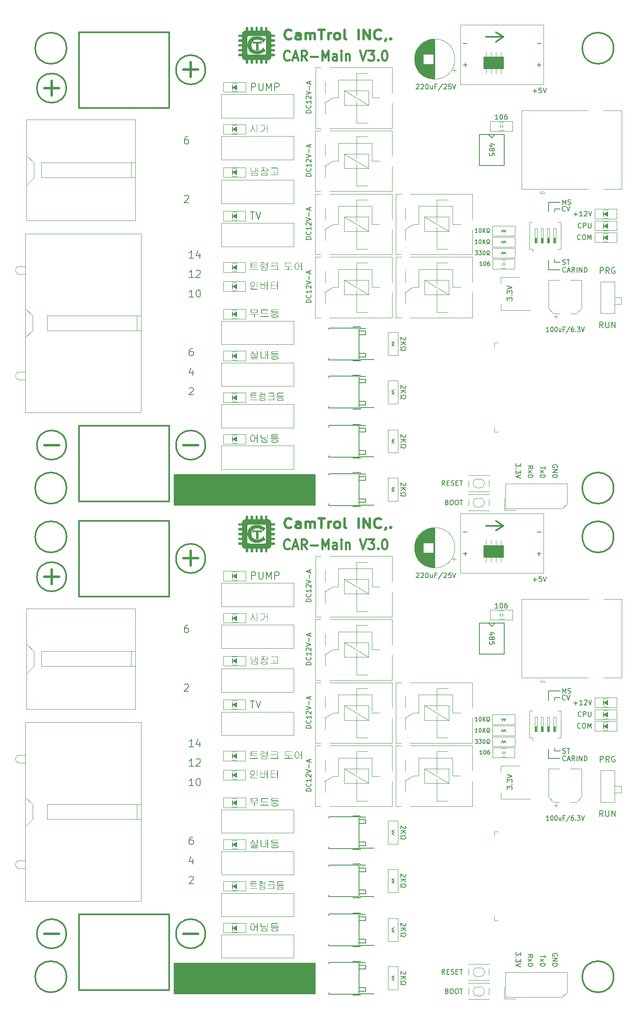
<source format=gbr>
%TF.GenerationSoftware,KiCad,Pcbnew,8.0.7*%
%TF.CreationDate,2025-01-08T09:33:51+09:00*%
%TF.ProjectId,CarInd-Main-V3.0,43617249-6e64-42d4-9d61-696e2d56332e,rev?*%
%TF.SameCoordinates,Original*%
%TF.FileFunction,Legend,Top*%
%TF.FilePolarity,Positive*%
%FSLAX46Y46*%
G04 Gerber Fmt 4.6, Leading zero omitted, Abs format (unit mm)*
G04 Created by KiCad (PCBNEW 8.0.7) date 2025-01-08 09:33:51*
%MOMM*%
%LPD*%
G01*
G04 APERTURE LIST*
%ADD10C,0.300000*%
%ADD11C,0.150000*%
%ADD12C,0.500000*%
%ADD13C,0.400000*%
%ADD14C,0.200000*%
%ADD15C,0.180000*%
%ADD16C,0.250000*%
%ADD17C,0.120000*%
%ADD18C,0.100000*%
%ADD19C,0.350000*%
%ADD20C,0.010000*%
G04 APERTURE END LIST*
D10*
X95455000Y-159090000D02*
G75*
G02*
X89455000Y-159090000I-3000000J0D01*
G01*
X89455000Y-159090000D02*
G75*
G02*
X95455000Y-159090000I3000000J0D01*
G01*
D11*
X195425000Y-183825000D02*
X196550000Y-183825000D01*
X194150000Y-196300000D02*
X194150000Y-194360000D01*
X195440000Y-194750000D02*
X196565000Y-194750000D01*
X194155000Y-196300000D02*
X196562500Y-196300000D01*
X194150000Y-184425000D02*
X194150000Y-182485000D01*
D10*
X123925000Y-155340000D02*
G75*
G02*
X117925000Y-155340000I-3000000J0D01*
G01*
X117925000Y-155340000D02*
G75*
G02*
X123925000Y-155340000I3000000J0D01*
G01*
D11*
X117555000Y-238210000D02*
X146415000Y-238210000D01*
X146415000Y-244440000D01*
X117555000Y-244440000D01*
X117555000Y-238210000D01*
G36*
X117555000Y-238210000D02*
G01*
X146415000Y-238210000D01*
X146415000Y-244440000D01*
X117555000Y-244440000D01*
X117555000Y-238210000D01*
G37*
D10*
X207495000Y-150930000D02*
G75*
G02*
X201095000Y-150930000I-3200000J0D01*
G01*
X201095000Y-150930000D02*
G75*
G02*
X207495000Y-150930000I3200000J0D01*
G01*
D11*
X195425000Y-184425000D02*
X195425000Y-183825000D01*
D10*
X95510000Y-150930000D02*
G75*
G02*
X89110000Y-150930000I-3200000J0D01*
G01*
X89110000Y-150930000D02*
G75*
G02*
X95510000Y-150930000I3200000J0D01*
G01*
D11*
X195440000Y-194750000D02*
X195440000Y-194150000D01*
D10*
X207495000Y-240940000D02*
G75*
G02*
X201095000Y-240940000I-3200000J0D01*
G01*
X201095000Y-240940000D02*
G75*
G02*
X207495000Y-240940000I3200000J0D01*
G01*
X95455000Y-232140000D02*
G75*
G02*
X89455000Y-232140000I-3000000J0D01*
G01*
X89455000Y-232140000D02*
G75*
G02*
X95455000Y-232140000I3000000J0D01*
G01*
X95505000Y-240940000D02*
G75*
G02*
X89105000Y-240940000I-3200000J0D01*
G01*
X89105000Y-240940000D02*
G75*
G02*
X95505000Y-240940000I3200000J0D01*
G01*
X123925000Y-232140000D02*
G75*
G02*
X117925000Y-232140000I-3000000J0D01*
G01*
X117925000Y-232140000D02*
G75*
G02*
X123925000Y-232140000I3000000J0D01*
G01*
D11*
X194150000Y-182485000D02*
X196550000Y-182485000D01*
X188485180Y-235906078D02*
X188485180Y-236525125D01*
X188485180Y-236525125D02*
X188104228Y-236191792D01*
X188104228Y-236191792D02*
X188104228Y-236334649D01*
X188104228Y-236334649D02*
X188056609Y-236429887D01*
X188056609Y-236429887D02*
X188008990Y-236477506D01*
X188008990Y-236477506D02*
X187913752Y-236525125D01*
X187913752Y-236525125D02*
X187675657Y-236525125D01*
X187675657Y-236525125D02*
X187580419Y-236477506D01*
X187580419Y-236477506D02*
X187532800Y-236429887D01*
X187532800Y-236429887D02*
X187485180Y-236334649D01*
X187485180Y-236334649D02*
X187485180Y-236048935D01*
X187485180Y-236048935D02*
X187532800Y-235953697D01*
X187532800Y-235953697D02*
X187580419Y-235906078D01*
X187580419Y-236953697D02*
X187532800Y-237001316D01*
X187532800Y-237001316D02*
X187485180Y-236953697D01*
X187485180Y-236953697D02*
X187532800Y-236906078D01*
X187532800Y-236906078D02*
X187580419Y-236953697D01*
X187580419Y-236953697D02*
X187485180Y-236953697D01*
X188485180Y-237334649D02*
X188485180Y-237953696D01*
X188485180Y-237953696D02*
X188104228Y-237620363D01*
X188104228Y-237620363D02*
X188104228Y-237763220D01*
X188104228Y-237763220D02*
X188056609Y-237858458D01*
X188056609Y-237858458D02*
X188008990Y-237906077D01*
X188008990Y-237906077D02*
X187913752Y-237953696D01*
X187913752Y-237953696D02*
X187675657Y-237953696D01*
X187675657Y-237953696D02*
X187580419Y-237906077D01*
X187580419Y-237906077D02*
X187532800Y-237858458D01*
X187532800Y-237858458D02*
X187485180Y-237763220D01*
X187485180Y-237763220D02*
X187485180Y-237477506D01*
X187485180Y-237477506D02*
X187532800Y-237382268D01*
X187532800Y-237382268D02*
X187580419Y-237334649D01*
X188485180Y-238239411D02*
X187485180Y-238572744D01*
X187485180Y-238572744D02*
X188485180Y-238906077D01*
X193485180Y-236525125D02*
X193485180Y-237096553D01*
X192485180Y-236810839D02*
X193485180Y-236810839D01*
X192485180Y-237334649D02*
X193151847Y-237858458D01*
X193151847Y-237334649D02*
X192485180Y-237858458D01*
X192485180Y-238239411D02*
X193485180Y-238239411D01*
X193485180Y-238239411D02*
X193485180Y-238477506D01*
X193485180Y-238477506D02*
X193437561Y-238620363D01*
X193437561Y-238620363D02*
X193342323Y-238715601D01*
X193342323Y-238715601D02*
X193247085Y-238763220D01*
X193247085Y-238763220D02*
X193056609Y-238810839D01*
X193056609Y-238810839D02*
X192913752Y-238810839D01*
X192913752Y-238810839D02*
X192723276Y-238763220D01*
X192723276Y-238763220D02*
X192628038Y-238715601D01*
X192628038Y-238715601D02*
X192532800Y-238620363D01*
X192532800Y-238620363D02*
X192485180Y-238477506D01*
X192485180Y-238477506D02*
X192485180Y-238239411D01*
X195937561Y-236715601D02*
X195985180Y-236620363D01*
X195985180Y-236620363D02*
X195985180Y-236477506D01*
X195985180Y-236477506D02*
X195937561Y-236334649D01*
X195937561Y-236334649D02*
X195842323Y-236239411D01*
X195842323Y-236239411D02*
X195747085Y-236191792D01*
X195747085Y-236191792D02*
X195556609Y-236144173D01*
X195556609Y-236144173D02*
X195413752Y-236144173D01*
X195413752Y-236144173D02*
X195223276Y-236191792D01*
X195223276Y-236191792D02*
X195128038Y-236239411D01*
X195128038Y-236239411D02*
X195032800Y-236334649D01*
X195032800Y-236334649D02*
X194985180Y-236477506D01*
X194985180Y-236477506D02*
X194985180Y-236572744D01*
X194985180Y-236572744D02*
X195032800Y-236715601D01*
X195032800Y-236715601D02*
X195080419Y-236763220D01*
X195080419Y-236763220D02*
X195413752Y-236763220D01*
X195413752Y-236763220D02*
X195413752Y-236572744D01*
X194985180Y-237191792D02*
X195985180Y-237191792D01*
X195985180Y-237191792D02*
X194985180Y-237763220D01*
X194985180Y-237763220D02*
X195985180Y-237763220D01*
X194985180Y-238239411D02*
X195985180Y-238239411D01*
X195985180Y-238239411D02*
X195985180Y-238477506D01*
X195985180Y-238477506D02*
X195937561Y-238620363D01*
X195937561Y-238620363D02*
X195842323Y-238715601D01*
X195842323Y-238715601D02*
X195747085Y-238763220D01*
X195747085Y-238763220D02*
X195556609Y-238810839D01*
X195556609Y-238810839D02*
X195413752Y-238810839D01*
X195413752Y-238810839D02*
X195223276Y-238763220D01*
X195223276Y-238763220D02*
X195128038Y-238715601D01*
X195128038Y-238715601D02*
X195032800Y-238620363D01*
X195032800Y-238620363D02*
X194985180Y-238477506D01*
X194985180Y-238477506D02*
X194985180Y-238239411D01*
X189985180Y-237001315D02*
X190461371Y-236667982D01*
X189985180Y-236429887D02*
X190985180Y-236429887D01*
X190985180Y-236429887D02*
X190985180Y-236810839D01*
X190985180Y-236810839D02*
X190937561Y-236906077D01*
X190937561Y-236906077D02*
X190889942Y-236953696D01*
X190889942Y-236953696D02*
X190794704Y-237001315D01*
X190794704Y-237001315D02*
X190651847Y-237001315D01*
X190651847Y-237001315D02*
X190556609Y-236953696D01*
X190556609Y-236953696D02*
X190508990Y-236906077D01*
X190508990Y-236906077D02*
X190461371Y-236810839D01*
X190461371Y-236810839D02*
X190461371Y-236429887D01*
X189985180Y-237334649D02*
X190651847Y-237858458D01*
X190651847Y-237334649D02*
X189985180Y-237858458D01*
X189985180Y-238239411D02*
X190985180Y-238239411D01*
X190985180Y-238239411D02*
X190985180Y-238477506D01*
X190985180Y-238477506D02*
X190937561Y-238620363D01*
X190937561Y-238620363D02*
X190842323Y-238715601D01*
X190842323Y-238715601D02*
X190747085Y-238763220D01*
X190747085Y-238763220D02*
X190556609Y-238810839D01*
X190556609Y-238810839D02*
X190413752Y-238810839D01*
X190413752Y-238810839D02*
X190223276Y-238763220D01*
X190223276Y-238763220D02*
X190128038Y-238715601D01*
X190128038Y-238715601D02*
X190032800Y-238620363D01*
X190032800Y-238620363D02*
X189985180Y-238477506D01*
X189985180Y-238477506D02*
X189985180Y-238239411D01*
D12*
X141534899Y-148948761D02*
X141430137Y-149044000D01*
X141430137Y-149044000D02*
X141115851Y-149139238D01*
X141115851Y-149139238D02*
X140906327Y-149139238D01*
X140906327Y-149139238D02*
X140592042Y-149044000D01*
X140592042Y-149044000D02*
X140382518Y-148853523D01*
X140382518Y-148853523D02*
X140277756Y-148663047D01*
X140277756Y-148663047D02*
X140172994Y-148282095D01*
X140172994Y-148282095D02*
X140172994Y-147996380D01*
X140172994Y-147996380D02*
X140277756Y-147615428D01*
X140277756Y-147615428D02*
X140382518Y-147424952D01*
X140382518Y-147424952D02*
X140592042Y-147234476D01*
X140592042Y-147234476D02*
X140906327Y-147139238D01*
X140906327Y-147139238D02*
X141115851Y-147139238D01*
X141115851Y-147139238D02*
X141430137Y-147234476D01*
X141430137Y-147234476D02*
X141534899Y-147329714D01*
X143420613Y-149139238D02*
X143420613Y-148091619D01*
X143420613Y-148091619D02*
X143315851Y-147901142D01*
X143315851Y-147901142D02*
X143106327Y-147805904D01*
X143106327Y-147805904D02*
X142687280Y-147805904D01*
X142687280Y-147805904D02*
X142477756Y-147901142D01*
X143420613Y-149044000D02*
X143211089Y-149139238D01*
X143211089Y-149139238D02*
X142687280Y-149139238D01*
X142687280Y-149139238D02*
X142477756Y-149044000D01*
X142477756Y-149044000D02*
X142372994Y-148853523D01*
X142372994Y-148853523D02*
X142372994Y-148663047D01*
X142372994Y-148663047D02*
X142477756Y-148472571D01*
X142477756Y-148472571D02*
X142687280Y-148377333D01*
X142687280Y-148377333D02*
X143211089Y-148377333D01*
X143211089Y-148377333D02*
X143420613Y-148282095D01*
X144468232Y-149139238D02*
X144468232Y-147805904D01*
X144468232Y-147996380D02*
X144572994Y-147901142D01*
X144572994Y-147901142D02*
X144782518Y-147805904D01*
X144782518Y-147805904D02*
X145096803Y-147805904D01*
X145096803Y-147805904D02*
X145306327Y-147901142D01*
X145306327Y-147901142D02*
X145411089Y-148091619D01*
X145411089Y-148091619D02*
X145411089Y-149139238D01*
X145411089Y-148091619D02*
X145515851Y-147901142D01*
X145515851Y-147901142D02*
X145725375Y-147805904D01*
X145725375Y-147805904D02*
X146039661Y-147805904D01*
X146039661Y-147805904D02*
X146249184Y-147901142D01*
X146249184Y-147901142D02*
X146353946Y-148091619D01*
X146353946Y-148091619D02*
X146353946Y-149139238D01*
X147087279Y-147139238D02*
X148344422Y-147139238D01*
X147715851Y-149139238D02*
X147715851Y-147139238D01*
X149077755Y-149139238D02*
X149077755Y-147805904D01*
X149077755Y-148186857D02*
X149182517Y-147996380D01*
X149182517Y-147996380D02*
X149287279Y-147901142D01*
X149287279Y-147901142D02*
X149496803Y-147805904D01*
X149496803Y-147805904D02*
X149706326Y-147805904D01*
X150753946Y-149139238D02*
X150544422Y-149044000D01*
X150544422Y-149044000D02*
X150439660Y-148948761D01*
X150439660Y-148948761D02*
X150334898Y-148758285D01*
X150334898Y-148758285D02*
X150334898Y-148186857D01*
X150334898Y-148186857D02*
X150439660Y-147996380D01*
X150439660Y-147996380D02*
X150544422Y-147901142D01*
X150544422Y-147901142D02*
X150753946Y-147805904D01*
X150753946Y-147805904D02*
X151068231Y-147805904D01*
X151068231Y-147805904D02*
X151277755Y-147901142D01*
X151277755Y-147901142D02*
X151382517Y-147996380D01*
X151382517Y-147996380D02*
X151487279Y-148186857D01*
X151487279Y-148186857D02*
X151487279Y-148758285D01*
X151487279Y-148758285D02*
X151382517Y-148948761D01*
X151382517Y-148948761D02*
X151277755Y-149044000D01*
X151277755Y-149044000D02*
X151068231Y-149139238D01*
X151068231Y-149139238D02*
X150753946Y-149139238D01*
X152744422Y-149139238D02*
X152534898Y-149044000D01*
X152534898Y-149044000D02*
X152430136Y-148853523D01*
X152430136Y-148853523D02*
X152430136Y-147139238D01*
X155258707Y-149139238D02*
X155258707Y-147139238D01*
X156306326Y-149139238D02*
X156306326Y-147139238D01*
X156306326Y-147139238D02*
X157563469Y-149139238D01*
X157563469Y-149139238D02*
X157563469Y-147139238D01*
X159868231Y-148948761D02*
X159763469Y-149044000D01*
X159763469Y-149044000D02*
X159449183Y-149139238D01*
X159449183Y-149139238D02*
X159239659Y-149139238D01*
X159239659Y-149139238D02*
X158925374Y-149044000D01*
X158925374Y-149044000D02*
X158715850Y-148853523D01*
X158715850Y-148853523D02*
X158611088Y-148663047D01*
X158611088Y-148663047D02*
X158506326Y-148282095D01*
X158506326Y-148282095D02*
X158506326Y-147996380D01*
X158506326Y-147996380D02*
X158611088Y-147615428D01*
X158611088Y-147615428D02*
X158715850Y-147424952D01*
X158715850Y-147424952D02*
X158925374Y-147234476D01*
X158925374Y-147234476D02*
X159239659Y-147139238D01*
X159239659Y-147139238D02*
X159449183Y-147139238D01*
X159449183Y-147139238D02*
X159763469Y-147234476D01*
X159763469Y-147234476D02*
X159868231Y-147329714D01*
X160915850Y-149044000D02*
X160915850Y-149139238D01*
X160915850Y-149139238D02*
X160811088Y-149329714D01*
X160811088Y-149329714D02*
X160706326Y-149424952D01*
X161858707Y-148948761D02*
X161963469Y-149044000D01*
X161963469Y-149044000D02*
X161858707Y-149139238D01*
X161858707Y-149139238D02*
X161753945Y-149044000D01*
X161753945Y-149044000D02*
X161858707Y-148948761D01*
X161858707Y-148948761D02*
X161858707Y-149139238D01*
D13*
X141151252Y-153228961D02*
X141060776Y-153324200D01*
X141060776Y-153324200D02*
X140789347Y-153419438D01*
X140789347Y-153419438D02*
X140608395Y-153419438D01*
X140608395Y-153419438D02*
X140336966Y-153324200D01*
X140336966Y-153324200D02*
X140156014Y-153133723D01*
X140156014Y-153133723D02*
X140065537Y-152943247D01*
X140065537Y-152943247D02*
X139975061Y-152562295D01*
X139975061Y-152562295D02*
X139975061Y-152276580D01*
X139975061Y-152276580D02*
X140065537Y-151895628D01*
X140065537Y-151895628D02*
X140156014Y-151705152D01*
X140156014Y-151705152D02*
X140336966Y-151514676D01*
X140336966Y-151514676D02*
X140608395Y-151419438D01*
X140608395Y-151419438D02*
X140789347Y-151419438D01*
X140789347Y-151419438D02*
X141060776Y-151514676D01*
X141060776Y-151514676D02*
X141151252Y-151609914D01*
X141875061Y-152848009D02*
X142779823Y-152848009D01*
X141694109Y-153419438D02*
X142327442Y-151419438D01*
X142327442Y-151419438D02*
X142960776Y-153419438D01*
X144679823Y-153419438D02*
X144046489Y-152467057D01*
X143594108Y-153419438D02*
X143594108Y-151419438D01*
X143594108Y-151419438D02*
X144317918Y-151419438D01*
X144317918Y-151419438D02*
X144498870Y-151514676D01*
X144498870Y-151514676D02*
X144589347Y-151609914D01*
X144589347Y-151609914D02*
X144679823Y-151800390D01*
X144679823Y-151800390D02*
X144679823Y-152086104D01*
X144679823Y-152086104D02*
X144589347Y-152276580D01*
X144589347Y-152276580D02*
X144498870Y-152371819D01*
X144498870Y-152371819D02*
X144317918Y-152467057D01*
X144317918Y-152467057D02*
X143594108Y-152467057D01*
X145494108Y-152657533D02*
X146941728Y-152657533D01*
X147846489Y-153419438D02*
X147846489Y-151419438D01*
X147846489Y-151419438D02*
X148479823Y-152848009D01*
X148479823Y-152848009D02*
X149113156Y-151419438D01*
X149113156Y-151419438D02*
X149113156Y-153419438D01*
X150832204Y-153419438D02*
X150832204Y-152371819D01*
X150832204Y-152371819D02*
X150741728Y-152181342D01*
X150741728Y-152181342D02*
X150560776Y-152086104D01*
X150560776Y-152086104D02*
X150198871Y-152086104D01*
X150198871Y-152086104D02*
X150017918Y-152181342D01*
X150832204Y-153324200D02*
X150651252Y-153419438D01*
X150651252Y-153419438D02*
X150198871Y-153419438D01*
X150198871Y-153419438D02*
X150017918Y-153324200D01*
X150017918Y-153324200D02*
X149927442Y-153133723D01*
X149927442Y-153133723D02*
X149927442Y-152943247D01*
X149927442Y-152943247D02*
X150017918Y-152752771D01*
X150017918Y-152752771D02*
X150198871Y-152657533D01*
X150198871Y-152657533D02*
X150651252Y-152657533D01*
X150651252Y-152657533D02*
X150832204Y-152562295D01*
X151736966Y-153419438D02*
X151736966Y-152086104D01*
X151736966Y-151419438D02*
X151646490Y-151514676D01*
X151646490Y-151514676D02*
X151736966Y-151609914D01*
X151736966Y-151609914D02*
X151827443Y-151514676D01*
X151827443Y-151514676D02*
X151736966Y-151419438D01*
X151736966Y-151419438D02*
X151736966Y-151609914D01*
X152641728Y-152086104D02*
X152641728Y-153419438D01*
X152641728Y-152276580D02*
X152732205Y-152181342D01*
X152732205Y-152181342D02*
X152913157Y-152086104D01*
X152913157Y-152086104D02*
X153184586Y-152086104D01*
X153184586Y-152086104D02*
X153365538Y-152181342D01*
X153365538Y-152181342D02*
X153456014Y-152371819D01*
X153456014Y-152371819D02*
X153456014Y-153419438D01*
X155536967Y-151419438D02*
X156170300Y-153419438D01*
X156170300Y-153419438D02*
X156803634Y-151419438D01*
X157256014Y-151419438D02*
X158432205Y-151419438D01*
X158432205Y-151419438D02*
X157798871Y-152181342D01*
X157798871Y-152181342D02*
X158070300Y-152181342D01*
X158070300Y-152181342D02*
X158251252Y-152276580D01*
X158251252Y-152276580D02*
X158341728Y-152371819D01*
X158341728Y-152371819D02*
X158432205Y-152562295D01*
X158432205Y-152562295D02*
X158432205Y-153038485D01*
X158432205Y-153038485D02*
X158341728Y-153228961D01*
X158341728Y-153228961D02*
X158251252Y-153324200D01*
X158251252Y-153324200D02*
X158070300Y-153419438D01*
X158070300Y-153419438D02*
X157527443Y-153419438D01*
X157527443Y-153419438D02*
X157346490Y-153324200D01*
X157346490Y-153324200D02*
X157256014Y-153228961D01*
X159246490Y-153228961D02*
X159336967Y-153324200D01*
X159336967Y-153324200D02*
X159246490Y-153419438D01*
X159246490Y-153419438D02*
X159156014Y-153324200D01*
X159156014Y-153324200D02*
X159246490Y-153228961D01*
X159246490Y-153228961D02*
X159246490Y-153419438D01*
X160513157Y-151419438D02*
X160694110Y-151419438D01*
X160694110Y-151419438D02*
X160875062Y-151514676D01*
X160875062Y-151514676D02*
X160965538Y-151609914D01*
X160965538Y-151609914D02*
X161056014Y-151800390D01*
X161056014Y-151800390D02*
X161146491Y-152181342D01*
X161146491Y-152181342D02*
X161146491Y-152657533D01*
X161146491Y-152657533D02*
X161056014Y-153038485D01*
X161056014Y-153038485D02*
X160965538Y-153228961D01*
X160965538Y-153228961D02*
X160875062Y-153324200D01*
X160875062Y-153324200D02*
X160694110Y-153419438D01*
X160694110Y-153419438D02*
X160513157Y-153419438D01*
X160513157Y-153419438D02*
X160332205Y-153324200D01*
X160332205Y-153324200D02*
X160241729Y-153228961D01*
X160241729Y-153228961D02*
X160151252Y-153038485D01*
X160151252Y-153038485D02*
X160060776Y-152657533D01*
X160060776Y-152657533D02*
X160060776Y-152181342D01*
X160060776Y-152181342D02*
X160151252Y-151800390D01*
X160151252Y-151800390D02*
X160241729Y-151609914D01*
X160241729Y-151609914D02*
X160332205Y-151514676D01*
X160332205Y-151514676D02*
X160513157Y-151419438D01*
D10*
G36*
X133555704Y-212981355D02*
G01*
X133549270Y-213057376D01*
X133529967Y-213138892D01*
X133502521Y-213214726D01*
X133471154Y-213283076D01*
X133452756Y-213318410D01*
X133411358Y-213387409D01*
X133365702Y-213452670D01*
X133315788Y-213514191D01*
X133261617Y-213571974D01*
X133203188Y-213626018D01*
X133140502Y-213676324D01*
X133114235Y-213695399D01*
X133076133Y-213744125D01*
X133088590Y-213794317D01*
X133131088Y-213821428D01*
X133188974Y-213807140D01*
X133253463Y-213755336D01*
X133313254Y-213703146D01*
X133368347Y-213650570D01*
X133425557Y-213590011D01*
X133445429Y-213567172D01*
X133490618Y-213509282D01*
X133535924Y-213445249D01*
X133576292Y-213383174D01*
X133606629Y-213333431D01*
X133676538Y-213375252D01*
X133744071Y-213422406D01*
X133802106Y-213468797D01*
X133844399Y-213506355D01*
X133897225Y-213559020D01*
X133949454Y-213616997D01*
X134001089Y-213680286D01*
X134045781Y-213740022D01*
X134052128Y-213748888D01*
X134105617Y-213782594D01*
X134156542Y-213770504D01*
X134184385Y-213722876D01*
X134165701Y-213661327D01*
X134113451Y-213594919D01*
X134063129Y-213534823D01*
X134007980Y-213473869D01*
X133955349Y-213421158D01*
X133942585Y-213409269D01*
X133878723Y-213355665D01*
X133818148Y-213310678D01*
X133753190Y-213267478D01*
X133683850Y-213226067D01*
X133652791Y-213208867D01*
X133654989Y-213199708D01*
X133678325Y-213128670D01*
X133685764Y-213101156D01*
X133698357Y-213026710D01*
X133700418Y-212981355D01*
X133675872Y-212924935D01*
X133627145Y-212908082D01*
X133578053Y-212925301D01*
X133555704Y-212981355D01*
G37*
G36*
X134608635Y-213706756D02*
G01*
X134608635Y-212928232D01*
X134583722Y-212878040D01*
X134535362Y-212861188D01*
X134484804Y-212878407D01*
X134462456Y-212930064D01*
X134462456Y-213706756D01*
X134484804Y-213758414D01*
X134535362Y-213775633D01*
X134584089Y-213758780D01*
X134608635Y-213706756D01*
G37*
G36*
X134410432Y-213869422D02*
G01*
X133321598Y-213869422D01*
X133252936Y-213899326D01*
X133248325Y-213927308D01*
X133296696Y-213984572D01*
X133321598Y-213986659D01*
X134394312Y-213986659D01*
X134448900Y-213998016D01*
X134462456Y-214036851D01*
X134462456Y-214088874D01*
X134445603Y-214117084D01*
X134396144Y-214127342D01*
X133420150Y-214127342D01*
X133346888Y-214141832D01*
X133301448Y-214173138D01*
X133262292Y-214239015D01*
X133254553Y-214297336D01*
X133254553Y-214426296D01*
X133268305Y-214499301D01*
X133303279Y-214550493D01*
X133368348Y-214588731D01*
X133424180Y-214596289D01*
X134595080Y-214596289D01*
X134645272Y-214573574D01*
X134662124Y-214524115D01*
X134642341Y-214475389D01*
X134586653Y-214455605D01*
X133458984Y-214455605D01*
X133412456Y-214444980D01*
X133398900Y-214409077D01*
X133398900Y-214325179D01*
X133409891Y-214281582D01*
X133460816Y-214268026D01*
X134432780Y-214268026D01*
X134507604Y-214256446D01*
X134559542Y-214226994D01*
X134601732Y-214164941D01*
X134608635Y-214117817D01*
X134608635Y-214031721D01*
X134592291Y-213956605D01*
X134556978Y-213912287D01*
X134489526Y-213878841D01*
X134416276Y-213869464D01*
X134410432Y-213869422D01*
G37*
G36*
X135260031Y-213006634D02*
G01*
X135260031Y-214169474D01*
X135269101Y-214244962D01*
X135302106Y-214312528D01*
X135314986Y-214327011D01*
X135380191Y-214366832D01*
X135455170Y-214383215D01*
X135499267Y-214385263D01*
X135580096Y-214384049D01*
X135659918Y-214380409D01*
X135738732Y-214374341D01*
X135816538Y-214365846D01*
X135891712Y-214356022D01*
X135971191Y-214342508D01*
X136045280Y-214326386D01*
X136091678Y-214314188D01*
X136137473Y-214272423D01*
X136142236Y-214218567D01*
X136109630Y-214177901D01*
X136051011Y-214174970D01*
X135978368Y-214200200D01*
X135900573Y-214221853D01*
X135826152Y-214238281D01*
X135800418Y-214243114D01*
X135726390Y-214254013D01*
X135650850Y-214261798D01*
X135573799Y-214266469D01*
X135495237Y-214268026D01*
X135427826Y-214246777D01*
X135404401Y-214175927D01*
X135404378Y-214172772D01*
X135404378Y-213004802D01*
X135379832Y-212948382D01*
X135331106Y-212931530D01*
X135282013Y-212949115D01*
X135260031Y-213006634D01*
G37*
G36*
X136621807Y-212926400D02*
G01*
X136621807Y-213681844D01*
X136353995Y-213681844D01*
X136353995Y-212926400D01*
X136312779Y-212865263D01*
X136280722Y-212861188D01*
X136215269Y-212894687D01*
X136209647Y-212926034D01*
X136209647Y-214523382D01*
X136231629Y-214578703D01*
X136280722Y-214596289D01*
X136329448Y-214579070D01*
X136353995Y-214523382D01*
X136353995Y-213799080D01*
X136621807Y-213799080D01*
X136621807Y-214527412D01*
X136644155Y-214579070D01*
X136693248Y-214596289D01*
X136739776Y-214576871D01*
X136764323Y-214525214D01*
X136764323Y-212926034D01*
X136720942Y-212864291D01*
X136693248Y-212861188D01*
X136627458Y-212894877D01*
X136621807Y-212926400D01*
G37*
G36*
X138204084Y-213987438D02*
G01*
X138288901Y-213990901D01*
X138368004Y-213997135D01*
X138458849Y-214008824D01*
X138540767Y-214024841D01*
X138613759Y-214045188D01*
X138689567Y-214075319D01*
X138748956Y-214107703D01*
X138809029Y-214158456D01*
X138850499Y-214225899D01*
X138864323Y-214304296D01*
X138853400Y-214372738D01*
X138815002Y-214440374D01*
X138757660Y-214492174D01*
X138689567Y-214531076D01*
X138626707Y-214556618D01*
X138555135Y-214577830D01*
X138474852Y-214594714D01*
X138385857Y-214607268D01*
X138308388Y-214614195D01*
X138225343Y-214618351D01*
X138136723Y-214619736D01*
X138069346Y-214618957D01*
X137984458Y-214615494D01*
X137905226Y-214609260D01*
X137814139Y-214597571D01*
X137731890Y-214581553D01*
X137658478Y-214561207D01*
X137582048Y-214531076D01*
X137523281Y-214498099D01*
X137463838Y-214447277D01*
X137422802Y-214380742D01*
X137409124Y-214304296D01*
X137410778Y-214293672D01*
X137551639Y-214293672D01*
X137559608Y-214333674D01*
X137611901Y-214391667D01*
X137679134Y-214423731D01*
X137740318Y-214442532D01*
X137812863Y-214457442D01*
X137896767Y-214468463D01*
X137975366Y-214474676D01*
X138061853Y-214478188D01*
X138136723Y-214479052D01*
X138192956Y-214478566D01*
X138280452Y-214475595D01*
X138360167Y-214469922D01*
X138445553Y-214459549D01*
X138519733Y-214445287D01*
X138592114Y-214423731D01*
X138629477Y-214408674D01*
X138693310Y-214364582D01*
X138721807Y-214293672D01*
X138711548Y-214246573D01*
X138660507Y-214190513D01*
X138592114Y-214157018D01*
X138531007Y-214138965D01*
X138458694Y-214124646D01*
X138375176Y-214114063D01*
X138297018Y-214108097D01*
X138211078Y-214104725D01*
X138136723Y-214103895D01*
X138080097Y-214104362D01*
X137992032Y-214107215D01*
X137911856Y-214112663D01*
X137826058Y-214122623D01*
X137751620Y-214136319D01*
X137679134Y-214157018D01*
X137635806Y-214176110D01*
X137576043Y-214223337D01*
X137551639Y-214293672D01*
X137410778Y-214293672D01*
X137419931Y-214234893D01*
X137457927Y-214166504D01*
X137514668Y-214114325D01*
X137582048Y-214075319D01*
X137644856Y-214049777D01*
X137716500Y-214028564D01*
X137796983Y-214011681D01*
X137886302Y-213999126D01*
X137964120Y-213992200D01*
X138047594Y-213988044D01*
X138136723Y-213986659D01*
X138204084Y-213987438D01*
G37*
G36*
X138966849Y-213687292D02*
G01*
X139005739Y-213750720D01*
X139000262Y-213785432D01*
X138936496Y-213822527D01*
X137330722Y-213822527D01*
X137301367Y-213818017D01*
X137267707Y-213750354D01*
X137274540Y-213717236D01*
X137340980Y-213681844D01*
X138932466Y-213681844D01*
X138966849Y-213687292D01*
G37*
G36*
X138822191Y-212930064D02*
G01*
X138841608Y-212978058D01*
X138826953Y-213023487D01*
X138782623Y-213048766D01*
X137650558Y-213048766D01*
X137594504Y-213061955D01*
X137578384Y-213102622D01*
X137578384Y-213317311D01*
X137593039Y-213362008D01*
X137648726Y-213377028D01*
X138799110Y-213377028D01*
X138827640Y-213381425D01*
X138864323Y-213447370D01*
X138862854Y-213471276D01*
X138803506Y-213517712D01*
X137642498Y-213517712D01*
X137630340Y-213517513D01*
X137554296Y-213504981D01*
X137486793Y-213466788D01*
X137443913Y-213402079D01*
X137431838Y-213328668D01*
X137431838Y-213088700D01*
X137443430Y-213020023D01*
X137484595Y-212957175D01*
X137488064Y-212954155D01*
X137553014Y-212918869D01*
X137630041Y-212908082D01*
X138772365Y-212908082D01*
X138822191Y-212930064D01*
G37*
D11*
X197031779Y-182939819D02*
X197031779Y-181939819D01*
X197031779Y-181939819D02*
X197365112Y-182654104D01*
X197365112Y-182654104D02*
X197698445Y-181939819D01*
X197698445Y-181939819D02*
X197698445Y-182939819D01*
X198127017Y-182892200D02*
X198269874Y-182939819D01*
X198269874Y-182939819D02*
X198507969Y-182939819D01*
X198507969Y-182939819D02*
X198603207Y-182892200D01*
X198603207Y-182892200D02*
X198650826Y-182844580D01*
X198650826Y-182844580D02*
X198698445Y-182749342D01*
X198698445Y-182749342D02*
X198698445Y-182654104D01*
X198698445Y-182654104D02*
X198650826Y-182558866D01*
X198650826Y-182558866D02*
X198603207Y-182511247D01*
X198603207Y-182511247D02*
X198507969Y-182463628D01*
X198507969Y-182463628D02*
X198317493Y-182416009D01*
X198317493Y-182416009D02*
X198222255Y-182368390D01*
X198222255Y-182368390D02*
X198174636Y-182320771D01*
X198174636Y-182320771D02*
X198127017Y-182225533D01*
X198127017Y-182225533D02*
X198127017Y-182130295D01*
X198127017Y-182130295D02*
X198174636Y-182035057D01*
X198174636Y-182035057D02*
X198222255Y-181987438D01*
X198222255Y-181987438D02*
X198317493Y-181939819D01*
X198317493Y-181939819D02*
X198555588Y-181939819D01*
X198555588Y-181939819D02*
X198698445Y-181987438D01*
D12*
X119401190Y-155275666D02*
X122448810Y-155275666D01*
X120925000Y-156799476D02*
X120925000Y-153751857D01*
D14*
G36*
X133585617Y-166633079D02*
G01*
X133583917Y-166716198D01*
X133578816Y-166799774D01*
X133570316Y-166883809D01*
X133558415Y-166968302D01*
X133543113Y-167053253D01*
X133524411Y-167138661D01*
X133502309Y-167224528D01*
X133476807Y-167310853D01*
X133452033Y-167385945D01*
X133425386Y-167458449D01*
X133396864Y-167528364D01*
X133366468Y-167595689D01*
X133323025Y-167681430D01*
X133276251Y-167762568D01*
X133226145Y-167839104D01*
X133172707Y-167911037D01*
X133115938Y-167978368D01*
X133093224Y-168035887D01*
X133111908Y-168081317D01*
X133150743Y-168095605D01*
X133193607Y-168065929D01*
X133241601Y-168005261D01*
X133286894Y-167943698D01*
X133329486Y-167881241D01*
X133369376Y-167817889D01*
X133406565Y-167753643D01*
X133441053Y-167688503D01*
X133454092Y-167662196D01*
X133489375Y-167586942D01*
X133522957Y-167507361D01*
X133549644Y-167437738D01*
X133575150Y-167365109D01*
X133599475Y-167289475D01*
X133622620Y-167210835D01*
X133670312Y-167277025D01*
X133713117Y-167343443D01*
X133757698Y-167418799D01*
X133796208Y-167488425D01*
X133835952Y-167564258D01*
X133860390Y-167612737D01*
X133893054Y-167679074D01*
X133930526Y-167757900D01*
X133966118Y-167835875D01*
X133999829Y-167913001D01*
X134031660Y-167989276D01*
X134046870Y-168027095D01*
X134081674Y-168068128D01*
X134124905Y-168072158D01*
X134155680Y-168029659D01*
X134153482Y-167954921D01*
X134123909Y-167879522D01*
X134090421Y-167801701D01*
X134059524Y-167735000D01*
X134025907Y-167666618D01*
X133989571Y-167596554D01*
X133950516Y-167524809D01*
X133906502Y-167447742D01*
X133861701Y-167373162D01*
X133816113Y-167301068D01*
X133769738Y-167231460D01*
X133722576Y-167164339D01*
X133674626Y-167099705D01*
X133655226Y-167074548D01*
X133669738Y-166998332D01*
X133681501Y-166922494D01*
X133690031Y-166856195D01*
X133698725Y-166780460D01*
X133704569Y-166703103D01*
X133706517Y-166631980D01*
X133686001Y-166587650D01*
X133644968Y-166571530D01*
X133603935Y-166588016D01*
X133585617Y-166633079D01*
G37*
G36*
X134590188Y-168172908D02*
G01*
X134590188Y-166579956D01*
X134569672Y-166537091D01*
X134528639Y-166524635D01*
X134485774Y-166537091D01*
X134467456Y-166579956D01*
X134467456Y-168172908D01*
X134485774Y-168219802D01*
X134528639Y-168236289D01*
X134569672Y-168219802D01*
X134590188Y-168172908D01*
G37*
G36*
X135892613Y-166594977D02*
G01*
X135285547Y-166594977D01*
X135230226Y-166640772D01*
X135287745Y-166688766D01*
X135896643Y-166688766D01*
X135968957Y-166709739D01*
X135970648Y-166711114D01*
X135995195Y-166775961D01*
X135995195Y-167013731D01*
X135993392Y-167092340D01*
X135987982Y-167167561D01*
X135975159Y-167262587D01*
X135955925Y-167351591D01*
X135930280Y-167434572D01*
X135898223Y-167511531D01*
X135859755Y-167582469D01*
X135814875Y-167647384D01*
X135790031Y-167677583D01*
X135727071Y-167741066D01*
X135656115Y-167795729D01*
X135577162Y-167841572D01*
X135508243Y-167871898D01*
X135434206Y-167896579D01*
X135355051Y-167915615D01*
X135270779Y-167929008D01*
X135248911Y-167931474D01*
X135195207Y-167983134D01*
X135195422Y-167993389D01*
X135243427Y-168048808D01*
X135256971Y-168048710D01*
X135349003Y-168038950D01*
X135436421Y-168021943D01*
X135519225Y-167997688D01*
X135597415Y-167966187D01*
X135670991Y-167927438D01*
X135739953Y-167881442D01*
X135804302Y-167828199D01*
X135864036Y-167767709D01*
X135922168Y-167695936D01*
X135972549Y-167618003D01*
X136015179Y-167533911D01*
X136050058Y-167443660D01*
X136071131Y-167371929D01*
X136087844Y-167296733D01*
X136100197Y-167218073D01*
X136108190Y-167135948D01*
X136111823Y-167050358D01*
X136112065Y-167021058D01*
X136112065Y-166778892D01*
X136099427Y-166704139D01*
X136054546Y-166642971D01*
X135989405Y-166608522D01*
X135911467Y-166595399D01*
X135892613Y-166594977D01*
G37*
G36*
X136690188Y-168172908D02*
G01*
X136690188Y-166583986D01*
X136669672Y-166538923D01*
X136628639Y-166524635D01*
X136585774Y-166541488D01*
X136567456Y-166587283D01*
X136567456Y-167228054D01*
X136226737Y-167228054D01*
X136181674Y-167240877D01*
X136167386Y-167273850D01*
X136185704Y-167307189D01*
X136236995Y-167321844D01*
X136567456Y-167321844D01*
X136567456Y-168173274D01*
X136585774Y-168220169D01*
X136628639Y-168236289D01*
X136669672Y-168219802D01*
X136690188Y-168172908D01*
G37*
D12*
X90931190Y-232140666D02*
X93978810Y-232140666D01*
X119401190Y-232140666D02*
X122448810Y-232140666D01*
D10*
G36*
X134768931Y-205301423D02*
G01*
X134805739Y-205364851D01*
X134801663Y-205396267D01*
X134740526Y-205436659D01*
X134007798Y-205436659D01*
X134007798Y-205971184D01*
X133983618Y-206026505D01*
X133936723Y-206046289D01*
X133887630Y-206028703D01*
X133865648Y-205973016D01*
X133865648Y-205436659D01*
X133132920Y-205436659D01*
X133104389Y-205432171D01*
X133069905Y-205364851D01*
X133076564Y-205331556D01*
X133140980Y-205295975D01*
X134736496Y-205295975D01*
X134768931Y-205301423D01*
G37*
G36*
X134447956Y-204381916D02*
G01*
X134520983Y-204392520D01*
X134588119Y-204425493D01*
X134626512Y-204474153D01*
X134641608Y-204548958D01*
X134641608Y-204917520D01*
X134631440Y-204979390D01*
X134588485Y-205039153D01*
X134585147Y-205041971D01*
X134515919Y-205076183D01*
X134441207Y-205084949D01*
X133432240Y-205084949D01*
X133426373Y-205084906D01*
X133352802Y-205075208D01*
X133284961Y-205040619D01*
X133246831Y-204989330D01*
X133231838Y-204913490D01*
X133231838Y-204559583D01*
X133378384Y-204559583D01*
X133378384Y-204902866D01*
X133393039Y-204952691D01*
X133458984Y-204967712D01*
X134418492Y-204967712D01*
X134477110Y-204953790D01*
X134495062Y-204914956D01*
X134495062Y-204555553D01*
X134477477Y-204513054D01*
X134414462Y-204498766D01*
X133452756Y-204498766D01*
X133391207Y-204513787D01*
X133378384Y-204559583D01*
X133231838Y-204559583D01*
X133231838Y-204554820D01*
X133239880Y-204497802D01*
X133280565Y-204432088D01*
X133287597Y-204425965D01*
X133355604Y-204391207D01*
X133432240Y-204381530D01*
X134428750Y-204381530D01*
X134447956Y-204381916D01*
G37*
G36*
X136672365Y-204381530D02*
G01*
X135550558Y-204381530D01*
X135472745Y-204391143D01*
X135405986Y-204423000D01*
X135386427Y-204439781D01*
X135347245Y-204503087D01*
X135332318Y-204577859D01*
X135331838Y-204595853D01*
X135331838Y-205080553D01*
X135343913Y-205153781D01*
X135386793Y-205218672D01*
X135452006Y-205259064D01*
X135526498Y-205272317D01*
X135538468Y-205272527D01*
X136703506Y-205272527D01*
X136763853Y-205227367D01*
X136764323Y-205213543D01*
X136717897Y-205156713D01*
X136699110Y-205155291D01*
X135548726Y-205155291D01*
X135493039Y-205140270D01*
X135478384Y-205094474D01*
X135478384Y-204583030D01*
X135494504Y-204535769D01*
X135552756Y-204522213D01*
X136682623Y-204522213D01*
X136726953Y-204496934D01*
X136741608Y-204451505D01*
X136722191Y-204403511D01*
X136672365Y-204381530D01*
G37*
G36*
X136832466Y-205764921D02*
G01*
X135240980Y-205764921D01*
X135174863Y-205797649D01*
X135167707Y-205834164D01*
X135205560Y-205899954D01*
X135240980Y-205905605D01*
X136834665Y-205905605D01*
X136886322Y-205883257D01*
X136905739Y-205834164D01*
X136885956Y-205784705D01*
X136832466Y-205764921D01*
G37*
G36*
X138204084Y-205437438D02*
G01*
X138288901Y-205440901D01*
X138368004Y-205447135D01*
X138458849Y-205458824D01*
X138540767Y-205474841D01*
X138613759Y-205495188D01*
X138689567Y-205525319D01*
X138748956Y-205557703D01*
X138809029Y-205608456D01*
X138850499Y-205675899D01*
X138864323Y-205754296D01*
X138853400Y-205822738D01*
X138815002Y-205890374D01*
X138757660Y-205942174D01*
X138689567Y-205981076D01*
X138626707Y-206006618D01*
X138555135Y-206027830D01*
X138474852Y-206044714D01*
X138385857Y-206057268D01*
X138308388Y-206064195D01*
X138225343Y-206068351D01*
X138136723Y-206069736D01*
X138069346Y-206068957D01*
X137984458Y-206065494D01*
X137905226Y-206059260D01*
X137814139Y-206047571D01*
X137731890Y-206031553D01*
X137658478Y-206011207D01*
X137582048Y-205981076D01*
X137523281Y-205948099D01*
X137463838Y-205897277D01*
X137422802Y-205830742D01*
X137409124Y-205754296D01*
X137410778Y-205743672D01*
X137551639Y-205743672D01*
X137559608Y-205783674D01*
X137611901Y-205841667D01*
X137679134Y-205873731D01*
X137740318Y-205892532D01*
X137812863Y-205907442D01*
X137896767Y-205918463D01*
X137975366Y-205924676D01*
X138061853Y-205928188D01*
X138136723Y-205929052D01*
X138192956Y-205928566D01*
X138280452Y-205925595D01*
X138360167Y-205919922D01*
X138445553Y-205909549D01*
X138519733Y-205895287D01*
X138592114Y-205873731D01*
X138629477Y-205858674D01*
X138693310Y-205814582D01*
X138721807Y-205743672D01*
X138711548Y-205696573D01*
X138660507Y-205640513D01*
X138592114Y-205607018D01*
X138531007Y-205588965D01*
X138458694Y-205574646D01*
X138375176Y-205564063D01*
X138297018Y-205558097D01*
X138211078Y-205554725D01*
X138136723Y-205553895D01*
X138080097Y-205554362D01*
X137992032Y-205557215D01*
X137911856Y-205562663D01*
X137826058Y-205572623D01*
X137751620Y-205586319D01*
X137679134Y-205607018D01*
X137635806Y-205626110D01*
X137576043Y-205673337D01*
X137551639Y-205743672D01*
X137410778Y-205743672D01*
X137419931Y-205684893D01*
X137457927Y-205616504D01*
X137514668Y-205564325D01*
X137582048Y-205525319D01*
X137644856Y-205499777D01*
X137716500Y-205478564D01*
X137796983Y-205461681D01*
X137886302Y-205449126D01*
X137964120Y-205442200D01*
X138047594Y-205438044D01*
X138136723Y-205436659D01*
X138204084Y-205437438D01*
G37*
G36*
X138966849Y-205137292D02*
G01*
X139005739Y-205200720D01*
X139000262Y-205235432D01*
X138936496Y-205272527D01*
X137330722Y-205272527D01*
X137301367Y-205268017D01*
X137267707Y-205200354D01*
X137274540Y-205167236D01*
X137340980Y-205131844D01*
X138932466Y-205131844D01*
X138966849Y-205137292D01*
G37*
G36*
X138822191Y-204380064D02*
G01*
X138841608Y-204428058D01*
X138826953Y-204473487D01*
X138782623Y-204498766D01*
X137650558Y-204498766D01*
X137594504Y-204511955D01*
X137578384Y-204552622D01*
X137578384Y-204767311D01*
X137593039Y-204812008D01*
X137648726Y-204827028D01*
X138799110Y-204827028D01*
X138827640Y-204831425D01*
X138864323Y-204897370D01*
X138862854Y-204921276D01*
X138803506Y-204967712D01*
X137642498Y-204967712D01*
X137630340Y-204967513D01*
X137554296Y-204954981D01*
X137486793Y-204916788D01*
X137443913Y-204852079D01*
X137431838Y-204778668D01*
X137431838Y-204538700D01*
X137443430Y-204470023D01*
X137484595Y-204407175D01*
X137488064Y-204404155D01*
X137553014Y-204368869D01*
X137630041Y-204358082D01*
X138772365Y-204358082D01*
X138822191Y-204380064D01*
G37*
D11*
X197059160Y-195157200D02*
X197202017Y-195204819D01*
X197202017Y-195204819D02*
X197440112Y-195204819D01*
X197440112Y-195204819D02*
X197535350Y-195157200D01*
X197535350Y-195157200D02*
X197582969Y-195109580D01*
X197582969Y-195109580D02*
X197630588Y-195014342D01*
X197630588Y-195014342D02*
X197630588Y-194919104D01*
X197630588Y-194919104D02*
X197582969Y-194823866D01*
X197582969Y-194823866D02*
X197535350Y-194776247D01*
X197535350Y-194776247D02*
X197440112Y-194728628D01*
X197440112Y-194728628D02*
X197249636Y-194681009D01*
X197249636Y-194681009D02*
X197154398Y-194633390D01*
X197154398Y-194633390D02*
X197106779Y-194585771D01*
X197106779Y-194585771D02*
X197059160Y-194490533D01*
X197059160Y-194490533D02*
X197059160Y-194395295D01*
X197059160Y-194395295D02*
X197106779Y-194300057D01*
X197106779Y-194300057D02*
X197154398Y-194252438D01*
X197154398Y-194252438D02*
X197249636Y-194204819D01*
X197249636Y-194204819D02*
X197487731Y-194204819D01*
X197487731Y-194204819D02*
X197630588Y-194252438D01*
X197916303Y-194204819D02*
X198487731Y-194204819D01*
X198202017Y-195204819D02*
X198202017Y-194204819D01*
X197601779Y-184184580D02*
X197554160Y-184232200D01*
X197554160Y-184232200D02*
X197411303Y-184279819D01*
X197411303Y-184279819D02*
X197316065Y-184279819D01*
X197316065Y-184279819D02*
X197173208Y-184232200D01*
X197173208Y-184232200D02*
X197077970Y-184136961D01*
X197077970Y-184136961D02*
X197030351Y-184041723D01*
X197030351Y-184041723D02*
X196982732Y-183851247D01*
X196982732Y-183851247D02*
X196982732Y-183708390D01*
X196982732Y-183708390D02*
X197030351Y-183517914D01*
X197030351Y-183517914D02*
X197077970Y-183422676D01*
X197077970Y-183422676D02*
X197173208Y-183327438D01*
X197173208Y-183327438D02*
X197316065Y-183279819D01*
X197316065Y-183279819D02*
X197411303Y-183279819D01*
X197411303Y-183279819D02*
X197554160Y-183327438D01*
X197554160Y-183327438D02*
X197601779Y-183375057D01*
X197887494Y-183279819D02*
X198220827Y-184279819D01*
X198220827Y-184279819D02*
X198554160Y-183279819D01*
D10*
G36*
X134584089Y-229928040D02*
G01*
X134608635Y-229984094D01*
X134608635Y-231560926D01*
X134585188Y-231623941D01*
X134535362Y-231646289D01*
X134483705Y-231623941D01*
X134462456Y-231561659D01*
X134462456Y-230778738D01*
X134133827Y-230778738D01*
X134095711Y-230767010D01*
X134095052Y-230803787D01*
X134090429Y-230878293D01*
X134079451Y-230966838D01*
X134062694Y-231050284D01*
X134040160Y-231128632D01*
X134011847Y-231201881D01*
X133977756Y-231270033D01*
X133952438Y-231312132D01*
X133906407Y-231373095D01*
X133844840Y-231431068D01*
X133776370Y-231472478D01*
X133700996Y-231497323D01*
X133618719Y-231505605D01*
X133562207Y-231501924D01*
X133483279Y-231482600D01*
X133411357Y-231446712D01*
X133346442Y-231394260D01*
X133297698Y-231337898D01*
X133253820Y-231270033D01*
X133226085Y-231215919D01*
X133196617Y-231143690D01*
X133172927Y-231066361D01*
X133155015Y-230983935D01*
X133142880Y-230896410D01*
X133137333Y-230822719D01*
X133135484Y-230745765D01*
X133135711Y-230732943D01*
X133282030Y-230732943D01*
X133283358Y-230797875D01*
X133288754Y-230875160D01*
X133298299Y-230948134D01*
X133315232Y-231030013D01*
X133338141Y-231105682D01*
X133367027Y-231175144D01*
X133372796Y-231186820D01*
X133416990Y-231258172D01*
X133475654Y-231317477D01*
X133543019Y-231353060D01*
X133619085Y-231364921D01*
X133647844Y-231363253D01*
X133718930Y-231342496D01*
X133781865Y-231298017D01*
X133830246Y-231239639D01*
X133866748Y-231175144D01*
X133886669Y-231129526D01*
X133911570Y-231055926D01*
X133930495Y-230976117D01*
X133943444Y-230890100D01*
X133949669Y-230813677D01*
X133951744Y-230732943D01*
X133950416Y-230666579D01*
X133945021Y-230587859D01*
X133935475Y-230513844D01*
X133918542Y-230431236D01*
X133895633Y-230355403D01*
X133866748Y-230286345D01*
X133860982Y-230274804D01*
X133817059Y-230204279D01*
X133759220Y-230145661D01*
X133693228Y-230110490D01*
X133619085Y-230098766D01*
X133589541Y-230100415D01*
X133516737Y-230120931D01*
X133452635Y-230164895D01*
X133403683Y-230222597D01*
X133367027Y-230286345D01*
X133342540Y-230343423D01*
X133318635Y-230418127D01*
X133300706Y-230499605D01*
X133290331Y-230572680D01*
X133284105Y-230650459D01*
X133282030Y-230732943D01*
X133135711Y-230732943D01*
X133136525Y-230686939D01*
X133141147Y-230611420D01*
X133152125Y-230521705D01*
X133168882Y-230437196D01*
X133191417Y-230357893D01*
X133219729Y-230283795D01*
X133253820Y-230214904D01*
X133279563Y-230173197D01*
X133326360Y-230112802D01*
X133388940Y-230055371D01*
X133458526Y-230014348D01*
X133535119Y-229989734D01*
X133618719Y-229981530D01*
X133674338Y-229985176D01*
X133752013Y-230004320D01*
X133822784Y-230039873D01*
X133886651Y-230091835D01*
X133934601Y-230147672D01*
X133977756Y-230214904D01*
X134005491Y-230269601D01*
X134034959Y-230342657D01*
X134058649Y-230420919D01*
X134076562Y-230504387D01*
X134088696Y-230593060D01*
X134094243Y-230667747D01*
X134094312Y-230670696D01*
X134123569Y-230661502D01*
X134462456Y-230661502D01*
X134462456Y-229985926D01*
X134484804Y-229928773D01*
X134535362Y-229911188D01*
X134584089Y-229928040D01*
G37*
G36*
X136078504Y-231013582D02*
G01*
X136158315Y-231016547D01*
X136233122Y-231022478D01*
X136319595Y-231034061D01*
X136398250Y-231050277D01*
X136482318Y-231075852D01*
X136555129Y-231108100D01*
X136612277Y-231142639D01*
X136670083Y-231195705D01*
X136709988Y-231264983D01*
X136723290Y-231344405D01*
X136712780Y-231412938D01*
X136675830Y-231481334D01*
X136620652Y-231534393D01*
X136555129Y-231574848D01*
X136520130Y-231591805D01*
X136441691Y-231620717D01*
X136367726Y-231639713D01*
X136285944Y-231654076D01*
X136196343Y-231663806D01*
X136119035Y-231668253D01*
X136036723Y-231669736D01*
X135994935Y-231669365D01*
X135915067Y-231666400D01*
X135840146Y-231660470D01*
X135753449Y-231648887D01*
X135674480Y-231632670D01*
X135589919Y-231607095D01*
X135516486Y-231574848D01*
X135459960Y-231540402D01*
X135402784Y-231488184D01*
X135363313Y-231420844D01*
X135350157Y-231344405D01*
X135350318Y-231343306D01*
X135492672Y-231343306D01*
X135500412Y-231381751D01*
X135551202Y-231439223D01*
X135616503Y-231472632D01*
X135644226Y-231482715D01*
X135718305Y-231502385D01*
X135792267Y-231514947D01*
X135875888Y-231523542D01*
X135952951Y-231527675D01*
X136036723Y-231529052D01*
X136053879Y-231528997D01*
X136135697Y-231527069D01*
X136210915Y-231522385D01*
X136292462Y-231513129D01*
X136375587Y-231497316D01*
X136454745Y-231472632D01*
X136491052Y-231456724D01*
X136553082Y-231412047D01*
X136580774Y-231343306D01*
X136570805Y-231298425D01*
X136521206Y-231243216D01*
X136454745Y-231208483D01*
X136427041Y-231198728D01*
X136353157Y-231179697D01*
X136279531Y-231167542D01*
X136196399Y-231159226D01*
X136119862Y-231155228D01*
X136036723Y-231153895D01*
X136019432Y-231153948D01*
X135937002Y-231155814D01*
X135861280Y-231160346D01*
X135779269Y-231169301D01*
X135695798Y-231184601D01*
X135616503Y-231208483D01*
X135580829Y-231225009D01*
X135519881Y-231271532D01*
X135492672Y-231343306D01*
X135350318Y-231343306D01*
X135360552Y-231273444D01*
X135397099Y-231203084D01*
X135451676Y-231148960D01*
X135516486Y-231108100D01*
X135551811Y-231091142D01*
X135630809Y-231062231D01*
X135705141Y-231043235D01*
X135787200Y-231028872D01*
X135876988Y-231019142D01*
X135954383Y-231014694D01*
X136036723Y-231013211D01*
X136078504Y-231013582D01*
G37*
G36*
X136683722Y-229928407D02*
G01*
X136708635Y-229978965D01*
X136708635Y-230934809D01*
X136684455Y-230993428D01*
X136635362Y-231013211D01*
X136584071Y-230993061D01*
X136562456Y-230934809D01*
X136562456Y-229981163D01*
X136584804Y-229928773D01*
X136635362Y-229911188D01*
X136683722Y-229928407D01*
G37*
G36*
X135379466Y-229974935D02*
G01*
X135404378Y-230028790D01*
X135404378Y-230554890D01*
X135404620Y-230564491D01*
X135431856Y-230634391D01*
X135447518Y-230646252D01*
X135519783Y-230661502D01*
X135531816Y-230661486D01*
X135616709Y-230660494D01*
X135690396Y-230658416D01*
X135764932Y-230655205D01*
X135840319Y-230650860D01*
X135916556Y-230645382D01*
X135990696Y-230638850D01*
X136072888Y-230630092D01*
X136147686Y-230620329D01*
X136225607Y-230607669D01*
X136302337Y-230591526D01*
X136362421Y-230594823D01*
X136392463Y-230637688D01*
X136387700Y-230692276D01*
X136339706Y-230731477D01*
X136261625Y-230748193D01*
X136181207Y-230761090D01*
X136103292Y-230770862D01*
X136017082Y-230779449D01*
X135938904Y-230785699D01*
X135885506Y-230789563D01*
X135803349Y-230794393D01*
X135718719Y-230798064D01*
X135631616Y-230800575D01*
X135557141Y-230801783D01*
X135480949Y-230802185D01*
X135450122Y-230800468D01*
X135379351Y-230779929D01*
X135318283Y-230731844D01*
X135301501Y-230710579D01*
X135269645Y-230641617D01*
X135260031Y-230565148D01*
X135260031Y-230031721D01*
X135282013Y-229977866D01*
X135331106Y-229958082D01*
X135379466Y-229974935D01*
G37*
G36*
X138204084Y-231037438D02*
G01*
X138288901Y-231040901D01*
X138368004Y-231047135D01*
X138458849Y-231058824D01*
X138540767Y-231074841D01*
X138613759Y-231095188D01*
X138689567Y-231125319D01*
X138748956Y-231157703D01*
X138809029Y-231208456D01*
X138850499Y-231275899D01*
X138864323Y-231354296D01*
X138853400Y-231422738D01*
X138815002Y-231490374D01*
X138757660Y-231542174D01*
X138689567Y-231581076D01*
X138626707Y-231606618D01*
X138555135Y-231627830D01*
X138474852Y-231644714D01*
X138385857Y-231657268D01*
X138308388Y-231664195D01*
X138225343Y-231668351D01*
X138136723Y-231669736D01*
X138069346Y-231668957D01*
X137984458Y-231665494D01*
X137905226Y-231659260D01*
X137814139Y-231647571D01*
X137731890Y-231631553D01*
X137658478Y-231611207D01*
X137582048Y-231581076D01*
X137523281Y-231548099D01*
X137463838Y-231497277D01*
X137422802Y-231430742D01*
X137409124Y-231354296D01*
X137410778Y-231343672D01*
X137551639Y-231343672D01*
X137559608Y-231383674D01*
X137611901Y-231441667D01*
X137679134Y-231473731D01*
X137740318Y-231492532D01*
X137812863Y-231507442D01*
X137896767Y-231518463D01*
X137975366Y-231524676D01*
X138061853Y-231528188D01*
X138136723Y-231529052D01*
X138192956Y-231528566D01*
X138280452Y-231525595D01*
X138360167Y-231519922D01*
X138445553Y-231509549D01*
X138519733Y-231495287D01*
X138592114Y-231473731D01*
X138629477Y-231458674D01*
X138693310Y-231414582D01*
X138721807Y-231343672D01*
X138711548Y-231296573D01*
X138660507Y-231240513D01*
X138592114Y-231207018D01*
X138531007Y-231188965D01*
X138458694Y-231174646D01*
X138375176Y-231164063D01*
X138297018Y-231158097D01*
X138211078Y-231154725D01*
X138136723Y-231153895D01*
X138080097Y-231154362D01*
X137992032Y-231157215D01*
X137911856Y-231162663D01*
X137826058Y-231172623D01*
X137751620Y-231186319D01*
X137679134Y-231207018D01*
X137635806Y-231226110D01*
X137576043Y-231273337D01*
X137551639Y-231343672D01*
X137410778Y-231343672D01*
X137419931Y-231284893D01*
X137457927Y-231216504D01*
X137514668Y-231164325D01*
X137582048Y-231125319D01*
X137644856Y-231099777D01*
X137716500Y-231078564D01*
X137796983Y-231061681D01*
X137886302Y-231049126D01*
X137964120Y-231042200D01*
X138047594Y-231038044D01*
X138136723Y-231036659D01*
X138204084Y-231037438D01*
G37*
G36*
X138966849Y-230737292D02*
G01*
X139005739Y-230800720D01*
X139000262Y-230835432D01*
X138936496Y-230872527D01*
X137330722Y-230872527D01*
X137301367Y-230868017D01*
X137267707Y-230800354D01*
X137274540Y-230767236D01*
X137340980Y-230731844D01*
X138932466Y-230731844D01*
X138966849Y-230737292D01*
G37*
G36*
X138822191Y-229980064D02*
G01*
X138841608Y-230028058D01*
X138826953Y-230073487D01*
X138782623Y-230098766D01*
X137650558Y-230098766D01*
X137594504Y-230111955D01*
X137578384Y-230152622D01*
X137578384Y-230367311D01*
X137593039Y-230412008D01*
X137648726Y-230427028D01*
X138799110Y-230427028D01*
X138827640Y-230431425D01*
X138864323Y-230497370D01*
X138862854Y-230521276D01*
X138803506Y-230567712D01*
X137642498Y-230567712D01*
X137630340Y-230567513D01*
X137554296Y-230554981D01*
X137486793Y-230516788D01*
X137443913Y-230452079D01*
X137431838Y-230378668D01*
X137431838Y-230138700D01*
X137443430Y-230070023D01*
X137484595Y-230007175D01*
X137488064Y-230004155D01*
X137553014Y-229968869D01*
X137630041Y-229958082D01*
X138772365Y-229958082D01*
X138822191Y-229980064D01*
G37*
D12*
X90931190Y-159090666D02*
X93978810Y-159090666D01*
X92455000Y-160614476D02*
X92455000Y-157566857D01*
D14*
X133368720Y-159583528D02*
X133368720Y-158083528D01*
X133368720Y-158083528D02*
X133940149Y-158083528D01*
X133940149Y-158083528D02*
X134083006Y-158154957D01*
X134083006Y-158154957D02*
X134154435Y-158226385D01*
X134154435Y-158226385D02*
X134225863Y-158369242D01*
X134225863Y-158369242D02*
X134225863Y-158583528D01*
X134225863Y-158583528D02*
X134154435Y-158726385D01*
X134154435Y-158726385D02*
X134083006Y-158797814D01*
X134083006Y-158797814D02*
X133940149Y-158869242D01*
X133940149Y-158869242D02*
X133368720Y-158869242D01*
X134868720Y-158083528D02*
X134868720Y-159297814D01*
X134868720Y-159297814D02*
X134940149Y-159440671D01*
X134940149Y-159440671D02*
X135011578Y-159512100D01*
X135011578Y-159512100D02*
X135154435Y-159583528D01*
X135154435Y-159583528D02*
X135440149Y-159583528D01*
X135440149Y-159583528D02*
X135583006Y-159512100D01*
X135583006Y-159512100D02*
X135654435Y-159440671D01*
X135654435Y-159440671D02*
X135725863Y-159297814D01*
X135725863Y-159297814D02*
X135725863Y-158083528D01*
X136440149Y-159583528D02*
X136440149Y-158083528D01*
X136440149Y-158083528D02*
X136940149Y-159154957D01*
X136940149Y-159154957D02*
X137440149Y-158083528D01*
X137440149Y-158083528D02*
X137440149Y-159583528D01*
X138154435Y-159583528D02*
X138154435Y-158083528D01*
X138154435Y-158083528D02*
X138725864Y-158083528D01*
X138725864Y-158083528D02*
X138868721Y-158154957D01*
X138868721Y-158154957D02*
X138940150Y-158226385D01*
X138940150Y-158226385D02*
X139011578Y-158369242D01*
X139011578Y-158369242D02*
X139011578Y-158583528D01*
X139011578Y-158583528D02*
X138940150Y-158726385D01*
X138940150Y-158726385D02*
X138868721Y-158797814D01*
X138868721Y-158797814D02*
X138725864Y-158869242D01*
X138725864Y-158869242D02*
X138154435Y-158869242D01*
D10*
G36*
X134362243Y-221441530D02*
G01*
X133368736Y-221441530D01*
X133302588Y-221450660D01*
X133242673Y-221483885D01*
X133229665Y-221496851D01*
X133194236Y-221562240D01*
X133184260Y-221633504D01*
X133184260Y-222242402D01*
X133196246Y-222318789D01*
X133232205Y-222377224D01*
X133288643Y-222414043D01*
X133353003Y-222426125D01*
X133363339Y-222426317D01*
X134369228Y-222426317D01*
X134410505Y-222407998D01*
X134423841Y-222365867D01*
X134407965Y-222324834D01*
X134363831Y-222309080D01*
X133379214Y-222309080D01*
X133325872Y-222291861D01*
X133311266Y-222238005D01*
X133311266Y-221980818D01*
X134344462Y-221980818D01*
X134402210Y-221947227D01*
X134406060Y-221921100D01*
X134362208Y-221864985D01*
X134344462Y-221863581D01*
X133311266Y-221863581D01*
X133311266Y-221658417D01*
X133327459Y-221598700D01*
X133388105Y-221582213D01*
X134369228Y-221582213D01*
X134411140Y-221557667D01*
X134423841Y-221511139D01*
X134408600Y-221463145D01*
X134362243Y-221441530D01*
G37*
G36*
X134482899Y-222824921D02*
G01*
X133105516Y-222824921D01*
X133058841Y-222845071D01*
X133042013Y-222893065D01*
X133052491Y-222942158D01*
X133091228Y-222965605D01*
X134497187Y-222965605D01*
X134535924Y-222942158D01*
X134548307Y-222893431D01*
X134529574Y-222844705D01*
X134482899Y-222824921D01*
G37*
G36*
X135651370Y-222473582D02*
G01*
X135720539Y-222476547D01*
X135785372Y-222482478D01*
X135860315Y-222494061D01*
X135928484Y-222510277D01*
X136001342Y-222535852D01*
X136064445Y-222568100D01*
X136113973Y-222602639D01*
X136164071Y-222655705D01*
X136198656Y-222724983D01*
X136210184Y-222804405D01*
X136201076Y-222872938D01*
X136169053Y-222941334D01*
X136121232Y-222994393D01*
X136064445Y-223034848D01*
X136034113Y-223051805D01*
X135966132Y-223080717D01*
X135902029Y-223099713D01*
X135831151Y-223114076D01*
X135753498Y-223123806D01*
X135686497Y-223128253D01*
X135615160Y-223129736D01*
X135578943Y-223129365D01*
X135509725Y-223126400D01*
X135444793Y-223120470D01*
X135369656Y-223108887D01*
X135301216Y-223092670D01*
X135227930Y-223067095D01*
X135164288Y-223034848D01*
X135115299Y-223000402D01*
X135065746Y-222948184D01*
X135031538Y-222880844D01*
X135020136Y-222804405D01*
X135020276Y-222803306D01*
X135143649Y-222803306D01*
X135150357Y-222841751D01*
X135194375Y-222899223D01*
X135250969Y-222932632D01*
X135274996Y-222942715D01*
X135339198Y-222962385D01*
X135403298Y-222974947D01*
X135475769Y-222983542D01*
X135542558Y-222987675D01*
X135615160Y-222989052D01*
X135630028Y-222988997D01*
X135700938Y-222987069D01*
X135766126Y-222982385D01*
X135836801Y-222973129D01*
X135908842Y-222957316D01*
X135977445Y-222932632D01*
X136008912Y-222916724D01*
X136062671Y-222872047D01*
X136086671Y-222803306D01*
X136078031Y-222758425D01*
X136035045Y-222703216D01*
X135977445Y-222668483D01*
X135953435Y-222658728D01*
X135889403Y-222639697D01*
X135825594Y-222627542D01*
X135753546Y-222619226D01*
X135687213Y-222615228D01*
X135615160Y-222613895D01*
X135600174Y-222613948D01*
X135528735Y-222615814D01*
X135463109Y-222620346D01*
X135392033Y-222629301D01*
X135319692Y-222644601D01*
X135250969Y-222668483D01*
X135220052Y-222685009D01*
X135167230Y-222731532D01*
X135143649Y-222803306D01*
X135020276Y-222803306D01*
X135029145Y-222733444D01*
X135060819Y-222663084D01*
X135108119Y-222608960D01*
X135164288Y-222568100D01*
X135194903Y-222551142D01*
X135263367Y-222522231D01*
X135327788Y-222503235D01*
X135398907Y-222488872D01*
X135476723Y-222479142D01*
X135543798Y-222474694D01*
X135615160Y-222473211D01*
X135651370Y-222473582D01*
G37*
G36*
X136176210Y-221388773D02*
G01*
X136197484Y-221443361D01*
X136197484Y-222394809D01*
X136176528Y-222453428D01*
X136133981Y-222473211D01*
X136089528Y-222452329D01*
X136070795Y-222392978D01*
X136070795Y-221910476D01*
X135785983Y-221910476D01*
X135736451Y-221892890D01*
X135717083Y-221851491D01*
X135732641Y-221809359D01*
X135777093Y-221793239D01*
X136070795Y-221793239D01*
X136070795Y-221444827D01*
X136089846Y-221390971D01*
X136133981Y-221371188D01*
X136176210Y-221388773D01*
G37*
G36*
X135470873Y-221418281D02*
G01*
X135535702Y-221430813D01*
X135593569Y-221469007D01*
X135632147Y-221526892D01*
X135645006Y-221601631D01*
X135645006Y-221733522D01*
X135638351Y-221792730D01*
X135604682Y-221858818D01*
X135549666Y-221899125D01*
X135483709Y-221910476D01*
X135135076Y-221910476D01*
X135079829Y-221927329D01*
X135067128Y-221980085D01*
X135067128Y-222108679D01*
X135084274Y-222169862D01*
X135138886Y-222191844D01*
X135194385Y-222191191D01*
X135258712Y-222188683D01*
X135330627Y-222183381D01*
X135399170Y-222175520D01*
X135464340Y-222165099D01*
X135527982Y-222152963D01*
X135591584Y-222137805D01*
X135655147Y-222119624D01*
X135718670Y-222098421D01*
X135768838Y-222105382D01*
X135793921Y-222147147D01*
X135789794Y-222201735D01*
X135752962Y-222238372D01*
X135722954Y-222245509D01*
X135654302Y-222260511D01*
X135587566Y-222273199D01*
X135522743Y-222283572D01*
X135451004Y-222292594D01*
X135398220Y-222298197D01*
X135331728Y-222303268D01*
X135259949Y-222306762D01*
X135194216Y-222308501D01*
X135124598Y-222309080D01*
X135108445Y-222308533D01*
X135041992Y-222291502D01*
X134987114Y-222246798D01*
X134984340Y-222243264D01*
X134951934Y-222178349D01*
X134942027Y-222103183D01*
X134942027Y-221945280D01*
X134950049Y-221885584D01*
X134983939Y-221821816D01*
X134986942Y-221818615D01*
X135042339Y-221781223D01*
X135106817Y-221769792D01*
X135457037Y-221769792D01*
X135507205Y-221755504D01*
X135521493Y-221702747D01*
X135521493Y-221608958D01*
X135503712Y-221551439D01*
X135453545Y-221535319D01*
X134996639Y-221535319D01*
X134974381Y-221533206D01*
X134933136Y-221475235D01*
X134939679Y-221445096D01*
X135000132Y-221418082D01*
X135460530Y-221418082D01*
X135470873Y-221418281D01*
G37*
G36*
X137856503Y-222027712D02*
G01*
X137788107Y-222037668D01*
X137715680Y-222046925D01*
X137639222Y-222055485D01*
X137575153Y-222061830D01*
X137508505Y-222067729D01*
X137439277Y-222073182D01*
X137367468Y-222078188D01*
X137349113Y-222079370D01*
X137282142Y-222083749D01*
X137216173Y-222087544D01*
X137151207Y-222090756D01*
X137087242Y-222093383D01*
X137008696Y-222095846D01*
X136931715Y-222097397D01*
X136856301Y-222098036D01*
X136841406Y-222098054D01*
X136782705Y-222130821D01*
X136779808Y-222156306D01*
X136821826Y-222213217D01*
X136841406Y-222215291D01*
X136916969Y-222214808D01*
X136994626Y-222213359D01*
X137058258Y-222211504D01*
X137123229Y-222209031D01*
X137189541Y-222205940D01*
X137257191Y-222202231D01*
X137326181Y-222197903D01*
X137361179Y-222195507D01*
X137428988Y-222190390D01*
X137495409Y-222184928D01*
X137560440Y-222179124D01*
X137624082Y-222172976D01*
X137701681Y-222164808D01*
X137777110Y-222156103D01*
X137850368Y-222146862D01*
X137864759Y-222144949D01*
X137914211Y-222098940D01*
X137914609Y-222078637D01*
X137869149Y-222026344D01*
X137856503Y-222027712D01*
G37*
G36*
X137847613Y-221441530D02*
G01*
X136891256Y-221441530D01*
X136836782Y-221481097D01*
X136833150Y-221511871D01*
X136864941Y-221577817D01*
X136889668Y-221582213D01*
X137842215Y-221582213D01*
X137901591Y-221600165D01*
X137919054Y-221650724D01*
X137919054Y-222046397D01*
X137918776Y-222119967D01*
X137917647Y-222204525D01*
X137915651Y-222280853D01*
X137912108Y-222361585D01*
X137906395Y-222440795D01*
X137901273Y-222487500D01*
X137888445Y-222570790D01*
X137872952Y-222644386D01*
X137853305Y-222720017D01*
X137829506Y-222797684D01*
X137801555Y-222877385D01*
X137796493Y-222890867D01*
X137927309Y-222890867D01*
X137953277Y-222812230D01*
X137975696Y-222735139D01*
X137994564Y-222659593D01*
X138009883Y-222585594D01*
X138021652Y-222513139D01*
X138024787Y-222489331D01*
X138033076Y-222412355D01*
X138038560Y-222336105D01*
X138042549Y-222250376D01*
X138044731Y-222171693D01*
X138045873Y-222086428D01*
X138046060Y-222032109D01*
X138046060Y-221644495D01*
X138033572Y-221568299D01*
X137996107Y-221505950D01*
X137989225Y-221498682D01*
X137934458Y-221459613D01*
X137868509Y-221442423D01*
X137847613Y-221441530D01*
G37*
G36*
X138122899Y-222824921D02*
G01*
X136745516Y-222824921D01*
X136698841Y-222845071D01*
X136682013Y-222893065D01*
X136692491Y-222942158D01*
X136731228Y-222965605D01*
X138137187Y-222965605D01*
X138175924Y-222942158D01*
X138188307Y-222893431D01*
X138169574Y-222844705D01*
X138122899Y-222824921D01*
G37*
G36*
X139313540Y-222497438D02*
G01*
X139387047Y-222500901D01*
X139455603Y-222507135D01*
X139534336Y-222518824D01*
X139605332Y-222534841D01*
X139668591Y-222555188D01*
X139734291Y-222585319D01*
X139785762Y-222617703D01*
X139837825Y-222668456D01*
X139873766Y-222735899D01*
X139885746Y-222814296D01*
X139876280Y-222882738D01*
X139843002Y-222950374D01*
X139793305Y-223002174D01*
X139734291Y-223041076D01*
X139679813Y-223066618D01*
X139617784Y-223087830D01*
X139548205Y-223104714D01*
X139471076Y-223117268D01*
X139403936Y-223124195D01*
X139331964Y-223128351D01*
X139255160Y-223129736D01*
X139196766Y-223128957D01*
X139123197Y-223125494D01*
X139054529Y-223119260D01*
X138975587Y-223107571D01*
X138904305Y-223091553D01*
X138840680Y-223071207D01*
X138774441Y-223041076D01*
X138723510Y-223008099D01*
X138671993Y-222957277D01*
X138636429Y-222890742D01*
X138624574Y-222814296D01*
X138626008Y-222803672D01*
X138748087Y-222803672D01*
X138754993Y-222843674D01*
X138800314Y-222901667D01*
X138858583Y-222933731D01*
X138911609Y-222952532D01*
X138974481Y-222967442D01*
X139047198Y-222978463D01*
X139115317Y-222984676D01*
X139190273Y-222988188D01*
X139255160Y-222989052D01*
X139303895Y-222988566D01*
X139379725Y-222985595D01*
X139448811Y-222979922D01*
X139522812Y-222969549D01*
X139587102Y-222955287D01*
X139649832Y-222933731D01*
X139682213Y-222918674D01*
X139737535Y-222874582D01*
X139762233Y-222803672D01*
X139753342Y-222756573D01*
X139709106Y-222700513D01*
X139649832Y-222667018D01*
X139596873Y-222648965D01*
X139534202Y-222634646D01*
X139461819Y-222624063D01*
X139394082Y-222618097D01*
X139319601Y-222614725D01*
X139255160Y-222613895D01*
X139206084Y-222614362D01*
X139129761Y-222617215D01*
X139060275Y-222622663D01*
X138985917Y-222632623D01*
X138921404Y-222646319D01*
X138858583Y-222667018D01*
X138821032Y-222686110D01*
X138769237Y-222733337D01*
X138748087Y-222803672D01*
X138626008Y-222803672D01*
X138633941Y-222744893D01*
X138666870Y-222676504D01*
X138716046Y-222624325D01*
X138774441Y-222585319D01*
X138828875Y-222559777D01*
X138890967Y-222538564D01*
X138960718Y-222521681D01*
X139038128Y-222509126D01*
X139105570Y-222502200D01*
X139177914Y-222498044D01*
X139255160Y-222496659D01*
X139313540Y-222497438D01*
G37*
G36*
X139974603Y-222197292D02*
G01*
X140008307Y-222260720D01*
X140003560Y-222295432D01*
X139948297Y-222332527D01*
X138556625Y-222332527D01*
X138531185Y-222328017D01*
X138502013Y-222260354D01*
X138507935Y-222227236D01*
X138565516Y-222191844D01*
X139944804Y-222191844D01*
X139974603Y-222197292D01*
G37*
G36*
X139849232Y-221440064D02*
G01*
X139866060Y-221488058D01*
X139853360Y-221533487D01*
X139814940Y-221558766D01*
X138833817Y-221558766D01*
X138785237Y-221571955D01*
X138771266Y-221612622D01*
X138771266Y-221827311D01*
X138783967Y-221872008D01*
X138832229Y-221887028D01*
X139829228Y-221887028D01*
X139853955Y-221891425D01*
X139885746Y-221957370D01*
X139884474Y-221981276D01*
X139833039Y-222027712D01*
X138826831Y-222027712D01*
X138816295Y-222027513D01*
X138750389Y-222014981D01*
X138691887Y-221976788D01*
X138654725Y-221912079D01*
X138644260Y-221838668D01*
X138644260Y-221598700D01*
X138654306Y-221530023D01*
X138689982Y-221467175D01*
X138692989Y-221464155D01*
X138749278Y-221428869D01*
X138816036Y-221418082D01*
X139806050Y-221418082D01*
X139849232Y-221440064D01*
G37*
D11*
X197678207Y-196659580D02*
X197630588Y-196707200D01*
X197630588Y-196707200D02*
X197487731Y-196754819D01*
X197487731Y-196754819D02*
X197392493Y-196754819D01*
X197392493Y-196754819D02*
X197249636Y-196707200D01*
X197249636Y-196707200D02*
X197154398Y-196611961D01*
X197154398Y-196611961D02*
X197106779Y-196516723D01*
X197106779Y-196516723D02*
X197059160Y-196326247D01*
X197059160Y-196326247D02*
X197059160Y-196183390D01*
X197059160Y-196183390D02*
X197106779Y-195992914D01*
X197106779Y-195992914D02*
X197154398Y-195897676D01*
X197154398Y-195897676D02*
X197249636Y-195802438D01*
X197249636Y-195802438D02*
X197392493Y-195754819D01*
X197392493Y-195754819D02*
X197487731Y-195754819D01*
X197487731Y-195754819D02*
X197630588Y-195802438D01*
X197630588Y-195802438D02*
X197678207Y-195850057D01*
X198059160Y-196469104D02*
X198535350Y-196469104D01*
X197963922Y-196754819D02*
X198297255Y-195754819D01*
X198297255Y-195754819D02*
X198630588Y-196754819D01*
X199535350Y-196754819D02*
X199202017Y-196278628D01*
X198963922Y-196754819D02*
X198963922Y-195754819D01*
X198963922Y-195754819D02*
X199344874Y-195754819D01*
X199344874Y-195754819D02*
X199440112Y-195802438D01*
X199440112Y-195802438D02*
X199487731Y-195850057D01*
X199487731Y-195850057D02*
X199535350Y-195945295D01*
X199535350Y-195945295D02*
X199535350Y-196088152D01*
X199535350Y-196088152D02*
X199487731Y-196183390D01*
X199487731Y-196183390D02*
X199440112Y-196231009D01*
X199440112Y-196231009D02*
X199344874Y-196278628D01*
X199344874Y-196278628D02*
X198963922Y-196278628D01*
X199963922Y-196754819D02*
X199963922Y-195754819D01*
X200440112Y-196754819D02*
X200440112Y-195754819D01*
X200440112Y-195754819D02*
X201011540Y-196754819D01*
X201011540Y-196754819D02*
X201011540Y-195754819D01*
X201487731Y-196754819D02*
X201487731Y-195754819D01*
X201487731Y-195754819D02*
X201725826Y-195754819D01*
X201725826Y-195754819D02*
X201868683Y-195802438D01*
X201868683Y-195802438D02*
X201963921Y-195897676D01*
X201963921Y-195897676D02*
X202011540Y-195992914D01*
X202011540Y-195992914D02*
X202059159Y-196183390D01*
X202059159Y-196183390D02*
X202059159Y-196326247D01*
X202059159Y-196326247D02*
X202011540Y-196516723D01*
X202011540Y-196516723D02*
X201963921Y-196611961D01*
X201963921Y-196611961D02*
X201868683Y-196707200D01*
X201868683Y-196707200D02*
X201725826Y-196754819D01*
X201725826Y-196754819D02*
X201487731Y-196754819D01*
X194150000Y-82485000D02*
X196550000Y-82485000D01*
D10*
X123925000Y-132140000D02*
G75*
G02*
X117925000Y-132140000I-3000000J0D01*
G01*
X117925000Y-132140000D02*
G75*
G02*
X123925000Y-132140000I3000000J0D01*
G01*
X95505000Y-140940000D02*
G75*
G02*
X89105000Y-140940000I-3200000J0D01*
G01*
X89105000Y-140940000D02*
G75*
G02*
X95505000Y-140940000I3200000J0D01*
G01*
X95455000Y-132140000D02*
G75*
G02*
X89455000Y-132140000I-3000000J0D01*
G01*
X89455000Y-132140000D02*
G75*
G02*
X95455000Y-132140000I3000000J0D01*
G01*
X207495000Y-140940000D02*
G75*
G02*
X201095000Y-140940000I-3200000J0D01*
G01*
X201095000Y-140940000D02*
G75*
G02*
X207495000Y-140940000I3200000J0D01*
G01*
D11*
X195440000Y-94750000D02*
X195440000Y-94150000D01*
D10*
X95510000Y-50930000D02*
G75*
G02*
X89110000Y-50930000I-3200000J0D01*
G01*
X89110000Y-50930000D02*
G75*
G02*
X95510000Y-50930000I3200000J0D01*
G01*
X123925000Y-55340000D02*
G75*
G02*
X117925000Y-55340000I-3000000J0D01*
G01*
X117925000Y-55340000D02*
G75*
G02*
X123925000Y-55340000I3000000J0D01*
G01*
D11*
X117555000Y-138210000D02*
X146415000Y-138210000D01*
X146415000Y-144440000D01*
X117555000Y-144440000D01*
X117555000Y-138210000D01*
G36*
X117555000Y-138210000D02*
G01*
X146415000Y-138210000D01*
X146415000Y-144440000D01*
X117555000Y-144440000D01*
X117555000Y-138210000D01*
G37*
X194150000Y-84425000D02*
X194150000Y-82485000D01*
X194155000Y-96300000D02*
X196562500Y-96300000D01*
X195425000Y-83825000D02*
X196550000Y-83825000D01*
X195440000Y-94750000D02*
X196565000Y-94750000D01*
X195425000Y-84425000D02*
X195425000Y-83825000D01*
X194150000Y-96300000D02*
X194150000Y-94360000D01*
D10*
X95455000Y-59090000D02*
G75*
G02*
X89455000Y-59090000I-3000000J0D01*
G01*
X89455000Y-59090000D02*
G75*
G02*
X95455000Y-59090000I3000000J0D01*
G01*
X207495000Y-50930000D02*
G75*
G02*
X201095000Y-50930000I-3200000J0D01*
G01*
X201095000Y-50930000D02*
G75*
G02*
X207495000Y-50930000I3200000J0D01*
G01*
D11*
X197031779Y-82939819D02*
X197031779Y-81939819D01*
X197031779Y-81939819D02*
X197365112Y-82654104D01*
X197365112Y-82654104D02*
X197698445Y-81939819D01*
X197698445Y-81939819D02*
X197698445Y-82939819D01*
X198127017Y-82892200D02*
X198269874Y-82939819D01*
X198269874Y-82939819D02*
X198507969Y-82939819D01*
X198507969Y-82939819D02*
X198603207Y-82892200D01*
X198603207Y-82892200D02*
X198650826Y-82844580D01*
X198650826Y-82844580D02*
X198698445Y-82749342D01*
X198698445Y-82749342D02*
X198698445Y-82654104D01*
X198698445Y-82654104D02*
X198650826Y-82558866D01*
X198650826Y-82558866D02*
X198603207Y-82511247D01*
X198603207Y-82511247D02*
X198507969Y-82463628D01*
X198507969Y-82463628D02*
X198317493Y-82416009D01*
X198317493Y-82416009D02*
X198222255Y-82368390D01*
X198222255Y-82368390D02*
X198174636Y-82320771D01*
X198174636Y-82320771D02*
X198127017Y-82225533D01*
X198127017Y-82225533D02*
X198127017Y-82130295D01*
X198127017Y-82130295D02*
X198174636Y-82035057D01*
X198174636Y-82035057D02*
X198222255Y-81987438D01*
X198222255Y-81987438D02*
X198317493Y-81939819D01*
X198317493Y-81939819D02*
X198555588Y-81939819D01*
X198555588Y-81939819D02*
X198698445Y-81987438D01*
D10*
G36*
X133555704Y-112981355D02*
G01*
X133549270Y-113057376D01*
X133529967Y-113138892D01*
X133502521Y-113214726D01*
X133471154Y-113283076D01*
X133452756Y-113318410D01*
X133411358Y-113387409D01*
X133365702Y-113452670D01*
X133315788Y-113514191D01*
X133261617Y-113571974D01*
X133203188Y-113626018D01*
X133140502Y-113676324D01*
X133114235Y-113695399D01*
X133076133Y-113744125D01*
X133088590Y-113794317D01*
X133131088Y-113821428D01*
X133188974Y-113807140D01*
X133253463Y-113755336D01*
X133313254Y-113703146D01*
X133368347Y-113650570D01*
X133425557Y-113590011D01*
X133445429Y-113567172D01*
X133490618Y-113509282D01*
X133535924Y-113445249D01*
X133576292Y-113383174D01*
X133606629Y-113333431D01*
X133676538Y-113375252D01*
X133744071Y-113422406D01*
X133802106Y-113468797D01*
X133844399Y-113506355D01*
X133897225Y-113559020D01*
X133949454Y-113616997D01*
X134001089Y-113680286D01*
X134045781Y-113740022D01*
X134052128Y-113748888D01*
X134105617Y-113782594D01*
X134156542Y-113770504D01*
X134184385Y-113722876D01*
X134165701Y-113661327D01*
X134113451Y-113594919D01*
X134063129Y-113534823D01*
X134007980Y-113473869D01*
X133955349Y-113421158D01*
X133942585Y-113409269D01*
X133878723Y-113355665D01*
X133818148Y-113310678D01*
X133753190Y-113267478D01*
X133683850Y-113226067D01*
X133652791Y-113208867D01*
X133654989Y-113199708D01*
X133678325Y-113128670D01*
X133685764Y-113101156D01*
X133698357Y-113026710D01*
X133700418Y-112981355D01*
X133675872Y-112924935D01*
X133627145Y-112908082D01*
X133578053Y-112925301D01*
X133555704Y-112981355D01*
G37*
G36*
X134608635Y-113706756D02*
G01*
X134608635Y-112928232D01*
X134583722Y-112878040D01*
X134535362Y-112861188D01*
X134484804Y-112878407D01*
X134462456Y-112930064D01*
X134462456Y-113706756D01*
X134484804Y-113758414D01*
X134535362Y-113775633D01*
X134584089Y-113758780D01*
X134608635Y-113706756D01*
G37*
G36*
X134410432Y-113869422D02*
G01*
X133321598Y-113869422D01*
X133252936Y-113899326D01*
X133248325Y-113927308D01*
X133296696Y-113984572D01*
X133321598Y-113986659D01*
X134394312Y-113986659D01*
X134448900Y-113998016D01*
X134462456Y-114036851D01*
X134462456Y-114088874D01*
X134445603Y-114117084D01*
X134396144Y-114127342D01*
X133420150Y-114127342D01*
X133346888Y-114141832D01*
X133301448Y-114173138D01*
X133262292Y-114239015D01*
X133254553Y-114297336D01*
X133254553Y-114426296D01*
X133268305Y-114499301D01*
X133303279Y-114550493D01*
X133368348Y-114588731D01*
X133424180Y-114596289D01*
X134595080Y-114596289D01*
X134645272Y-114573574D01*
X134662124Y-114524115D01*
X134642341Y-114475389D01*
X134586653Y-114455605D01*
X133458984Y-114455605D01*
X133412456Y-114444980D01*
X133398900Y-114409077D01*
X133398900Y-114325179D01*
X133409891Y-114281582D01*
X133460816Y-114268026D01*
X134432780Y-114268026D01*
X134507604Y-114256446D01*
X134559542Y-114226994D01*
X134601732Y-114164941D01*
X134608635Y-114117817D01*
X134608635Y-114031721D01*
X134592291Y-113956605D01*
X134556978Y-113912287D01*
X134489526Y-113878841D01*
X134416276Y-113869464D01*
X134410432Y-113869422D01*
G37*
G36*
X135260031Y-113006634D02*
G01*
X135260031Y-114169474D01*
X135269101Y-114244962D01*
X135302106Y-114312528D01*
X135314986Y-114327011D01*
X135380191Y-114366832D01*
X135455170Y-114383215D01*
X135499267Y-114385263D01*
X135580096Y-114384049D01*
X135659918Y-114380409D01*
X135738732Y-114374341D01*
X135816538Y-114365846D01*
X135891712Y-114356022D01*
X135971191Y-114342508D01*
X136045280Y-114326386D01*
X136091678Y-114314188D01*
X136137473Y-114272423D01*
X136142236Y-114218567D01*
X136109630Y-114177901D01*
X136051011Y-114174970D01*
X135978368Y-114200200D01*
X135900573Y-114221853D01*
X135826152Y-114238281D01*
X135800418Y-114243114D01*
X135726390Y-114254013D01*
X135650850Y-114261798D01*
X135573799Y-114266469D01*
X135495237Y-114268026D01*
X135427826Y-114246777D01*
X135404401Y-114175927D01*
X135404378Y-114172772D01*
X135404378Y-113004802D01*
X135379832Y-112948382D01*
X135331106Y-112931530D01*
X135282013Y-112949115D01*
X135260031Y-113006634D01*
G37*
G36*
X136621807Y-112926400D02*
G01*
X136621807Y-113681844D01*
X136353995Y-113681844D01*
X136353995Y-112926400D01*
X136312779Y-112865263D01*
X136280722Y-112861188D01*
X136215269Y-112894687D01*
X136209647Y-112926034D01*
X136209647Y-114523382D01*
X136231629Y-114578703D01*
X136280722Y-114596289D01*
X136329448Y-114579070D01*
X136353995Y-114523382D01*
X136353995Y-113799080D01*
X136621807Y-113799080D01*
X136621807Y-114527412D01*
X136644155Y-114579070D01*
X136693248Y-114596289D01*
X136739776Y-114576871D01*
X136764323Y-114525214D01*
X136764323Y-112926034D01*
X136720942Y-112864291D01*
X136693248Y-112861188D01*
X136627458Y-112894877D01*
X136621807Y-112926400D01*
G37*
G36*
X138204084Y-113987438D02*
G01*
X138288901Y-113990901D01*
X138368004Y-113997135D01*
X138458849Y-114008824D01*
X138540767Y-114024841D01*
X138613759Y-114045188D01*
X138689567Y-114075319D01*
X138748956Y-114107703D01*
X138809029Y-114158456D01*
X138850499Y-114225899D01*
X138864323Y-114304296D01*
X138853400Y-114372738D01*
X138815002Y-114440374D01*
X138757660Y-114492174D01*
X138689567Y-114531076D01*
X138626707Y-114556618D01*
X138555135Y-114577830D01*
X138474852Y-114594714D01*
X138385857Y-114607268D01*
X138308388Y-114614195D01*
X138225343Y-114618351D01*
X138136723Y-114619736D01*
X138069346Y-114618957D01*
X137984458Y-114615494D01*
X137905226Y-114609260D01*
X137814139Y-114597571D01*
X137731890Y-114581553D01*
X137658478Y-114561207D01*
X137582048Y-114531076D01*
X137523281Y-114498099D01*
X137463838Y-114447277D01*
X137422802Y-114380742D01*
X137409124Y-114304296D01*
X137410778Y-114293672D01*
X137551639Y-114293672D01*
X137559608Y-114333674D01*
X137611901Y-114391667D01*
X137679134Y-114423731D01*
X137740318Y-114442532D01*
X137812863Y-114457442D01*
X137896767Y-114468463D01*
X137975366Y-114474676D01*
X138061853Y-114478188D01*
X138136723Y-114479052D01*
X138192956Y-114478566D01*
X138280452Y-114475595D01*
X138360167Y-114469922D01*
X138445553Y-114459549D01*
X138519733Y-114445287D01*
X138592114Y-114423731D01*
X138629477Y-114408674D01*
X138693310Y-114364582D01*
X138721807Y-114293672D01*
X138711548Y-114246573D01*
X138660507Y-114190513D01*
X138592114Y-114157018D01*
X138531007Y-114138965D01*
X138458694Y-114124646D01*
X138375176Y-114114063D01*
X138297018Y-114108097D01*
X138211078Y-114104725D01*
X138136723Y-114103895D01*
X138080097Y-114104362D01*
X137992032Y-114107215D01*
X137911856Y-114112663D01*
X137826058Y-114122623D01*
X137751620Y-114136319D01*
X137679134Y-114157018D01*
X137635806Y-114176110D01*
X137576043Y-114223337D01*
X137551639Y-114293672D01*
X137410778Y-114293672D01*
X137419931Y-114234893D01*
X137457927Y-114166504D01*
X137514668Y-114114325D01*
X137582048Y-114075319D01*
X137644856Y-114049777D01*
X137716500Y-114028564D01*
X137796983Y-114011681D01*
X137886302Y-113999126D01*
X137964120Y-113992200D01*
X138047594Y-113988044D01*
X138136723Y-113986659D01*
X138204084Y-113987438D01*
G37*
G36*
X138966849Y-113687292D02*
G01*
X139005739Y-113750720D01*
X139000262Y-113785432D01*
X138936496Y-113822527D01*
X137330722Y-113822527D01*
X137301367Y-113818017D01*
X137267707Y-113750354D01*
X137274540Y-113717236D01*
X137340980Y-113681844D01*
X138932466Y-113681844D01*
X138966849Y-113687292D01*
G37*
G36*
X138822191Y-112930064D02*
G01*
X138841608Y-112978058D01*
X138826953Y-113023487D01*
X138782623Y-113048766D01*
X137650558Y-113048766D01*
X137594504Y-113061955D01*
X137578384Y-113102622D01*
X137578384Y-113317311D01*
X137593039Y-113362008D01*
X137648726Y-113377028D01*
X138799110Y-113377028D01*
X138827640Y-113381425D01*
X138864323Y-113447370D01*
X138862854Y-113471276D01*
X138803506Y-113517712D01*
X137642498Y-113517712D01*
X137630340Y-113517513D01*
X137554296Y-113504981D01*
X137486793Y-113466788D01*
X137443913Y-113402079D01*
X137431838Y-113328668D01*
X137431838Y-113088700D01*
X137443430Y-113020023D01*
X137484595Y-112957175D01*
X137488064Y-112954155D01*
X137553014Y-112918869D01*
X137630041Y-112908082D01*
X138772365Y-112908082D01*
X138822191Y-112930064D01*
G37*
G36*
X134362243Y-121441530D02*
G01*
X133368736Y-121441530D01*
X133302588Y-121450660D01*
X133242673Y-121483885D01*
X133229665Y-121496851D01*
X133194236Y-121562240D01*
X133184260Y-121633504D01*
X133184260Y-122242402D01*
X133196246Y-122318789D01*
X133232205Y-122377224D01*
X133288643Y-122414043D01*
X133353003Y-122426125D01*
X133363339Y-122426317D01*
X134369228Y-122426317D01*
X134410505Y-122407998D01*
X134423841Y-122365867D01*
X134407965Y-122324834D01*
X134363831Y-122309080D01*
X133379214Y-122309080D01*
X133325872Y-122291861D01*
X133311266Y-122238005D01*
X133311266Y-121980818D01*
X134344462Y-121980818D01*
X134402210Y-121947227D01*
X134406060Y-121921100D01*
X134362208Y-121864985D01*
X134344462Y-121863581D01*
X133311266Y-121863581D01*
X133311266Y-121658417D01*
X133327459Y-121598700D01*
X133388105Y-121582213D01*
X134369228Y-121582213D01*
X134411140Y-121557667D01*
X134423841Y-121511139D01*
X134408600Y-121463145D01*
X134362243Y-121441530D01*
G37*
G36*
X134482899Y-122824921D02*
G01*
X133105516Y-122824921D01*
X133058841Y-122845071D01*
X133042013Y-122893065D01*
X133052491Y-122942158D01*
X133091228Y-122965605D01*
X134497187Y-122965605D01*
X134535924Y-122942158D01*
X134548307Y-122893431D01*
X134529574Y-122844705D01*
X134482899Y-122824921D01*
G37*
G36*
X135651370Y-122473582D02*
G01*
X135720539Y-122476547D01*
X135785372Y-122482478D01*
X135860315Y-122494061D01*
X135928484Y-122510277D01*
X136001342Y-122535852D01*
X136064445Y-122568100D01*
X136113973Y-122602639D01*
X136164071Y-122655705D01*
X136198656Y-122724983D01*
X136210184Y-122804405D01*
X136201076Y-122872938D01*
X136169053Y-122941334D01*
X136121232Y-122994393D01*
X136064445Y-123034848D01*
X136034113Y-123051805D01*
X135966132Y-123080717D01*
X135902029Y-123099713D01*
X135831151Y-123114076D01*
X135753498Y-123123806D01*
X135686497Y-123128253D01*
X135615160Y-123129736D01*
X135578943Y-123129365D01*
X135509725Y-123126400D01*
X135444793Y-123120470D01*
X135369656Y-123108887D01*
X135301216Y-123092670D01*
X135227930Y-123067095D01*
X135164288Y-123034848D01*
X135115299Y-123000402D01*
X135065746Y-122948184D01*
X135031538Y-122880844D01*
X135020136Y-122804405D01*
X135020276Y-122803306D01*
X135143649Y-122803306D01*
X135150357Y-122841751D01*
X135194375Y-122899223D01*
X135250969Y-122932632D01*
X135274996Y-122942715D01*
X135339198Y-122962385D01*
X135403298Y-122974947D01*
X135475769Y-122983542D01*
X135542558Y-122987675D01*
X135615160Y-122989052D01*
X135630028Y-122988997D01*
X135700938Y-122987069D01*
X135766126Y-122982385D01*
X135836801Y-122973129D01*
X135908842Y-122957316D01*
X135977445Y-122932632D01*
X136008912Y-122916724D01*
X136062671Y-122872047D01*
X136086671Y-122803306D01*
X136078031Y-122758425D01*
X136035045Y-122703216D01*
X135977445Y-122668483D01*
X135953435Y-122658728D01*
X135889403Y-122639697D01*
X135825594Y-122627542D01*
X135753546Y-122619226D01*
X135687213Y-122615228D01*
X135615160Y-122613895D01*
X135600174Y-122613948D01*
X135528735Y-122615814D01*
X135463109Y-122620346D01*
X135392033Y-122629301D01*
X135319692Y-122644601D01*
X135250969Y-122668483D01*
X135220052Y-122685009D01*
X135167230Y-122731532D01*
X135143649Y-122803306D01*
X135020276Y-122803306D01*
X135029145Y-122733444D01*
X135060819Y-122663084D01*
X135108119Y-122608960D01*
X135164288Y-122568100D01*
X135194903Y-122551142D01*
X135263367Y-122522231D01*
X135327788Y-122503235D01*
X135398907Y-122488872D01*
X135476723Y-122479142D01*
X135543798Y-122474694D01*
X135615160Y-122473211D01*
X135651370Y-122473582D01*
G37*
G36*
X136176210Y-121388773D02*
G01*
X136197484Y-121443361D01*
X136197484Y-122394809D01*
X136176528Y-122453428D01*
X136133981Y-122473211D01*
X136089528Y-122452329D01*
X136070795Y-122392978D01*
X136070795Y-121910476D01*
X135785983Y-121910476D01*
X135736451Y-121892890D01*
X135717083Y-121851491D01*
X135732641Y-121809359D01*
X135777093Y-121793239D01*
X136070795Y-121793239D01*
X136070795Y-121444827D01*
X136089846Y-121390971D01*
X136133981Y-121371188D01*
X136176210Y-121388773D01*
G37*
G36*
X135470873Y-121418281D02*
G01*
X135535702Y-121430813D01*
X135593569Y-121469007D01*
X135632147Y-121526892D01*
X135645006Y-121601631D01*
X135645006Y-121733522D01*
X135638351Y-121792730D01*
X135604682Y-121858818D01*
X135549666Y-121899125D01*
X135483709Y-121910476D01*
X135135076Y-121910476D01*
X135079829Y-121927329D01*
X135067128Y-121980085D01*
X135067128Y-122108679D01*
X135084274Y-122169862D01*
X135138886Y-122191844D01*
X135194385Y-122191191D01*
X135258712Y-122188683D01*
X135330627Y-122183381D01*
X135399170Y-122175520D01*
X135464340Y-122165099D01*
X135527982Y-122152963D01*
X135591584Y-122137805D01*
X135655147Y-122119624D01*
X135718670Y-122098421D01*
X135768838Y-122105382D01*
X135793921Y-122147147D01*
X135789794Y-122201735D01*
X135752962Y-122238372D01*
X135722954Y-122245509D01*
X135654302Y-122260511D01*
X135587566Y-122273199D01*
X135522743Y-122283572D01*
X135451004Y-122292594D01*
X135398220Y-122298197D01*
X135331728Y-122303268D01*
X135259949Y-122306762D01*
X135194216Y-122308501D01*
X135124598Y-122309080D01*
X135108445Y-122308533D01*
X135041992Y-122291502D01*
X134987114Y-122246798D01*
X134984340Y-122243264D01*
X134951934Y-122178349D01*
X134942027Y-122103183D01*
X134942027Y-121945280D01*
X134950049Y-121885584D01*
X134983939Y-121821816D01*
X134986942Y-121818615D01*
X135042339Y-121781223D01*
X135106817Y-121769792D01*
X135457037Y-121769792D01*
X135507205Y-121755504D01*
X135521493Y-121702747D01*
X135521493Y-121608958D01*
X135503712Y-121551439D01*
X135453545Y-121535319D01*
X134996639Y-121535319D01*
X134974381Y-121533206D01*
X134933136Y-121475235D01*
X134939679Y-121445096D01*
X135000132Y-121418082D01*
X135460530Y-121418082D01*
X135470873Y-121418281D01*
G37*
G36*
X137856503Y-122027712D02*
G01*
X137788107Y-122037668D01*
X137715680Y-122046925D01*
X137639222Y-122055485D01*
X137575153Y-122061830D01*
X137508505Y-122067729D01*
X137439277Y-122073182D01*
X137367468Y-122078188D01*
X137349113Y-122079370D01*
X137282142Y-122083749D01*
X137216173Y-122087544D01*
X137151207Y-122090756D01*
X137087242Y-122093383D01*
X137008696Y-122095846D01*
X136931715Y-122097397D01*
X136856301Y-122098036D01*
X136841406Y-122098054D01*
X136782705Y-122130821D01*
X136779808Y-122156306D01*
X136821826Y-122213217D01*
X136841406Y-122215291D01*
X136916969Y-122214808D01*
X136994626Y-122213359D01*
X137058258Y-122211504D01*
X137123229Y-122209031D01*
X137189541Y-122205940D01*
X137257191Y-122202231D01*
X137326181Y-122197903D01*
X137361179Y-122195507D01*
X137428988Y-122190390D01*
X137495409Y-122184928D01*
X137560440Y-122179124D01*
X137624082Y-122172976D01*
X137701681Y-122164808D01*
X137777110Y-122156103D01*
X137850368Y-122146862D01*
X137864759Y-122144949D01*
X137914211Y-122098940D01*
X137914609Y-122078637D01*
X137869149Y-122026344D01*
X137856503Y-122027712D01*
G37*
G36*
X137847613Y-121441530D02*
G01*
X136891256Y-121441530D01*
X136836782Y-121481097D01*
X136833150Y-121511871D01*
X136864941Y-121577817D01*
X136889668Y-121582213D01*
X137842215Y-121582213D01*
X137901591Y-121600165D01*
X137919054Y-121650724D01*
X137919054Y-122046397D01*
X137918776Y-122119967D01*
X137917647Y-122204525D01*
X137915651Y-122280853D01*
X137912108Y-122361585D01*
X137906395Y-122440795D01*
X137901273Y-122487500D01*
X137888445Y-122570790D01*
X137872952Y-122644386D01*
X137853305Y-122720017D01*
X137829506Y-122797684D01*
X137801555Y-122877385D01*
X137796493Y-122890867D01*
X137927309Y-122890867D01*
X137953277Y-122812230D01*
X137975696Y-122735139D01*
X137994564Y-122659593D01*
X138009883Y-122585594D01*
X138021652Y-122513139D01*
X138024787Y-122489331D01*
X138033076Y-122412355D01*
X138038560Y-122336105D01*
X138042549Y-122250376D01*
X138044731Y-122171693D01*
X138045873Y-122086428D01*
X138046060Y-122032109D01*
X138046060Y-121644495D01*
X138033572Y-121568299D01*
X137996107Y-121505950D01*
X137989225Y-121498682D01*
X137934458Y-121459613D01*
X137868509Y-121442423D01*
X137847613Y-121441530D01*
G37*
G36*
X138122899Y-122824921D02*
G01*
X136745516Y-122824921D01*
X136698841Y-122845071D01*
X136682013Y-122893065D01*
X136692491Y-122942158D01*
X136731228Y-122965605D01*
X138137187Y-122965605D01*
X138175924Y-122942158D01*
X138188307Y-122893431D01*
X138169574Y-122844705D01*
X138122899Y-122824921D01*
G37*
G36*
X139313540Y-122497438D02*
G01*
X139387047Y-122500901D01*
X139455603Y-122507135D01*
X139534336Y-122518824D01*
X139605332Y-122534841D01*
X139668591Y-122555188D01*
X139734291Y-122585319D01*
X139785762Y-122617703D01*
X139837825Y-122668456D01*
X139873766Y-122735899D01*
X139885746Y-122814296D01*
X139876280Y-122882738D01*
X139843002Y-122950374D01*
X139793305Y-123002174D01*
X139734291Y-123041076D01*
X139679813Y-123066618D01*
X139617784Y-123087830D01*
X139548205Y-123104714D01*
X139471076Y-123117268D01*
X139403936Y-123124195D01*
X139331964Y-123128351D01*
X139255160Y-123129736D01*
X139196766Y-123128957D01*
X139123197Y-123125494D01*
X139054529Y-123119260D01*
X138975587Y-123107571D01*
X138904305Y-123091553D01*
X138840680Y-123071207D01*
X138774441Y-123041076D01*
X138723510Y-123008099D01*
X138671993Y-122957277D01*
X138636429Y-122890742D01*
X138624574Y-122814296D01*
X138626008Y-122803672D01*
X138748087Y-122803672D01*
X138754993Y-122843674D01*
X138800314Y-122901667D01*
X138858583Y-122933731D01*
X138911609Y-122952532D01*
X138974481Y-122967442D01*
X139047198Y-122978463D01*
X139115317Y-122984676D01*
X139190273Y-122988188D01*
X139255160Y-122989052D01*
X139303895Y-122988566D01*
X139379725Y-122985595D01*
X139448811Y-122979922D01*
X139522812Y-122969549D01*
X139587102Y-122955287D01*
X139649832Y-122933731D01*
X139682213Y-122918674D01*
X139737535Y-122874582D01*
X139762233Y-122803672D01*
X139753342Y-122756573D01*
X139709106Y-122700513D01*
X139649832Y-122667018D01*
X139596873Y-122648965D01*
X139534202Y-122634646D01*
X139461819Y-122624063D01*
X139394082Y-122618097D01*
X139319601Y-122614725D01*
X139255160Y-122613895D01*
X139206084Y-122614362D01*
X139129761Y-122617215D01*
X139060275Y-122622663D01*
X138985917Y-122632623D01*
X138921404Y-122646319D01*
X138858583Y-122667018D01*
X138821032Y-122686110D01*
X138769237Y-122733337D01*
X138748087Y-122803672D01*
X138626008Y-122803672D01*
X138633941Y-122744893D01*
X138666870Y-122676504D01*
X138716046Y-122624325D01*
X138774441Y-122585319D01*
X138828875Y-122559777D01*
X138890967Y-122538564D01*
X138960718Y-122521681D01*
X139038128Y-122509126D01*
X139105570Y-122502200D01*
X139177914Y-122498044D01*
X139255160Y-122496659D01*
X139313540Y-122497438D01*
G37*
G36*
X139974603Y-122197292D02*
G01*
X140008307Y-122260720D01*
X140003560Y-122295432D01*
X139948297Y-122332527D01*
X138556625Y-122332527D01*
X138531185Y-122328017D01*
X138502013Y-122260354D01*
X138507935Y-122227236D01*
X138565516Y-122191844D01*
X139944804Y-122191844D01*
X139974603Y-122197292D01*
G37*
G36*
X139849232Y-121440064D02*
G01*
X139866060Y-121488058D01*
X139853360Y-121533487D01*
X139814940Y-121558766D01*
X138833817Y-121558766D01*
X138785237Y-121571955D01*
X138771266Y-121612622D01*
X138771266Y-121827311D01*
X138783967Y-121872008D01*
X138832229Y-121887028D01*
X139829228Y-121887028D01*
X139853955Y-121891425D01*
X139885746Y-121957370D01*
X139884474Y-121981276D01*
X139833039Y-122027712D01*
X138826831Y-122027712D01*
X138816295Y-122027513D01*
X138750389Y-122014981D01*
X138691887Y-121976788D01*
X138654725Y-121912079D01*
X138644260Y-121838668D01*
X138644260Y-121598700D01*
X138654306Y-121530023D01*
X138689982Y-121467175D01*
X138692989Y-121464155D01*
X138749278Y-121428869D01*
X138816036Y-121418082D01*
X139806050Y-121418082D01*
X139849232Y-121440064D01*
G37*
D12*
X141534899Y-48948761D02*
X141430137Y-49044000D01*
X141430137Y-49044000D02*
X141115851Y-49139238D01*
X141115851Y-49139238D02*
X140906327Y-49139238D01*
X140906327Y-49139238D02*
X140592042Y-49044000D01*
X140592042Y-49044000D02*
X140382518Y-48853523D01*
X140382518Y-48853523D02*
X140277756Y-48663047D01*
X140277756Y-48663047D02*
X140172994Y-48282095D01*
X140172994Y-48282095D02*
X140172994Y-47996380D01*
X140172994Y-47996380D02*
X140277756Y-47615428D01*
X140277756Y-47615428D02*
X140382518Y-47424952D01*
X140382518Y-47424952D02*
X140592042Y-47234476D01*
X140592042Y-47234476D02*
X140906327Y-47139238D01*
X140906327Y-47139238D02*
X141115851Y-47139238D01*
X141115851Y-47139238D02*
X141430137Y-47234476D01*
X141430137Y-47234476D02*
X141534899Y-47329714D01*
X143420613Y-49139238D02*
X143420613Y-48091619D01*
X143420613Y-48091619D02*
X143315851Y-47901142D01*
X143315851Y-47901142D02*
X143106327Y-47805904D01*
X143106327Y-47805904D02*
X142687280Y-47805904D01*
X142687280Y-47805904D02*
X142477756Y-47901142D01*
X143420613Y-49044000D02*
X143211089Y-49139238D01*
X143211089Y-49139238D02*
X142687280Y-49139238D01*
X142687280Y-49139238D02*
X142477756Y-49044000D01*
X142477756Y-49044000D02*
X142372994Y-48853523D01*
X142372994Y-48853523D02*
X142372994Y-48663047D01*
X142372994Y-48663047D02*
X142477756Y-48472571D01*
X142477756Y-48472571D02*
X142687280Y-48377333D01*
X142687280Y-48377333D02*
X143211089Y-48377333D01*
X143211089Y-48377333D02*
X143420613Y-48282095D01*
X144468232Y-49139238D02*
X144468232Y-47805904D01*
X144468232Y-47996380D02*
X144572994Y-47901142D01*
X144572994Y-47901142D02*
X144782518Y-47805904D01*
X144782518Y-47805904D02*
X145096803Y-47805904D01*
X145096803Y-47805904D02*
X145306327Y-47901142D01*
X145306327Y-47901142D02*
X145411089Y-48091619D01*
X145411089Y-48091619D02*
X145411089Y-49139238D01*
X145411089Y-48091619D02*
X145515851Y-47901142D01*
X145515851Y-47901142D02*
X145725375Y-47805904D01*
X145725375Y-47805904D02*
X146039661Y-47805904D01*
X146039661Y-47805904D02*
X146249184Y-47901142D01*
X146249184Y-47901142D02*
X146353946Y-48091619D01*
X146353946Y-48091619D02*
X146353946Y-49139238D01*
X147087279Y-47139238D02*
X148344422Y-47139238D01*
X147715851Y-49139238D02*
X147715851Y-47139238D01*
X149077755Y-49139238D02*
X149077755Y-47805904D01*
X149077755Y-48186857D02*
X149182517Y-47996380D01*
X149182517Y-47996380D02*
X149287279Y-47901142D01*
X149287279Y-47901142D02*
X149496803Y-47805904D01*
X149496803Y-47805904D02*
X149706326Y-47805904D01*
X150753946Y-49139238D02*
X150544422Y-49044000D01*
X150544422Y-49044000D02*
X150439660Y-48948761D01*
X150439660Y-48948761D02*
X150334898Y-48758285D01*
X150334898Y-48758285D02*
X150334898Y-48186857D01*
X150334898Y-48186857D02*
X150439660Y-47996380D01*
X150439660Y-47996380D02*
X150544422Y-47901142D01*
X150544422Y-47901142D02*
X150753946Y-47805904D01*
X150753946Y-47805904D02*
X151068231Y-47805904D01*
X151068231Y-47805904D02*
X151277755Y-47901142D01*
X151277755Y-47901142D02*
X151382517Y-47996380D01*
X151382517Y-47996380D02*
X151487279Y-48186857D01*
X151487279Y-48186857D02*
X151487279Y-48758285D01*
X151487279Y-48758285D02*
X151382517Y-48948761D01*
X151382517Y-48948761D02*
X151277755Y-49044000D01*
X151277755Y-49044000D02*
X151068231Y-49139238D01*
X151068231Y-49139238D02*
X150753946Y-49139238D01*
X152744422Y-49139238D02*
X152534898Y-49044000D01*
X152534898Y-49044000D02*
X152430136Y-48853523D01*
X152430136Y-48853523D02*
X152430136Y-47139238D01*
X155258707Y-49139238D02*
X155258707Y-47139238D01*
X156306326Y-49139238D02*
X156306326Y-47139238D01*
X156306326Y-47139238D02*
X157563469Y-49139238D01*
X157563469Y-49139238D02*
X157563469Y-47139238D01*
X159868231Y-48948761D02*
X159763469Y-49044000D01*
X159763469Y-49044000D02*
X159449183Y-49139238D01*
X159449183Y-49139238D02*
X159239659Y-49139238D01*
X159239659Y-49139238D02*
X158925374Y-49044000D01*
X158925374Y-49044000D02*
X158715850Y-48853523D01*
X158715850Y-48853523D02*
X158611088Y-48663047D01*
X158611088Y-48663047D02*
X158506326Y-48282095D01*
X158506326Y-48282095D02*
X158506326Y-47996380D01*
X158506326Y-47996380D02*
X158611088Y-47615428D01*
X158611088Y-47615428D02*
X158715850Y-47424952D01*
X158715850Y-47424952D02*
X158925374Y-47234476D01*
X158925374Y-47234476D02*
X159239659Y-47139238D01*
X159239659Y-47139238D02*
X159449183Y-47139238D01*
X159449183Y-47139238D02*
X159763469Y-47234476D01*
X159763469Y-47234476D02*
X159868231Y-47329714D01*
X160915850Y-49044000D02*
X160915850Y-49139238D01*
X160915850Y-49139238D02*
X160811088Y-49329714D01*
X160811088Y-49329714D02*
X160706326Y-49424952D01*
X161858707Y-48948761D02*
X161963469Y-49044000D01*
X161963469Y-49044000D02*
X161858707Y-49139238D01*
X161858707Y-49139238D02*
X161753945Y-49044000D01*
X161753945Y-49044000D02*
X161858707Y-48948761D01*
X161858707Y-48948761D02*
X161858707Y-49139238D01*
D14*
G36*
X133585617Y-66633079D02*
G01*
X133583917Y-66716198D01*
X133578816Y-66799774D01*
X133570316Y-66883809D01*
X133558415Y-66968302D01*
X133543113Y-67053253D01*
X133524411Y-67138661D01*
X133502309Y-67224528D01*
X133476807Y-67310853D01*
X133452033Y-67385945D01*
X133425386Y-67458449D01*
X133396864Y-67528364D01*
X133366468Y-67595689D01*
X133323025Y-67681430D01*
X133276251Y-67762568D01*
X133226145Y-67839104D01*
X133172707Y-67911037D01*
X133115938Y-67978368D01*
X133093224Y-68035887D01*
X133111908Y-68081317D01*
X133150743Y-68095605D01*
X133193607Y-68065929D01*
X133241601Y-68005261D01*
X133286894Y-67943698D01*
X133329486Y-67881241D01*
X133369376Y-67817889D01*
X133406565Y-67753643D01*
X133441053Y-67688503D01*
X133454092Y-67662196D01*
X133489375Y-67586942D01*
X133522957Y-67507361D01*
X133549644Y-67437738D01*
X133575150Y-67365109D01*
X133599475Y-67289475D01*
X133622620Y-67210835D01*
X133670312Y-67277025D01*
X133713117Y-67343443D01*
X133757698Y-67418799D01*
X133796208Y-67488425D01*
X133835952Y-67564258D01*
X133860390Y-67612737D01*
X133893054Y-67679074D01*
X133930526Y-67757900D01*
X133966118Y-67835875D01*
X133999829Y-67913001D01*
X134031660Y-67989276D01*
X134046870Y-68027095D01*
X134081674Y-68068128D01*
X134124905Y-68072158D01*
X134155680Y-68029659D01*
X134153482Y-67954921D01*
X134123909Y-67879522D01*
X134090421Y-67801701D01*
X134059524Y-67735000D01*
X134025907Y-67666618D01*
X133989571Y-67596554D01*
X133950516Y-67524809D01*
X133906502Y-67447742D01*
X133861701Y-67373162D01*
X133816113Y-67301068D01*
X133769738Y-67231460D01*
X133722576Y-67164339D01*
X133674626Y-67099705D01*
X133655226Y-67074548D01*
X133669738Y-66998332D01*
X133681501Y-66922494D01*
X133690031Y-66856195D01*
X133698725Y-66780460D01*
X133704569Y-66703103D01*
X133706517Y-66631980D01*
X133686001Y-66587650D01*
X133644968Y-66571530D01*
X133603935Y-66588016D01*
X133585617Y-66633079D01*
G37*
G36*
X134590188Y-68172908D02*
G01*
X134590188Y-66579956D01*
X134569672Y-66537091D01*
X134528639Y-66524635D01*
X134485774Y-66537091D01*
X134467456Y-66579956D01*
X134467456Y-68172908D01*
X134485774Y-68219802D01*
X134528639Y-68236289D01*
X134569672Y-68219802D01*
X134590188Y-68172908D01*
G37*
G36*
X135892613Y-66594977D02*
G01*
X135285547Y-66594977D01*
X135230226Y-66640772D01*
X135287745Y-66688766D01*
X135896643Y-66688766D01*
X135968957Y-66709739D01*
X135970648Y-66711114D01*
X135995195Y-66775961D01*
X135995195Y-67013731D01*
X135993392Y-67092340D01*
X135987982Y-67167561D01*
X135975159Y-67262587D01*
X135955925Y-67351591D01*
X135930280Y-67434572D01*
X135898223Y-67511531D01*
X135859755Y-67582469D01*
X135814875Y-67647384D01*
X135790031Y-67677583D01*
X135727071Y-67741066D01*
X135656115Y-67795729D01*
X135577162Y-67841572D01*
X135508243Y-67871898D01*
X135434206Y-67896579D01*
X135355051Y-67915615D01*
X135270779Y-67929008D01*
X135248911Y-67931474D01*
X135195207Y-67983134D01*
X135195422Y-67993389D01*
X135243427Y-68048808D01*
X135256971Y-68048710D01*
X135349003Y-68038950D01*
X135436421Y-68021943D01*
X135519225Y-67997688D01*
X135597415Y-67966187D01*
X135670991Y-67927438D01*
X135739953Y-67881442D01*
X135804302Y-67828199D01*
X135864036Y-67767709D01*
X135922168Y-67695936D01*
X135972549Y-67618003D01*
X136015179Y-67533911D01*
X136050058Y-67443660D01*
X136071131Y-67371929D01*
X136087844Y-67296733D01*
X136100197Y-67218073D01*
X136108190Y-67135948D01*
X136111823Y-67050358D01*
X136112065Y-67021058D01*
X136112065Y-66778892D01*
X136099427Y-66704139D01*
X136054546Y-66642971D01*
X135989405Y-66608522D01*
X135911467Y-66595399D01*
X135892613Y-66594977D01*
G37*
G36*
X136690188Y-68172908D02*
G01*
X136690188Y-66583986D01*
X136669672Y-66538923D01*
X136628639Y-66524635D01*
X136585774Y-66541488D01*
X136567456Y-66587283D01*
X136567456Y-67228054D01*
X136226737Y-67228054D01*
X136181674Y-67240877D01*
X136167386Y-67273850D01*
X136185704Y-67307189D01*
X136236995Y-67321844D01*
X136567456Y-67321844D01*
X136567456Y-68173274D01*
X136585774Y-68220169D01*
X136628639Y-68236289D01*
X136669672Y-68219802D01*
X136690188Y-68172908D01*
G37*
D11*
X197601779Y-84184580D02*
X197554160Y-84232200D01*
X197554160Y-84232200D02*
X197411303Y-84279819D01*
X197411303Y-84279819D02*
X197316065Y-84279819D01*
X197316065Y-84279819D02*
X197173208Y-84232200D01*
X197173208Y-84232200D02*
X197077970Y-84136961D01*
X197077970Y-84136961D02*
X197030351Y-84041723D01*
X197030351Y-84041723D02*
X196982732Y-83851247D01*
X196982732Y-83851247D02*
X196982732Y-83708390D01*
X196982732Y-83708390D02*
X197030351Y-83517914D01*
X197030351Y-83517914D02*
X197077970Y-83422676D01*
X197077970Y-83422676D02*
X197173208Y-83327438D01*
X197173208Y-83327438D02*
X197316065Y-83279819D01*
X197316065Y-83279819D02*
X197411303Y-83279819D01*
X197411303Y-83279819D02*
X197554160Y-83327438D01*
X197554160Y-83327438D02*
X197601779Y-83375057D01*
X197887494Y-83279819D02*
X198220827Y-84279819D01*
X198220827Y-84279819D02*
X198554160Y-83279819D01*
D12*
X90931190Y-59090666D02*
X93978810Y-59090666D01*
X92455000Y-60614476D02*
X92455000Y-57566857D01*
X119401190Y-55275666D02*
X122448810Y-55275666D01*
X120925000Y-56799476D02*
X120925000Y-53751857D01*
D10*
G36*
X134768931Y-105301423D02*
G01*
X134805739Y-105364851D01*
X134801663Y-105396267D01*
X134740526Y-105436659D01*
X134007798Y-105436659D01*
X134007798Y-105971184D01*
X133983618Y-106026505D01*
X133936723Y-106046289D01*
X133887630Y-106028703D01*
X133865648Y-105973016D01*
X133865648Y-105436659D01*
X133132920Y-105436659D01*
X133104389Y-105432171D01*
X133069905Y-105364851D01*
X133076564Y-105331556D01*
X133140980Y-105295975D01*
X134736496Y-105295975D01*
X134768931Y-105301423D01*
G37*
G36*
X134447956Y-104381916D02*
G01*
X134520983Y-104392520D01*
X134588119Y-104425493D01*
X134626512Y-104474153D01*
X134641608Y-104548958D01*
X134641608Y-104917520D01*
X134631440Y-104979390D01*
X134588485Y-105039153D01*
X134585147Y-105041971D01*
X134515919Y-105076183D01*
X134441207Y-105084949D01*
X133432240Y-105084949D01*
X133426373Y-105084906D01*
X133352802Y-105075208D01*
X133284961Y-105040619D01*
X133246831Y-104989330D01*
X133231838Y-104913490D01*
X133231838Y-104559583D01*
X133378384Y-104559583D01*
X133378384Y-104902866D01*
X133393039Y-104952691D01*
X133458984Y-104967712D01*
X134418492Y-104967712D01*
X134477110Y-104953790D01*
X134495062Y-104914956D01*
X134495062Y-104555553D01*
X134477477Y-104513054D01*
X134414462Y-104498766D01*
X133452756Y-104498766D01*
X133391207Y-104513787D01*
X133378384Y-104559583D01*
X133231838Y-104559583D01*
X133231838Y-104554820D01*
X133239880Y-104497802D01*
X133280565Y-104432088D01*
X133287597Y-104425965D01*
X133355604Y-104391207D01*
X133432240Y-104381530D01*
X134428750Y-104381530D01*
X134447956Y-104381916D01*
G37*
G36*
X136672365Y-104381530D02*
G01*
X135550558Y-104381530D01*
X135472745Y-104391143D01*
X135405986Y-104423000D01*
X135386427Y-104439781D01*
X135347245Y-104503087D01*
X135332318Y-104577859D01*
X135331838Y-104595853D01*
X135331838Y-105080553D01*
X135343913Y-105153781D01*
X135386793Y-105218672D01*
X135452006Y-105259064D01*
X135526498Y-105272317D01*
X135538468Y-105272527D01*
X136703506Y-105272527D01*
X136763853Y-105227367D01*
X136764323Y-105213543D01*
X136717897Y-105156713D01*
X136699110Y-105155291D01*
X135548726Y-105155291D01*
X135493039Y-105140270D01*
X135478384Y-105094474D01*
X135478384Y-104583030D01*
X135494504Y-104535769D01*
X135552756Y-104522213D01*
X136682623Y-104522213D01*
X136726953Y-104496934D01*
X136741608Y-104451505D01*
X136722191Y-104403511D01*
X136672365Y-104381530D01*
G37*
G36*
X136832466Y-105764921D02*
G01*
X135240980Y-105764921D01*
X135174863Y-105797649D01*
X135167707Y-105834164D01*
X135205560Y-105899954D01*
X135240980Y-105905605D01*
X136834665Y-105905605D01*
X136886322Y-105883257D01*
X136905739Y-105834164D01*
X136885956Y-105784705D01*
X136832466Y-105764921D01*
G37*
G36*
X138204084Y-105437438D02*
G01*
X138288901Y-105440901D01*
X138368004Y-105447135D01*
X138458849Y-105458824D01*
X138540767Y-105474841D01*
X138613759Y-105495188D01*
X138689567Y-105525319D01*
X138748956Y-105557703D01*
X138809029Y-105608456D01*
X138850499Y-105675899D01*
X138864323Y-105754296D01*
X138853400Y-105822738D01*
X138815002Y-105890374D01*
X138757660Y-105942174D01*
X138689567Y-105981076D01*
X138626707Y-106006618D01*
X138555135Y-106027830D01*
X138474852Y-106044714D01*
X138385857Y-106057268D01*
X138308388Y-106064195D01*
X138225343Y-106068351D01*
X138136723Y-106069736D01*
X138069346Y-106068957D01*
X137984458Y-106065494D01*
X137905226Y-106059260D01*
X137814139Y-106047571D01*
X137731890Y-106031553D01*
X137658478Y-106011207D01*
X137582048Y-105981076D01*
X137523281Y-105948099D01*
X137463838Y-105897277D01*
X137422802Y-105830742D01*
X137409124Y-105754296D01*
X137410778Y-105743672D01*
X137551639Y-105743672D01*
X137559608Y-105783674D01*
X137611901Y-105841667D01*
X137679134Y-105873731D01*
X137740318Y-105892532D01*
X137812863Y-105907442D01*
X137896767Y-105918463D01*
X137975366Y-105924676D01*
X138061853Y-105928188D01*
X138136723Y-105929052D01*
X138192956Y-105928566D01*
X138280452Y-105925595D01*
X138360167Y-105919922D01*
X138445553Y-105909549D01*
X138519733Y-105895287D01*
X138592114Y-105873731D01*
X138629477Y-105858674D01*
X138693310Y-105814582D01*
X138721807Y-105743672D01*
X138711548Y-105696573D01*
X138660507Y-105640513D01*
X138592114Y-105607018D01*
X138531007Y-105588965D01*
X138458694Y-105574646D01*
X138375176Y-105564063D01*
X138297018Y-105558097D01*
X138211078Y-105554725D01*
X138136723Y-105553895D01*
X138080097Y-105554362D01*
X137992032Y-105557215D01*
X137911856Y-105562663D01*
X137826058Y-105572623D01*
X137751620Y-105586319D01*
X137679134Y-105607018D01*
X137635806Y-105626110D01*
X137576043Y-105673337D01*
X137551639Y-105743672D01*
X137410778Y-105743672D01*
X137419931Y-105684893D01*
X137457927Y-105616504D01*
X137514668Y-105564325D01*
X137582048Y-105525319D01*
X137644856Y-105499777D01*
X137716500Y-105478564D01*
X137796983Y-105461681D01*
X137886302Y-105449126D01*
X137964120Y-105442200D01*
X138047594Y-105438044D01*
X138136723Y-105436659D01*
X138204084Y-105437438D01*
G37*
G36*
X138966849Y-105137292D02*
G01*
X139005739Y-105200720D01*
X139000262Y-105235432D01*
X138936496Y-105272527D01*
X137330722Y-105272527D01*
X137301367Y-105268017D01*
X137267707Y-105200354D01*
X137274540Y-105167236D01*
X137340980Y-105131844D01*
X138932466Y-105131844D01*
X138966849Y-105137292D01*
G37*
G36*
X138822191Y-104380064D02*
G01*
X138841608Y-104428058D01*
X138826953Y-104473487D01*
X138782623Y-104498766D01*
X137650558Y-104498766D01*
X137594504Y-104511955D01*
X137578384Y-104552622D01*
X137578384Y-104767311D01*
X137593039Y-104812008D01*
X137648726Y-104827028D01*
X138799110Y-104827028D01*
X138827640Y-104831425D01*
X138864323Y-104897370D01*
X138862854Y-104921276D01*
X138803506Y-104967712D01*
X137642498Y-104967712D01*
X137630340Y-104967513D01*
X137554296Y-104954981D01*
X137486793Y-104916788D01*
X137443913Y-104852079D01*
X137431838Y-104778668D01*
X137431838Y-104538700D01*
X137443430Y-104470023D01*
X137484595Y-104407175D01*
X137488064Y-104404155D01*
X137553014Y-104368869D01*
X137630041Y-104358082D01*
X138772365Y-104358082D01*
X138822191Y-104380064D01*
G37*
D11*
X189985180Y-137001315D02*
X190461371Y-136667982D01*
X189985180Y-136429887D02*
X190985180Y-136429887D01*
X190985180Y-136429887D02*
X190985180Y-136810839D01*
X190985180Y-136810839D02*
X190937561Y-136906077D01*
X190937561Y-136906077D02*
X190889942Y-136953696D01*
X190889942Y-136953696D02*
X190794704Y-137001315D01*
X190794704Y-137001315D02*
X190651847Y-137001315D01*
X190651847Y-137001315D02*
X190556609Y-136953696D01*
X190556609Y-136953696D02*
X190508990Y-136906077D01*
X190508990Y-136906077D02*
X190461371Y-136810839D01*
X190461371Y-136810839D02*
X190461371Y-136429887D01*
X189985180Y-137334649D02*
X190651847Y-137858458D01*
X190651847Y-137334649D02*
X189985180Y-137858458D01*
X189985180Y-138239411D02*
X190985180Y-138239411D01*
X190985180Y-138239411D02*
X190985180Y-138477506D01*
X190985180Y-138477506D02*
X190937561Y-138620363D01*
X190937561Y-138620363D02*
X190842323Y-138715601D01*
X190842323Y-138715601D02*
X190747085Y-138763220D01*
X190747085Y-138763220D02*
X190556609Y-138810839D01*
X190556609Y-138810839D02*
X190413752Y-138810839D01*
X190413752Y-138810839D02*
X190223276Y-138763220D01*
X190223276Y-138763220D02*
X190128038Y-138715601D01*
X190128038Y-138715601D02*
X190032800Y-138620363D01*
X190032800Y-138620363D02*
X189985180Y-138477506D01*
X189985180Y-138477506D02*
X189985180Y-138239411D01*
X188485180Y-135906078D02*
X188485180Y-136525125D01*
X188485180Y-136525125D02*
X188104228Y-136191792D01*
X188104228Y-136191792D02*
X188104228Y-136334649D01*
X188104228Y-136334649D02*
X188056609Y-136429887D01*
X188056609Y-136429887D02*
X188008990Y-136477506D01*
X188008990Y-136477506D02*
X187913752Y-136525125D01*
X187913752Y-136525125D02*
X187675657Y-136525125D01*
X187675657Y-136525125D02*
X187580419Y-136477506D01*
X187580419Y-136477506D02*
X187532800Y-136429887D01*
X187532800Y-136429887D02*
X187485180Y-136334649D01*
X187485180Y-136334649D02*
X187485180Y-136048935D01*
X187485180Y-136048935D02*
X187532800Y-135953697D01*
X187532800Y-135953697D02*
X187580419Y-135906078D01*
X187580419Y-136953697D02*
X187532800Y-137001316D01*
X187532800Y-137001316D02*
X187485180Y-136953697D01*
X187485180Y-136953697D02*
X187532800Y-136906078D01*
X187532800Y-136906078D02*
X187580419Y-136953697D01*
X187580419Y-136953697D02*
X187485180Y-136953697D01*
X188485180Y-137334649D02*
X188485180Y-137953696D01*
X188485180Y-137953696D02*
X188104228Y-137620363D01*
X188104228Y-137620363D02*
X188104228Y-137763220D01*
X188104228Y-137763220D02*
X188056609Y-137858458D01*
X188056609Y-137858458D02*
X188008990Y-137906077D01*
X188008990Y-137906077D02*
X187913752Y-137953696D01*
X187913752Y-137953696D02*
X187675657Y-137953696D01*
X187675657Y-137953696D02*
X187580419Y-137906077D01*
X187580419Y-137906077D02*
X187532800Y-137858458D01*
X187532800Y-137858458D02*
X187485180Y-137763220D01*
X187485180Y-137763220D02*
X187485180Y-137477506D01*
X187485180Y-137477506D02*
X187532800Y-137382268D01*
X187532800Y-137382268D02*
X187580419Y-137334649D01*
X188485180Y-138239411D02*
X187485180Y-138572744D01*
X187485180Y-138572744D02*
X188485180Y-138906077D01*
X197059160Y-95157200D02*
X197202017Y-95204819D01*
X197202017Y-95204819D02*
X197440112Y-95204819D01*
X197440112Y-95204819D02*
X197535350Y-95157200D01*
X197535350Y-95157200D02*
X197582969Y-95109580D01*
X197582969Y-95109580D02*
X197630588Y-95014342D01*
X197630588Y-95014342D02*
X197630588Y-94919104D01*
X197630588Y-94919104D02*
X197582969Y-94823866D01*
X197582969Y-94823866D02*
X197535350Y-94776247D01*
X197535350Y-94776247D02*
X197440112Y-94728628D01*
X197440112Y-94728628D02*
X197249636Y-94681009D01*
X197249636Y-94681009D02*
X197154398Y-94633390D01*
X197154398Y-94633390D02*
X197106779Y-94585771D01*
X197106779Y-94585771D02*
X197059160Y-94490533D01*
X197059160Y-94490533D02*
X197059160Y-94395295D01*
X197059160Y-94395295D02*
X197106779Y-94300057D01*
X197106779Y-94300057D02*
X197154398Y-94252438D01*
X197154398Y-94252438D02*
X197249636Y-94204819D01*
X197249636Y-94204819D02*
X197487731Y-94204819D01*
X197487731Y-94204819D02*
X197630588Y-94252438D01*
X197916303Y-94204819D02*
X198487731Y-94204819D01*
X198202017Y-95204819D02*
X198202017Y-94204819D01*
D13*
X141151252Y-53228961D02*
X141060776Y-53324200D01*
X141060776Y-53324200D02*
X140789347Y-53419438D01*
X140789347Y-53419438D02*
X140608395Y-53419438D01*
X140608395Y-53419438D02*
X140336966Y-53324200D01*
X140336966Y-53324200D02*
X140156014Y-53133723D01*
X140156014Y-53133723D02*
X140065537Y-52943247D01*
X140065537Y-52943247D02*
X139975061Y-52562295D01*
X139975061Y-52562295D02*
X139975061Y-52276580D01*
X139975061Y-52276580D02*
X140065537Y-51895628D01*
X140065537Y-51895628D02*
X140156014Y-51705152D01*
X140156014Y-51705152D02*
X140336966Y-51514676D01*
X140336966Y-51514676D02*
X140608395Y-51419438D01*
X140608395Y-51419438D02*
X140789347Y-51419438D01*
X140789347Y-51419438D02*
X141060776Y-51514676D01*
X141060776Y-51514676D02*
X141151252Y-51609914D01*
X141875061Y-52848009D02*
X142779823Y-52848009D01*
X141694109Y-53419438D02*
X142327442Y-51419438D01*
X142327442Y-51419438D02*
X142960776Y-53419438D01*
X144679823Y-53419438D02*
X144046489Y-52467057D01*
X143594108Y-53419438D02*
X143594108Y-51419438D01*
X143594108Y-51419438D02*
X144317918Y-51419438D01*
X144317918Y-51419438D02*
X144498870Y-51514676D01*
X144498870Y-51514676D02*
X144589347Y-51609914D01*
X144589347Y-51609914D02*
X144679823Y-51800390D01*
X144679823Y-51800390D02*
X144679823Y-52086104D01*
X144679823Y-52086104D02*
X144589347Y-52276580D01*
X144589347Y-52276580D02*
X144498870Y-52371819D01*
X144498870Y-52371819D02*
X144317918Y-52467057D01*
X144317918Y-52467057D02*
X143594108Y-52467057D01*
X145494108Y-52657533D02*
X146941728Y-52657533D01*
X147846489Y-53419438D02*
X147846489Y-51419438D01*
X147846489Y-51419438D02*
X148479823Y-52848009D01*
X148479823Y-52848009D02*
X149113156Y-51419438D01*
X149113156Y-51419438D02*
X149113156Y-53419438D01*
X150832204Y-53419438D02*
X150832204Y-52371819D01*
X150832204Y-52371819D02*
X150741728Y-52181342D01*
X150741728Y-52181342D02*
X150560776Y-52086104D01*
X150560776Y-52086104D02*
X150198871Y-52086104D01*
X150198871Y-52086104D02*
X150017918Y-52181342D01*
X150832204Y-53324200D02*
X150651252Y-53419438D01*
X150651252Y-53419438D02*
X150198871Y-53419438D01*
X150198871Y-53419438D02*
X150017918Y-53324200D01*
X150017918Y-53324200D02*
X149927442Y-53133723D01*
X149927442Y-53133723D02*
X149927442Y-52943247D01*
X149927442Y-52943247D02*
X150017918Y-52752771D01*
X150017918Y-52752771D02*
X150198871Y-52657533D01*
X150198871Y-52657533D02*
X150651252Y-52657533D01*
X150651252Y-52657533D02*
X150832204Y-52562295D01*
X151736966Y-53419438D02*
X151736966Y-52086104D01*
X151736966Y-51419438D02*
X151646490Y-51514676D01*
X151646490Y-51514676D02*
X151736966Y-51609914D01*
X151736966Y-51609914D02*
X151827443Y-51514676D01*
X151827443Y-51514676D02*
X151736966Y-51419438D01*
X151736966Y-51419438D02*
X151736966Y-51609914D01*
X152641728Y-52086104D02*
X152641728Y-53419438D01*
X152641728Y-52276580D02*
X152732205Y-52181342D01*
X152732205Y-52181342D02*
X152913157Y-52086104D01*
X152913157Y-52086104D02*
X153184586Y-52086104D01*
X153184586Y-52086104D02*
X153365538Y-52181342D01*
X153365538Y-52181342D02*
X153456014Y-52371819D01*
X153456014Y-52371819D02*
X153456014Y-53419438D01*
X155536967Y-51419438D02*
X156170300Y-53419438D01*
X156170300Y-53419438D02*
X156803634Y-51419438D01*
X157256014Y-51419438D02*
X158432205Y-51419438D01*
X158432205Y-51419438D02*
X157798871Y-52181342D01*
X157798871Y-52181342D02*
X158070300Y-52181342D01*
X158070300Y-52181342D02*
X158251252Y-52276580D01*
X158251252Y-52276580D02*
X158341728Y-52371819D01*
X158341728Y-52371819D02*
X158432205Y-52562295D01*
X158432205Y-52562295D02*
X158432205Y-53038485D01*
X158432205Y-53038485D02*
X158341728Y-53228961D01*
X158341728Y-53228961D02*
X158251252Y-53324200D01*
X158251252Y-53324200D02*
X158070300Y-53419438D01*
X158070300Y-53419438D02*
X157527443Y-53419438D01*
X157527443Y-53419438D02*
X157346490Y-53324200D01*
X157346490Y-53324200D02*
X157256014Y-53228961D01*
X159246490Y-53228961D02*
X159336967Y-53324200D01*
X159336967Y-53324200D02*
X159246490Y-53419438D01*
X159246490Y-53419438D02*
X159156014Y-53324200D01*
X159156014Y-53324200D02*
X159246490Y-53228961D01*
X159246490Y-53228961D02*
X159246490Y-53419438D01*
X160513157Y-51419438D02*
X160694110Y-51419438D01*
X160694110Y-51419438D02*
X160875062Y-51514676D01*
X160875062Y-51514676D02*
X160965538Y-51609914D01*
X160965538Y-51609914D02*
X161056014Y-51800390D01*
X161056014Y-51800390D02*
X161146491Y-52181342D01*
X161146491Y-52181342D02*
X161146491Y-52657533D01*
X161146491Y-52657533D02*
X161056014Y-53038485D01*
X161056014Y-53038485D02*
X160965538Y-53228961D01*
X160965538Y-53228961D02*
X160875062Y-53324200D01*
X160875062Y-53324200D02*
X160694110Y-53419438D01*
X160694110Y-53419438D02*
X160513157Y-53419438D01*
X160513157Y-53419438D02*
X160332205Y-53324200D01*
X160332205Y-53324200D02*
X160241729Y-53228961D01*
X160241729Y-53228961D02*
X160151252Y-53038485D01*
X160151252Y-53038485D02*
X160060776Y-52657533D01*
X160060776Y-52657533D02*
X160060776Y-52181342D01*
X160060776Y-52181342D02*
X160151252Y-51800390D01*
X160151252Y-51800390D02*
X160241729Y-51609914D01*
X160241729Y-51609914D02*
X160332205Y-51514676D01*
X160332205Y-51514676D02*
X160513157Y-51419438D01*
D12*
X119401190Y-132140666D02*
X122448810Y-132140666D01*
D14*
X133368720Y-59583528D02*
X133368720Y-58083528D01*
X133368720Y-58083528D02*
X133940149Y-58083528D01*
X133940149Y-58083528D02*
X134083006Y-58154957D01*
X134083006Y-58154957D02*
X134154435Y-58226385D01*
X134154435Y-58226385D02*
X134225863Y-58369242D01*
X134225863Y-58369242D02*
X134225863Y-58583528D01*
X134225863Y-58583528D02*
X134154435Y-58726385D01*
X134154435Y-58726385D02*
X134083006Y-58797814D01*
X134083006Y-58797814D02*
X133940149Y-58869242D01*
X133940149Y-58869242D02*
X133368720Y-58869242D01*
X134868720Y-58083528D02*
X134868720Y-59297814D01*
X134868720Y-59297814D02*
X134940149Y-59440671D01*
X134940149Y-59440671D02*
X135011578Y-59512100D01*
X135011578Y-59512100D02*
X135154435Y-59583528D01*
X135154435Y-59583528D02*
X135440149Y-59583528D01*
X135440149Y-59583528D02*
X135583006Y-59512100D01*
X135583006Y-59512100D02*
X135654435Y-59440671D01*
X135654435Y-59440671D02*
X135725863Y-59297814D01*
X135725863Y-59297814D02*
X135725863Y-58083528D01*
X136440149Y-59583528D02*
X136440149Y-58083528D01*
X136440149Y-58083528D02*
X136940149Y-59154957D01*
X136940149Y-59154957D02*
X137440149Y-58083528D01*
X137440149Y-58083528D02*
X137440149Y-59583528D01*
X138154435Y-59583528D02*
X138154435Y-58083528D01*
X138154435Y-58083528D02*
X138725864Y-58083528D01*
X138725864Y-58083528D02*
X138868721Y-58154957D01*
X138868721Y-58154957D02*
X138940150Y-58226385D01*
X138940150Y-58226385D02*
X139011578Y-58369242D01*
X139011578Y-58369242D02*
X139011578Y-58583528D01*
X139011578Y-58583528D02*
X138940150Y-58726385D01*
X138940150Y-58726385D02*
X138868721Y-58797814D01*
X138868721Y-58797814D02*
X138725864Y-58869242D01*
X138725864Y-58869242D02*
X138154435Y-58869242D01*
D11*
X193485180Y-136525125D02*
X193485180Y-137096553D01*
X192485180Y-136810839D02*
X193485180Y-136810839D01*
X192485180Y-137334649D02*
X193151847Y-137858458D01*
X193151847Y-137334649D02*
X192485180Y-137858458D01*
X192485180Y-138239411D02*
X193485180Y-138239411D01*
X193485180Y-138239411D02*
X193485180Y-138477506D01*
X193485180Y-138477506D02*
X193437561Y-138620363D01*
X193437561Y-138620363D02*
X193342323Y-138715601D01*
X193342323Y-138715601D02*
X193247085Y-138763220D01*
X193247085Y-138763220D02*
X193056609Y-138810839D01*
X193056609Y-138810839D02*
X192913752Y-138810839D01*
X192913752Y-138810839D02*
X192723276Y-138763220D01*
X192723276Y-138763220D02*
X192628038Y-138715601D01*
X192628038Y-138715601D02*
X192532800Y-138620363D01*
X192532800Y-138620363D02*
X192485180Y-138477506D01*
X192485180Y-138477506D02*
X192485180Y-138239411D01*
D10*
G36*
X134584089Y-129928040D02*
G01*
X134608635Y-129984094D01*
X134608635Y-131560926D01*
X134585188Y-131623941D01*
X134535362Y-131646289D01*
X134483705Y-131623941D01*
X134462456Y-131561659D01*
X134462456Y-130778738D01*
X134133827Y-130778738D01*
X134095711Y-130767010D01*
X134095052Y-130803787D01*
X134090429Y-130878293D01*
X134079451Y-130966838D01*
X134062694Y-131050284D01*
X134040160Y-131128632D01*
X134011847Y-131201881D01*
X133977756Y-131270033D01*
X133952438Y-131312132D01*
X133906407Y-131373095D01*
X133844840Y-131431068D01*
X133776370Y-131472478D01*
X133700996Y-131497323D01*
X133618719Y-131505605D01*
X133562207Y-131501924D01*
X133483279Y-131482600D01*
X133411357Y-131446712D01*
X133346442Y-131394260D01*
X133297698Y-131337898D01*
X133253820Y-131270033D01*
X133226085Y-131215919D01*
X133196617Y-131143690D01*
X133172927Y-131066361D01*
X133155015Y-130983935D01*
X133142880Y-130896410D01*
X133137333Y-130822719D01*
X133135484Y-130745765D01*
X133135711Y-130732943D01*
X133282030Y-130732943D01*
X133283358Y-130797875D01*
X133288754Y-130875160D01*
X133298299Y-130948134D01*
X133315232Y-131030013D01*
X133338141Y-131105682D01*
X133367027Y-131175144D01*
X133372796Y-131186820D01*
X133416990Y-131258172D01*
X133475654Y-131317477D01*
X133543019Y-131353060D01*
X133619085Y-131364921D01*
X133647844Y-131363253D01*
X133718930Y-131342496D01*
X133781865Y-131298017D01*
X133830246Y-131239639D01*
X133866748Y-131175144D01*
X133886669Y-131129526D01*
X133911570Y-131055926D01*
X133930495Y-130976117D01*
X133943444Y-130890100D01*
X133949669Y-130813677D01*
X133951744Y-130732943D01*
X133950416Y-130666579D01*
X133945021Y-130587859D01*
X133935475Y-130513844D01*
X133918542Y-130431236D01*
X133895633Y-130355403D01*
X133866748Y-130286345D01*
X133860982Y-130274804D01*
X133817059Y-130204279D01*
X133759220Y-130145661D01*
X133693228Y-130110490D01*
X133619085Y-130098766D01*
X133589541Y-130100415D01*
X133516737Y-130120931D01*
X133452635Y-130164895D01*
X133403683Y-130222597D01*
X133367027Y-130286345D01*
X133342540Y-130343423D01*
X133318635Y-130418127D01*
X133300706Y-130499605D01*
X133290331Y-130572680D01*
X133284105Y-130650459D01*
X133282030Y-130732943D01*
X133135711Y-130732943D01*
X133136525Y-130686939D01*
X133141147Y-130611420D01*
X133152125Y-130521705D01*
X133168882Y-130437196D01*
X133191417Y-130357893D01*
X133219729Y-130283795D01*
X133253820Y-130214904D01*
X133279563Y-130173197D01*
X133326360Y-130112802D01*
X133388940Y-130055371D01*
X133458526Y-130014348D01*
X133535119Y-129989734D01*
X133618719Y-129981530D01*
X133674338Y-129985176D01*
X133752013Y-130004320D01*
X133822784Y-130039873D01*
X133886651Y-130091835D01*
X133934601Y-130147672D01*
X133977756Y-130214904D01*
X134005491Y-130269601D01*
X134034959Y-130342657D01*
X134058649Y-130420919D01*
X134076562Y-130504387D01*
X134088696Y-130593060D01*
X134094243Y-130667747D01*
X134094312Y-130670696D01*
X134123569Y-130661502D01*
X134462456Y-130661502D01*
X134462456Y-129985926D01*
X134484804Y-129928773D01*
X134535362Y-129911188D01*
X134584089Y-129928040D01*
G37*
G36*
X136078504Y-131013582D02*
G01*
X136158315Y-131016547D01*
X136233122Y-131022478D01*
X136319595Y-131034061D01*
X136398250Y-131050277D01*
X136482318Y-131075852D01*
X136555129Y-131108100D01*
X136612277Y-131142639D01*
X136670083Y-131195705D01*
X136709988Y-131264983D01*
X136723290Y-131344405D01*
X136712780Y-131412938D01*
X136675830Y-131481334D01*
X136620652Y-131534393D01*
X136555129Y-131574848D01*
X136520130Y-131591805D01*
X136441691Y-131620717D01*
X136367726Y-131639713D01*
X136285944Y-131654076D01*
X136196343Y-131663806D01*
X136119035Y-131668253D01*
X136036723Y-131669736D01*
X135994935Y-131669365D01*
X135915067Y-131666400D01*
X135840146Y-131660470D01*
X135753449Y-131648887D01*
X135674480Y-131632670D01*
X135589919Y-131607095D01*
X135516486Y-131574848D01*
X135459960Y-131540402D01*
X135402784Y-131488184D01*
X135363313Y-131420844D01*
X135350157Y-131344405D01*
X135350318Y-131343306D01*
X135492672Y-131343306D01*
X135500412Y-131381751D01*
X135551202Y-131439223D01*
X135616503Y-131472632D01*
X135644226Y-131482715D01*
X135718305Y-131502385D01*
X135792267Y-131514947D01*
X135875888Y-131523542D01*
X135952951Y-131527675D01*
X136036723Y-131529052D01*
X136053879Y-131528997D01*
X136135697Y-131527069D01*
X136210915Y-131522385D01*
X136292462Y-131513129D01*
X136375587Y-131497316D01*
X136454745Y-131472632D01*
X136491052Y-131456724D01*
X136553082Y-131412047D01*
X136580774Y-131343306D01*
X136570805Y-131298425D01*
X136521206Y-131243216D01*
X136454745Y-131208483D01*
X136427041Y-131198728D01*
X136353157Y-131179697D01*
X136279531Y-131167542D01*
X136196399Y-131159226D01*
X136119862Y-131155228D01*
X136036723Y-131153895D01*
X136019432Y-131153948D01*
X135937002Y-131155814D01*
X135861280Y-131160346D01*
X135779269Y-131169301D01*
X135695798Y-131184601D01*
X135616503Y-131208483D01*
X135580829Y-131225009D01*
X135519881Y-131271532D01*
X135492672Y-131343306D01*
X135350318Y-131343306D01*
X135360552Y-131273444D01*
X135397099Y-131203084D01*
X135451676Y-131148960D01*
X135516486Y-131108100D01*
X135551811Y-131091142D01*
X135630809Y-131062231D01*
X135705141Y-131043235D01*
X135787200Y-131028872D01*
X135876988Y-131019142D01*
X135954383Y-131014694D01*
X136036723Y-131013211D01*
X136078504Y-131013582D01*
G37*
G36*
X136683722Y-129928407D02*
G01*
X136708635Y-129978965D01*
X136708635Y-130934809D01*
X136684455Y-130993428D01*
X136635362Y-131013211D01*
X136584071Y-130993061D01*
X136562456Y-130934809D01*
X136562456Y-129981163D01*
X136584804Y-129928773D01*
X136635362Y-129911188D01*
X136683722Y-129928407D01*
G37*
G36*
X135379466Y-129974935D02*
G01*
X135404378Y-130028790D01*
X135404378Y-130554890D01*
X135404620Y-130564491D01*
X135431856Y-130634391D01*
X135447518Y-130646252D01*
X135519783Y-130661502D01*
X135531816Y-130661486D01*
X135616709Y-130660494D01*
X135690396Y-130658416D01*
X135764932Y-130655205D01*
X135840319Y-130650860D01*
X135916556Y-130645382D01*
X135990696Y-130638850D01*
X136072888Y-130630092D01*
X136147686Y-130620329D01*
X136225607Y-130607669D01*
X136302337Y-130591526D01*
X136362421Y-130594823D01*
X136392463Y-130637688D01*
X136387700Y-130692276D01*
X136339706Y-130731477D01*
X136261625Y-130748193D01*
X136181207Y-130761090D01*
X136103292Y-130770862D01*
X136017082Y-130779449D01*
X135938904Y-130785699D01*
X135885506Y-130789563D01*
X135803349Y-130794393D01*
X135718719Y-130798064D01*
X135631616Y-130800575D01*
X135557141Y-130801783D01*
X135480949Y-130802185D01*
X135450122Y-130800468D01*
X135379351Y-130779929D01*
X135318283Y-130731844D01*
X135301501Y-130710579D01*
X135269645Y-130641617D01*
X135260031Y-130565148D01*
X135260031Y-130031721D01*
X135282013Y-129977866D01*
X135331106Y-129958082D01*
X135379466Y-129974935D01*
G37*
G36*
X138204084Y-131037438D02*
G01*
X138288901Y-131040901D01*
X138368004Y-131047135D01*
X138458849Y-131058824D01*
X138540767Y-131074841D01*
X138613759Y-131095188D01*
X138689567Y-131125319D01*
X138748956Y-131157703D01*
X138809029Y-131208456D01*
X138850499Y-131275899D01*
X138864323Y-131354296D01*
X138853400Y-131422738D01*
X138815002Y-131490374D01*
X138757660Y-131542174D01*
X138689567Y-131581076D01*
X138626707Y-131606618D01*
X138555135Y-131627830D01*
X138474852Y-131644714D01*
X138385857Y-131657268D01*
X138308388Y-131664195D01*
X138225343Y-131668351D01*
X138136723Y-131669736D01*
X138069346Y-131668957D01*
X137984458Y-131665494D01*
X137905226Y-131659260D01*
X137814139Y-131647571D01*
X137731890Y-131631553D01*
X137658478Y-131611207D01*
X137582048Y-131581076D01*
X137523281Y-131548099D01*
X137463838Y-131497277D01*
X137422802Y-131430742D01*
X137409124Y-131354296D01*
X137410778Y-131343672D01*
X137551639Y-131343672D01*
X137559608Y-131383674D01*
X137611901Y-131441667D01*
X137679134Y-131473731D01*
X137740318Y-131492532D01*
X137812863Y-131507442D01*
X137896767Y-131518463D01*
X137975366Y-131524676D01*
X138061853Y-131528188D01*
X138136723Y-131529052D01*
X138192956Y-131528566D01*
X138280452Y-131525595D01*
X138360167Y-131519922D01*
X138445553Y-131509549D01*
X138519733Y-131495287D01*
X138592114Y-131473731D01*
X138629477Y-131458674D01*
X138693310Y-131414582D01*
X138721807Y-131343672D01*
X138711548Y-131296573D01*
X138660507Y-131240513D01*
X138592114Y-131207018D01*
X138531007Y-131188965D01*
X138458694Y-131174646D01*
X138375176Y-131164063D01*
X138297018Y-131158097D01*
X138211078Y-131154725D01*
X138136723Y-131153895D01*
X138080097Y-131154362D01*
X137992032Y-131157215D01*
X137911856Y-131162663D01*
X137826058Y-131172623D01*
X137751620Y-131186319D01*
X137679134Y-131207018D01*
X137635806Y-131226110D01*
X137576043Y-131273337D01*
X137551639Y-131343672D01*
X137410778Y-131343672D01*
X137419931Y-131284893D01*
X137457927Y-131216504D01*
X137514668Y-131164325D01*
X137582048Y-131125319D01*
X137644856Y-131099777D01*
X137716500Y-131078564D01*
X137796983Y-131061681D01*
X137886302Y-131049126D01*
X137964120Y-131042200D01*
X138047594Y-131038044D01*
X138136723Y-131036659D01*
X138204084Y-131037438D01*
G37*
G36*
X138966849Y-130737292D02*
G01*
X139005739Y-130800720D01*
X139000262Y-130835432D01*
X138936496Y-130872527D01*
X137330722Y-130872527D01*
X137301367Y-130868017D01*
X137267707Y-130800354D01*
X137274540Y-130767236D01*
X137340980Y-130731844D01*
X138932466Y-130731844D01*
X138966849Y-130737292D01*
G37*
G36*
X138822191Y-129980064D02*
G01*
X138841608Y-130028058D01*
X138826953Y-130073487D01*
X138782623Y-130098766D01*
X137650558Y-130098766D01*
X137594504Y-130111955D01*
X137578384Y-130152622D01*
X137578384Y-130367311D01*
X137593039Y-130412008D01*
X137648726Y-130427028D01*
X138799110Y-130427028D01*
X138827640Y-130431425D01*
X138864323Y-130497370D01*
X138862854Y-130521276D01*
X138803506Y-130567712D01*
X137642498Y-130567712D01*
X137630340Y-130567513D01*
X137554296Y-130554981D01*
X137486793Y-130516788D01*
X137443913Y-130452079D01*
X137431838Y-130378668D01*
X137431838Y-130138700D01*
X137443430Y-130070023D01*
X137484595Y-130007175D01*
X137488064Y-130004155D01*
X137553014Y-129968869D01*
X137630041Y-129958082D01*
X138772365Y-129958082D01*
X138822191Y-129980064D01*
G37*
D11*
X197678207Y-96659580D02*
X197630588Y-96707200D01*
X197630588Y-96707200D02*
X197487731Y-96754819D01*
X197487731Y-96754819D02*
X197392493Y-96754819D01*
X197392493Y-96754819D02*
X197249636Y-96707200D01*
X197249636Y-96707200D02*
X197154398Y-96611961D01*
X197154398Y-96611961D02*
X197106779Y-96516723D01*
X197106779Y-96516723D02*
X197059160Y-96326247D01*
X197059160Y-96326247D02*
X197059160Y-96183390D01*
X197059160Y-96183390D02*
X197106779Y-95992914D01*
X197106779Y-95992914D02*
X197154398Y-95897676D01*
X197154398Y-95897676D02*
X197249636Y-95802438D01*
X197249636Y-95802438D02*
X197392493Y-95754819D01*
X197392493Y-95754819D02*
X197487731Y-95754819D01*
X197487731Y-95754819D02*
X197630588Y-95802438D01*
X197630588Y-95802438D02*
X197678207Y-95850057D01*
X198059160Y-96469104D02*
X198535350Y-96469104D01*
X197963922Y-96754819D02*
X198297255Y-95754819D01*
X198297255Y-95754819D02*
X198630588Y-96754819D01*
X199535350Y-96754819D02*
X199202017Y-96278628D01*
X198963922Y-96754819D02*
X198963922Y-95754819D01*
X198963922Y-95754819D02*
X199344874Y-95754819D01*
X199344874Y-95754819D02*
X199440112Y-95802438D01*
X199440112Y-95802438D02*
X199487731Y-95850057D01*
X199487731Y-95850057D02*
X199535350Y-95945295D01*
X199535350Y-95945295D02*
X199535350Y-96088152D01*
X199535350Y-96088152D02*
X199487731Y-96183390D01*
X199487731Y-96183390D02*
X199440112Y-96231009D01*
X199440112Y-96231009D02*
X199344874Y-96278628D01*
X199344874Y-96278628D02*
X198963922Y-96278628D01*
X199963922Y-96754819D02*
X199963922Y-95754819D01*
X200440112Y-96754819D02*
X200440112Y-95754819D01*
X200440112Y-95754819D02*
X201011540Y-96754819D01*
X201011540Y-96754819D02*
X201011540Y-95754819D01*
X201487731Y-96754819D02*
X201487731Y-95754819D01*
X201487731Y-95754819D02*
X201725826Y-95754819D01*
X201725826Y-95754819D02*
X201868683Y-95802438D01*
X201868683Y-95802438D02*
X201963921Y-95897676D01*
X201963921Y-95897676D02*
X202011540Y-95992914D01*
X202011540Y-95992914D02*
X202059159Y-96183390D01*
X202059159Y-96183390D02*
X202059159Y-96326247D01*
X202059159Y-96326247D02*
X202011540Y-96516723D01*
X202011540Y-96516723D02*
X201963921Y-96611961D01*
X201963921Y-96611961D02*
X201868683Y-96707200D01*
X201868683Y-96707200D02*
X201725826Y-96754819D01*
X201725826Y-96754819D02*
X201487731Y-96754819D01*
X195937561Y-136715601D02*
X195985180Y-136620363D01*
X195985180Y-136620363D02*
X195985180Y-136477506D01*
X195985180Y-136477506D02*
X195937561Y-136334649D01*
X195937561Y-136334649D02*
X195842323Y-136239411D01*
X195842323Y-136239411D02*
X195747085Y-136191792D01*
X195747085Y-136191792D02*
X195556609Y-136144173D01*
X195556609Y-136144173D02*
X195413752Y-136144173D01*
X195413752Y-136144173D02*
X195223276Y-136191792D01*
X195223276Y-136191792D02*
X195128038Y-136239411D01*
X195128038Y-136239411D02*
X195032800Y-136334649D01*
X195032800Y-136334649D02*
X194985180Y-136477506D01*
X194985180Y-136477506D02*
X194985180Y-136572744D01*
X194985180Y-136572744D02*
X195032800Y-136715601D01*
X195032800Y-136715601D02*
X195080419Y-136763220D01*
X195080419Y-136763220D02*
X195413752Y-136763220D01*
X195413752Y-136763220D02*
X195413752Y-136572744D01*
X194985180Y-137191792D02*
X195985180Y-137191792D01*
X195985180Y-137191792D02*
X194985180Y-137763220D01*
X194985180Y-137763220D02*
X195985180Y-137763220D01*
X194985180Y-138239411D02*
X195985180Y-138239411D01*
X195985180Y-138239411D02*
X195985180Y-138477506D01*
X195985180Y-138477506D02*
X195937561Y-138620363D01*
X195937561Y-138620363D02*
X195842323Y-138715601D01*
X195842323Y-138715601D02*
X195747085Y-138763220D01*
X195747085Y-138763220D02*
X195556609Y-138810839D01*
X195556609Y-138810839D02*
X195413752Y-138810839D01*
X195413752Y-138810839D02*
X195223276Y-138763220D01*
X195223276Y-138763220D02*
X195128038Y-138715601D01*
X195128038Y-138715601D02*
X195032800Y-138620363D01*
X195032800Y-138620363D02*
X194985180Y-138477506D01*
X194985180Y-138477506D02*
X194985180Y-138239411D01*
D12*
X90931190Y-132140666D02*
X93978810Y-132140666D01*
D11*
X180592856Y-195392295D02*
X180135713Y-195392295D01*
X180364285Y-195392295D02*
X180364285Y-194592295D01*
X180364285Y-194592295D02*
X180288094Y-194706580D01*
X180288094Y-194706580D02*
X180211904Y-194782771D01*
X180211904Y-194782771D02*
X180135713Y-194820866D01*
X181088095Y-194592295D02*
X181164285Y-194592295D01*
X181164285Y-194592295D02*
X181240476Y-194630390D01*
X181240476Y-194630390D02*
X181278571Y-194668485D01*
X181278571Y-194668485D02*
X181316666Y-194744676D01*
X181316666Y-194744676D02*
X181354761Y-194897057D01*
X181354761Y-194897057D02*
X181354761Y-195087533D01*
X181354761Y-195087533D02*
X181316666Y-195239914D01*
X181316666Y-195239914D02*
X181278571Y-195316104D01*
X181278571Y-195316104D02*
X181240476Y-195354200D01*
X181240476Y-195354200D02*
X181164285Y-195392295D01*
X181164285Y-195392295D02*
X181088095Y-195392295D01*
X181088095Y-195392295D02*
X181011904Y-195354200D01*
X181011904Y-195354200D02*
X180973809Y-195316104D01*
X180973809Y-195316104D02*
X180935714Y-195239914D01*
X180935714Y-195239914D02*
X180897618Y-195087533D01*
X180897618Y-195087533D02*
X180897618Y-194897057D01*
X180897618Y-194897057D02*
X180935714Y-194744676D01*
X180935714Y-194744676D02*
X180973809Y-194668485D01*
X180973809Y-194668485D02*
X181011904Y-194630390D01*
X181011904Y-194630390D02*
X181088095Y-194592295D01*
X182040476Y-194592295D02*
X181888095Y-194592295D01*
X181888095Y-194592295D02*
X181811904Y-194630390D01*
X181811904Y-194630390D02*
X181773809Y-194668485D01*
X181773809Y-194668485D02*
X181697619Y-194782771D01*
X181697619Y-194782771D02*
X181659523Y-194935152D01*
X181659523Y-194935152D02*
X181659523Y-195239914D01*
X181659523Y-195239914D02*
X181697619Y-195316104D01*
X181697619Y-195316104D02*
X181735714Y-195354200D01*
X181735714Y-195354200D02*
X181811904Y-195392295D01*
X181811904Y-195392295D02*
X181964285Y-195392295D01*
X181964285Y-195392295D02*
X182040476Y-195354200D01*
X182040476Y-195354200D02*
X182078571Y-195316104D01*
X182078571Y-195316104D02*
X182116666Y-195239914D01*
X182116666Y-195239914D02*
X182116666Y-195049438D01*
X182116666Y-195049438D02*
X182078571Y-194973247D01*
X182078571Y-194973247D02*
X182040476Y-194935152D01*
X182040476Y-194935152D02*
X181964285Y-194897057D01*
X181964285Y-194897057D02*
X181811904Y-194897057D01*
X181811904Y-194897057D02*
X181735714Y-194935152D01*
X181735714Y-194935152D02*
X181697619Y-194973247D01*
X181697619Y-194973247D02*
X181659523Y-195049438D01*
X179640475Y-190892295D02*
X179183332Y-190892295D01*
X179411904Y-190892295D02*
X179411904Y-190092295D01*
X179411904Y-190092295D02*
X179335713Y-190206580D01*
X179335713Y-190206580D02*
X179259523Y-190282771D01*
X179259523Y-190282771D02*
X179183332Y-190320866D01*
X180135714Y-190092295D02*
X180211904Y-190092295D01*
X180211904Y-190092295D02*
X180288095Y-190130390D01*
X180288095Y-190130390D02*
X180326190Y-190168485D01*
X180326190Y-190168485D02*
X180364285Y-190244676D01*
X180364285Y-190244676D02*
X180402380Y-190397057D01*
X180402380Y-190397057D02*
X180402380Y-190587533D01*
X180402380Y-190587533D02*
X180364285Y-190739914D01*
X180364285Y-190739914D02*
X180326190Y-190816104D01*
X180326190Y-190816104D02*
X180288095Y-190854200D01*
X180288095Y-190854200D02*
X180211904Y-190892295D01*
X180211904Y-190892295D02*
X180135714Y-190892295D01*
X180135714Y-190892295D02*
X180059523Y-190854200D01*
X180059523Y-190854200D02*
X180021428Y-190816104D01*
X180021428Y-190816104D02*
X179983333Y-190739914D01*
X179983333Y-190739914D02*
X179945237Y-190587533D01*
X179945237Y-190587533D02*
X179945237Y-190397057D01*
X179945237Y-190397057D02*
X179983333Y-190244676D01*
X179983333Y-190244676D02*
X180021428Y-190168485D01*
X180021428Y-190168485D02*
X180059523Y-190130390D01*
X180059523Y-190130390D02*
X180135714Y-190092295D01*
X180745238Y-190892295D02*
X180745238Y-190092295D01*
X181202381Y-190892295D02*
X180859523Y-190435152D01*
X181202381Y-190092295D02*
X180745238Y-190549438D01*
X181507142Y-190892295D02*
X181697619Y-190892295D01*
X181697619Y-190892295D02*
X181697619Y-190739914D01*
X181697619Y-190739914D02*
X181621428Y-190701819D01*
X181621428Y-190701819D02*
X181545238Y-190625628D01*
X181545238Y-190625628D02*
X181507142Y-190511342D01*
X181507142Y-190511342D02*
X181507142Y-190320866D01*
X181507142Y-190320866D02*
X181545238Y-190206580D01*
X181545238Y-190206580D02*
X181621428Y-190130390D01*
X181621428Y-190130390D02*
X181735714Y-190092295D01*
X181735714Y-190092295D02*
X181888095Y-190092295D01*
X181888095Y-190092295D02*
X182002381Y-190130390D01*
X182002381Y-190130390D02*
X182078571Y-190206580D01*
X182078571Y-190206580D02*
X182116666Y-190320866D01*
X182116666Y-190320866D02*
X182116666Y-190511342D01*
X182116666Y-190511342D02*
X182078571Y-190625628D01*
X182078571Y-190625628D02*
X182002381Y-190701819D01*
X182002381Y-190701819D02*
X181926190Y-190739914D01*
X181926190Y-190739914D02*
X181926190Y-190892295D01*
X181926190Y-190892295D02*
X182116666Y-190892295D01*
D15*
X204715714Y-196995782D02*
X204715714Y-195795782D01*
X204715714Y-195795782D02*
X205172857Y-195795782D01*
X205172857Y-195795782D02*
X205287142Y-195852925D01*
X205287142Y-195852925D02*
X205344285Y-195910068D01*
X205344285Y-195910068D02*
X205401428Y-196024354D01*
X205401428Y-196024354D02*
X205401428Y-196195782D01*
X205401428Y-196195782D02*
X205344285Y-196310068D01*
X205344285Y-196310068D02*
X205287142Y-196367211D01*
X205287142Y-196367211D02*
X205172857Y-196424354D01*
X205172857Y-196424354D02*
X204715714Y-196424354D01*
X206601428Y-196995782D02*
X206201428Y-196424354D01*
X205915714Y-196995782D02*
X205915714Y-195795782D01*
X205915714Y-195795782D02*
X206372857Y-195795782D01*
X206372857Y-195795782D02*
X206487142Y-195852925D01*
X206487142Y-195852925D02*
X206544285Y-195910068D01*
X206544285Y-195910068D02*
X206601428Y-196024354D01*
X206601428Y-196024354D02*
X206601428Y-196195782D01*
X206601428Y-196195782D02*
X206544285Y-196310068D01*
X206544285Y-196310068D02*
X206487142Y-196367211D01*
X206487142Y-196367211D02*
X206372857Y-196424354D01*
X206372857Y-196424354D02*
X205915714Y-196424354D01*
X207744285Y-195852925D02*
X207630000Y-195795782D01*
X207630000Y-195795782D02*
X207458571Y-195795782D01*
X207458571Y-195795782D02*
X207287142Y-195852925D01*
X207287142Y-195852925D02*
X207172857Y-195967211D01*
X207172857Y-195967211D02*
X207115714Y-196081497D01*
X207115714Y-196081497D02*
X207058571Y-196310068D01*
X207058571Y-196310068D02*
X207058571Y-196481497D01*
X207058571Y-196481497D02*
X207115714Y-196710068D01*
X207115714Y-196710068D02*
X207172857Y-196824354D01*
X207172857Y-196824354D02*
X207287142Y-196938640D01*
X207287142Y-196938640D02*
X207458571Y-196995782D01*
X207458571Y-196995782D02*
X207572857Y-196995782D01*
X207572857Y-196995782D02*
X207744285Y-196938640D01*
X207744285Y-196938640D02*
X207801428Y-196881497D01*
X207801428Y-196881497D02*
X207801428Y-196481497D01*
X207801428Y-196481497D02*
X207572857Y-196481497D01*
X205344285Y-208135782D02*
X204944285Y-207564354D01*
X204658571Y-208135782D02*
X204658571Y-206935782D01*
X204658571Y-206935782D02*
X205115714Y-206935782D01*
X205115714Y-206935782D02*
X205229999Y-206992925D01*
X205229999Y-206992925D02*
X205287142Y-207050068D01*
X205287142Y-207050068D02*
X205344285Y-207164354D01*
X205344285Y-207164354D02*
X205344285Y-207335782D01*
X205344285Y-207335782D02*
X205287142Y-207450068D01*
X205287142Y-207450068D02*
X205229999Y-207507211D01*
X205229999Y-207507211D02*
X205115714Y-207564354D01*
X205115714Y-207564354D02*
X204658571Y-207564354D01*
X205858571Y-206935782D02*
X205858571Y-207907211D01*
X205858571Y-207907211D02*
X205915714Y-208021497D01*
X205915714Y-208021497D02*
X205972857Y-208078640D01*
X205972857Y-208078640D02*
X206087142Y-208135782D01*
X206087142Y-208135782D02*
X206315714Y-208135782D01*
X206315714Y-208135782D02*
X206429999Y-208078640D01*
X206429999Y-208078640D02*
X206487142Y-208021497D01*
X206487142Y-208021497D02*
X206544285Y-207907211D01*
X206544285Y-207907211D02*
X206544285Y-206935782D01*
X207115714Y-208135782D02*
X207115714Y-206935782D01*
X207115714Y-206935782D02*
X207801428Y-208135782D01*
X207801428Y-208135782D02*
X207801428Y-206935782D01*
D14*
X191859048Y-149986266D02*
X192620953Y-149986266D01*
X191008898Y-159676266D02*
X191770803Y-159676266D01*
X191389850Y-160057219D02*
X191389850Y-159295314D01*
X192723183Y-159057219D02*
X192246993Y-159057219D01*
X192246993Y-159057219D02*
X192199374Y-159533409D01*
X192199374Y-159533409D02*
X192246993Y-159485790D01*
X192246993Y-159485790D02*
X192342231Y-159438171D01*
X192342231Y-159438171D02*
X192580326Y-159438171D01*
X192580326Y-159438171D02*
X192675564Y-159485790D01*
X192675564Y-159485790D02*
X192723183Y-159533409D01*
X192723183Y-159533409D02*
X192770802Y-159628647D01*
X192770802Y-159628647D02*
X192770802Y-159866742D01*
X192770802Y-159866742D02*
X192723183Y-159961980D01*
X192723183Y-159961980D02*
X192675564Y-160009600D01*
X192675564Y-160009600D02*
X192580326Y-160057219D01*
X192580326Y-160057219D02*
X192342231Y-160057219D01*
X192342231Y-160057219D02*
X192246993Y-160009600D01*
X192246993Y-160009600D02*
X192199374Y-159961980D01*
X193056517Y-159057219D02*
X193389850Y-160057219D01*
X193389850Y-160057219D02*
X193723183Y-159057219D01*
X176729048Y-154356266D02*
X177490953Y-154356266D01*
X177110000Y-154737219D02*
X177110000Y-153975314D01*
X191859048Y-154356266D02*
X192620953Y-154356266D01*
X192240000Y-154737219D02*
X192240000Y-153975314D01*
X176759048Y-149976266D02*
X177520953Y-149976266D01*
D11*
X182744347Y-170923095D02*
X182077680Y-170923095D01*
X183125300Y-170685000D02*
X182411014Y-170446905D01*
X182411014Y-170446905D02*
X182411014Y-171065952D01*
X182649109Y-171589762D02*
X182696728Y-171494524D01*
X182696728Y-171494524D02*
X182744347Y-171446905D01*
X182744347Y-171446905D02*
X182839585Y-171399286D01*
X182839585Y-171399286D02*
X182887204Y-171399286D01*
X182887204Y-171399286D02*
X182982442Y-171446905D01*
X182982442Y-171446905D02*
X183030061Y-171494524D01*
X183030061Y-171494524D02*
X183077680Y-171589762D01*
X183077680Y-171589762D02*
X183077680Y-171780238D01*
X183077680Y-171780238D02*
X183030061Y-171875476D01*
X183030061Y-171875476D02*
X182982442Y-171923095D01*
X182982442Y-171923095D02*
X182887204Y-171970714D01*
X182887204Y-171970714D02*
X182839585Y-171970714D01*
X182839585Y-171970714D02*
X182744347Y-171923095D01*
X182744347Y-171923095D02*
X182696728Y-171875476D01*
X182696728Y-171875476D02*
X182649109Y-171780238D01*
X182649109Y-171780238D02*
X182649109Y-171589762D01*
X182649109Y-171589762D02*
X182601490Y-171494524D01*
X182601490Y-171494524D02*
X182553871Y-171446905D01*
X182553871Y-171446905D02*
X182458633Y-171399286D01*
X182458633Y-171399286D02*
X182268157Y-171399286D01*
X182268157Y-171399286D02*
X182172919Y-171446905D01*
X182172919Y-171446905D02*
X182125300Y-171494524D01*
X182125300Y-171494524D02*
X182077680Y-171589762D01*
X182077680Y-171589762D02*
X182077680Y-171780238D01*
X182077680Y-171780238D02*
X182125300Y-171875476D01*
X182125300Y-171875476D02*
X182172919Y-171923095D01*
X182172919Y-171923095D02*
X182268157Y-171970714D01*
X182268157Y-171970714D02*
X182458633Y-171970714D01*
X182458633Y-171970714D02*
X182553871Y-171923095D01*
X182553871Y-171923095D02*
X182601490Y-171875476D01*
X182601490Y-171875476D02*
X182649109Y-171780238D01*
X183077680Y-172875476D02*
X183077680Y-172399286D01*
X183077680Y-172399286D02*
X182601490Y-172351667D01*
X182601490Y-172351667D02*
X182649109Y-172399286D01*
X182649109Y-172399286D02*
X182696728Y-172494524D01*
X182696728Y-172494524D02*
X182696728Y-172732619D01*
X182696728Y-172732619D02*
X182649109Y-172827857D01*
X182649109Y-172827857D02*
X182601490Y-172875476D01*
X182601490Y-172875476D02*
X182506252Y-172923095D01*
X182506252Y-172923095D02*
X182268157Y-172923095D01*
X182268157Y-172923095D02*
X182172919Y-172875476D01*
X182172919Y-172875476D02*
X182125300Y-172827857D01*
X182125300Y-172827857D02*
X182077680Y-172732619D01*
X182077680Y-172732619D02*
X182077680Y-172494524D01*
X182077680Y-172494524D02*
X182125300Y-172399286D01*
X182125300Y-172399286D02*
X182172919Y-172351667D01*
D14*
X199343095Y-184921266D02*
X200105000Y-184921266D01*
X199724047Y-185302219D02*
X199724047Y-184540314D01*
X201104999Y-185302219D02*
X200533571Y-185302219D01*
X200819285Y-185302219D02*
X200819285Y-184302219D01*
X200819285Y-184302219D02*
X200724047Y-184445076D01*
X200724047Y-184445076D02*
X200628809Y-184540314D01*
X200628809Y-184540314D02*
X200533571Y-184587933D01*
X201485952Y-184397457D02*
X201533571Y-184349838D01*
X201533571Y-184349838D02*
X201628809Y-184302219D01*
X201628809Y-184302219D02*
X201866904Y-184302219D01*
X201866904Y-184302219D02*
X201962142Y-184349838D01*
X201962142Y-184349838D02*
X202009761Y-184397457D01*
X202009761Y-184397457D02*
X202057380Y-184492695D01*
X202057380Y-184492695D02*
X202057380Y-184587933D01*
X202057380Y-184587933D02*
X202009761Y-184730790D01*
X202009761Y-184730790D02*
X201438333Y-185302219D01*
X201438333Y-185302219D02*
X202057380Y-185302219D01*
X202343095Y-184302219D02*
X202676428Y-185302219D01*
X202676428Y-185302219D02*
X203009761Y-184302219D01*
D11*
X194253571Y-208954819D02*
X193739285Y-208954819D01*
X193996428Y-208954819D02*
X193996428Y-207954819D01*
X193996428Y-207954819D02*
X193910714Y-208097676D01*
X193910714Y-208097676D02*
X193824999Y-208192914D01*
X193824999Y-208192914D02*
X193739285Y-208240533D01*
X194810714Y-207954819D02*
X194896428Y-207954819D01*
X194896428Y-207954819D02*
X194982142Y-208002438D01*
X194982142Y-208002438D02*
X195025000Y-208050057D01*
X195025000Y-208050057D02*
X195067857Y-208145295D01*
X195067857Y-208145295D02*
X195110714Y-208335771D01*
X195110714Y-208335771D02*
X195110714Y-208573866D01*
X195110714Y-208573866D02*
X195067857Y-208764342D01*
X195067857Y-208764342D02*
X195025000Y-208859580D01*
X195025000Y-208859580D02*
X194982142Y-208907200D01*
X194982142Y-208907200D02*
X194896428Y-208954819D01*
X194896428Y-208954819D02*
X194810714Y-208954819D01*
X194810714Y-208954819D02*
X194725000Y-208907200D01*
X194725000Y-208907200D02*
X194682142Y-208859580D01*
X194682142Y-208859580D02*
X194639285Y-208764342D01*
X194639285Y-208764342D02*
X194596428Y-208573866D01*
X194596428Y-208573866D02*
X194596428Y-208335771D01*
X194596428Y-208335771D02*
X194639285Y-208145295D01*
X194639285Y-208145295D02*
X194682142Y-208050057D01*
X194682142Y-208050057D02*
X194725000Y-208002438D01*
X194725000Y-208002438D02*
X194810714Y-207954819D01*
X195667857Y-207954819D02*
X195753571Y-207954819D01*
X195753571Y-207954819D02*
X195839285Y-208002438D01*
X195839285Y-208002438D02*
X195882143Y-208050057D01*
X195882143Y-208050057D02*
X195925000Y-208145295D01*
X195925000Y-208145295D02*
X195967857Y-208335771D01*
X195967857Y-208335771D02*
X195967857Y-208573866D01*
X195967857Y-208573866D02*
X195925000Y-208764342D01*
X195925000Y-208764342D02*
X195882143Y-208859580D01*
X195882143Y-208859580D02*
X195839285Y-208907200D01*
X195839285Y-208907200D02*
X195753571Y-208954819D01*
X195753571Y-208954819D02*
X195667857Y-208954819D01*
X195667857Y-208954819D02*
X195582143Y-208907200D01*
X195582143Y-208907200D02*
X195539285Y-208859580D01*
X195539285Y-208859580D02*
X195496428Y-208764342D01*
X195496428Y-208764342D02*
X195453571Y-208573866D01*
X195453571Y-208573866D02*
X195453571Y-208335771D01*
X195453571Y-208335771D02*
X195496428Y-208145295D01*
X195496428Y-208145295D02*
X195539285Y-208050057D01*
X195539285Y-208050057D02*
X195582143Y-208002438D01*
X195582143Y-208002438D02*
X195667857Y-207954819D01*
X196739286Y-208288152D02*
X196739286Y-208954819D01*
X196353571Y-208288152D02*
X196353571Y-208811961D01*
X196353571Y-208811961D02*
X196396428Y-208907200D01*
X196396428Y-208907200D02*
X196482143Y-208954819D01*
X196482143Y-208954819D02*
X196610714Y-208954819D01*
X196610714Y-208954819D02*
X196696428Y-208907200D01*
X196696428Y-208907200D02*
X196739286Y-208859580D01*
X197467857Y-208431009D02*
X197167857Y-208431009D01*
X197167857Y-208954819D02*
X197167857Y-207954819D01*
X197167857Y-207954819D02*
X197596429Y-207954819D01*
X198582143Y-207907200D02*
X197810715Y-209192914D01*
X199267858Y-207954819D02*
X199096429Y-207954819D01*
X199096429Y-207954819D02*
X199010715Y-208002438D01*
X199010715Y-208002438D02*
X198967858Y-208050057D01*
X198967858Y-208050057D02*
X198882143Y-208192914D01*
X198882143Y-208192914D02*
X198839286Y-208383390D01*
X198839286Y-208383390D02*
X198839286Y-208764342D01*
X198839286Y-208764342D02*
X198882143Y-208859580D01*
X198882143Y-208859580D02*
X198925000Y-208907200D01*
X198925000Y-208907200D02*
X199010715Y-208954819D01*
X199010715Y-208954819D02*
X199182143Y-208954819D01*
X199182143Y-208954819D02*
X199267858Y-208907200D01*
X199267858Y-208907200D02*
X199310715Y-208859580D01*
X199310715Y-208859580D02*
X199353572Y-208764342D01*
X199353572Y-208764342D02*
X199353572Y-208526247D01*
X199353572Y-208526247D02*
X199310715Y-208431009D01*
X199310715Y-208431009D02*
X199267858Y-208383390D01*
X199267858Y-208383390D02*
X199182143Y-208335771D01*
X199182143Y-208335771D02*
X199010715Y-208335771D01*
X199010715Y-208335771D02*
X198925000Y-208383390D01*
X198925000Y-208383390D02*
X198882143Y-208431009D01*
X198882143Y-208431009D02*
X198839286Y-208526247D01*
X199739286Y-208859580D02*
X199782143Y-208907200D01*
X199782143Y-208907200D02*
X199739286Y-208954819D01*
X199739286Y-208954819D02*
X199696429Y-208907200D01*
X199696429Y-208907200D02*
X199739286Y-208859580D01*
X199739286Y-208859580D02*
X199739286Y-208954819D01*
X200082143Y-207954819D02*
X200639286Y-207954819D01*
X200639286Y-207954819D02*
X200339286Y-208335771D01*
X200339286Y-208335771D02*
X200467857Y-208335771D01*
X200467857Y-208335771D02*
X200553572Y-208383390D01*
X200553572Y-208383390D02*
X200596429Y-208431009D01*
X200596429Y-208431009D02*
X200639286Y-208526247D01*
X200639286Y-208526247D02*
X200639286Y-208764342D01*
X200639286Y-208764342D02*
X200596429Y-208859580D01*
X200596429Y-208859580D02*
X200553572Y-208907200D01*
X200553572Y-208907200D02*
X200467857Y-208954819D01*
X200467857Y-208954819D02*
X200210714Y-208954819D01*
X200210714Y-208954819D02*
X200125000Y-208907200D01*
X200125000Y-208907200D02*
X200082143Y-208859580D01*
X200896429Y-207954819D02*
X201196429Y-208954819D01*
X201196429Y-208954819D02*
X201496429Y-207954819D01*
X179183332Y-192382295D02*
X179678570Y-192382295D01*
X179678570Y-192382295D02*
X179411904Y-192687057D01*
X179411904Y-192687057D02*
X179526189Y-192687057D01*
X179526189Y-192687057D02*
X179602380Y-192725152D01*
X179602380Y-192725152D02*
X179640475Y-192763247D01*
X179640475Y-192763247D02*
X179678570Y-192839438D01*
X179678570Y-192839438D02*
X179678570Y-193029914D01*
X179678570Y-193029914D02*
X179640475Y-193106104D01*
X179640475Y-193106104D02*
X179602380Y-193144200D01*
X179602380Y-193144200D02*
X179526189Y-193182295D01*
X179526189Y-193182295D02*
X179297618Y-193182295D01*
X179297618Y-193182295D02*
X179221427Y-193144200D01*
X179221427Y-193144200D02*
X179183332Y-193106104D01*
X179945237Y-192382295D02*
X180440475Y-192382295D01*
X180440475Y-192382295D02*
X180173809Y-192687057D01*
X180173809Y-192687057D02*
X180288094Y-192687057D01*
X180288094Y-192687057D02*
X180364285Y-192725152D01*
X180364285Y-192725152D02*
X180402380Y-192763247D01*
X180402380Y-192763247D02*
X180440475Y-192839438D01*
X180440475Y-192839438D02*
X180440475Y-193029914D01*
X180440475Y-193029914D02*
X180402380Y-193106104D01*
X180402380Y-193106104D02*
X180364285Y-193144200D01*
X180364285Y-193144200D02*
X180288094Y-193182295D01*
X180288094Y-193182295D02*
X180059523Y-193182295D01*
X180059523Y-193182295D02*
X179983332Y-193144200D01*
X179983332Y-193144200D02*
X179945237Y-193106104D01*
X180935714Y-192382295D02*
X181011904Y-192382295D01*
X181011904Y-192382295D02*
X181088095Y-192420390D01*
X181088095Y-192420390D02*
X181126190Y-192458485D01*
X181126190Y-192458485D02*
X181164285Y-192534676D01*
X181164285Y-192534676D02*
X181202380Y-192687057D01*
X181202380Y-192687057D02*
X181202380Y-192877533D01*
X181202380Y-192877533D02*
X181164285Y-193029914D01*
X181164285Y-193029914D02*
X181126190Y-193106104D01*
X181126190Y-193106104D02*
X181088095Y-193144200D01*
X181088095Y-193144200D02*
X181011904Y-193182295D01*
X181011904Y-193182295D02*
X180935714Y-193182295D01*
X180935714Y-193182295D02*
X180859523Y-193144200D01*
X180859523Y-193144200D02*
X180821428Y-193106104D01*
X180821428Y-193106104D02*
X180783333Y-193029914D01*
X180783333Y-193029914D02*
X180745237Y-192877533D01*
X180745237Y-192877533D02*
X180745237Y-192687057D01*
X180745237Y-192687057D02*
X180783333Y-192534676D01*
X180783333Y-192534676D02*
X180821428Y-192458485D01*
X180821428Y-192458485D02*
X180859523Y-192420390D01*
X180859523Y-192420390D02*
X180935714Y-192382295D01*
X181507142Y-193182295D02*
X181697619Y-193182295D01*
X181697619Y-193182295D02*
X181697619Y-193029914D01*
X181697619Y-193029914D02*
X181621428Y-192991819D01*
X181621428Y-192991819D02*
X181545238Y-192915628D01*
X181545238Y-192915628D02*
X181507142Y-192801342D01*
X181507142Y-192801342D02*
X181507142Y-192610866D01*
X181507142Y-192610866D02*
X181545238Y-192496580D01*
X181545238Y-192496580D02*
X181621428Y-192420390D01*
X181621428Y-192420390D02*
X181735714Y-192382295D01*
X181735714Y-192382295D02*
X181888095Y-192382295D01*
X181888095Y-192382295D02*
X182002381Y-192420390D01*
X182002381Y-192420390D02*
X182078571Y-192496580D01*
X182078571Y-192496580D02*
X182116666Y-192610866D01*
X182116666Y-192610866D02*
X182116666Y-192801342D01*
X182116666Y-192801342D02*
X182078571Y-192915628D01*
X182078571Y-192915628D02*
X182002381Y-192991819D01*
X182002381Y-192991819D02*
X181926190Y-193029914D01*
X181926190Y-193029914D02*
X181926190Y-193182295D01*
X181926190Y-193182295D02*
X182116666Y-193182295D01*
X164849942Y-239882857D02*
X164897561Y-239930476D01*
X164897561Y-239930476D02*
X164945180Y-240025714D01*
X164945180Y-240025714D02*
X164945180Y-240263809D01*
X164945180Y-240263809D02*
X164897561Y-240359047D01*
X164897561Y-240359047D02*
X164849942Y-240406666D01*
X164849942Y-240406666D02*
X164754704Y-240454285D01*
X164754704Y-240454285D02*
X164659466Y-240454285D01*
X164659466Y-240454285D02*
X164516609Y-240406666D01*
X164516609Y-240406666D02*
X163945180Y-239835238D01*
X163945180Y-239835238D02*
X163945180Y-240454285D01*
X163945180Y-240882857D02*
X164945180Y-240882857D01*
X163945180Y-241454285D02*
X164516609Y-241025714D01*
X164945180Y-241454285D02*
X164373752Y-240882857D01*
X163945180Y-241835238D02*
X163945180Y-242073333D01*
X163945180Y-242073333D02*
X164135657Y-242073333D01*
X164135657Y-242073333D02*
X164183276Y-241978095D01*
X164183276Y-241978095D02*
X164278514Y-241882857D01*
X164278514Y-241882857D02*
X164421371Y-241835238D01*
X164421371Y-241835238D02*
X164659466Y-241835238D01*
X164659466Y-241835238D02*
X164802323Y-241882857D01*
X164802323Y-241882857D02*
X164897561Y-241978095D01*
X164897561Y-241978095D02*
X164945180Y-242120952D01*
X164945180Y-242120952D02*
X164945180Y-242311428D01*
X164945180Y-242311428D02*
X164897561Y-242454285D01*
X164897561Y-242454285D02*
X164802323Y-242549523D01*
X164802323Y-242549523D02*
X164659466Y-242597142D01*
X164659466Y-242597142D02*
X164421371Y-242597142D01*
X164421371Y-242597142D02*
X164278514Y-242549523D01*
X164278514Y-242549523D02*
X164183276Y-242454285D01*
X164183276Y-242454285D02*
X164135657Y-242359047D01*
X164135657Y-242359047D02*
X163945180Y-242359047D01*
X163945180Y-242359047D02*
X163945180Y-242597142D01*
X164849942Y-219957857D02*
X164897561Y-220005476D01*
X164897561Y-220005476D02*
X164945180Y-220100714D01*
X164945180Y-220100714D02*
X164945180Y-220338809D01*
X164945180Y-220338809D02*
X164897561Y-220434047D01*
X164897561Y-220434047D02*
X164849942Y-220481666D01*
X164849942Y-220481666D02*
X164754704Y-220529285D01*
X164754704Y-220529285D02*
X164659466Y-220529285D01*
X164659466Y-220529285D02*
X164516609Y-220481666D01*
X164516609Y-220481666D02*
X163945180Y-219910238D01*
X163945180Y-219910238D02*
X163945180Y-220529285D01*
X163945180Y-220957857D02*
X164945180Y-220957857D01*
X163945180Y-221529285D02*
X164516609Y-221100714D01*
X164945180Y-221529285D02*
X164373752Y-220957857D01*
X163945180Y-221910238D02*
X163945180Y-222148333D01*
X163945180Y-222148333D02*
X164135657Y-222148333D01*
X164135657Y-222148333D02*
X164183276Y-222053095D01*
X164183276Y-222053095D02*
X164278514Y-221957857D01*
X164278514Y-221957857D02*
X164421371Y-221910238D01*
X164421371Y-221910238D02*
X164659466Y-221910238D01*
X164659466Y-221910238D02*
X164802323Y-221957857D01*
X164802323Y-221957857D02*
X164897561Y-222053095D01*
X164897561Y-222053095D02*
X164945180Y-222195952D01*
X164945180Y-222195952D02*
X164945180Y-222386428D01*
X164945180Y-222386428D02*
X164897561Y-222529285D01*
X164897561Y-222529285D02*
X164802323Y-222624523D01*
X164802323Y-222624523D02*
X164659466Y-222672142D01*
X164659466Y-222672142D02*
X164421371Y-222672142D01*
X164421371Y-222672142D02*
X164278514Y-222624523D01*
X164278514Y-222624523D02*
X164183276Y-222529285D01*
X164183276Y-222529285D02*
X164135657Y-222434047D01*
X164135657Y-222434047D02*
X163945180Y-222434047D01*
X163945180Y-222434047D02*
X163945180Y-222672142D01*
D16*
G36*
X134039033Y-176422480D02*
G01*
X134122052Y-176426129D01*
X134199678Y-176432698D01*
X134289128Y-176445014D01*
X134370152Y-176461892D01*
X134442751Y-176483332D01*
X134518747Y-176515081D01*
X134575895Y-176548368D01*
X134633701Y-176599281D01*
X134673606Y-176665481D01*
X134686908Y-176741128D01*
X134676398Y-176806272D01*
X134639449Y-176871513D01*
X134584271Y-176922352D01*
X134518747Y-176961313D01*
X134456259Y-176988227D01*
X134385346Y-177010579D01*
X134306007Y-177028370D01*
X134218242Y-177041598D01*
X134141964Y-177048897D01*
X134060294Y-177053276D01*
X133973230Y-177054736D01*
X133908148Y-177053915D01*
X133825979Y-177050266D01*
X133749077Y-177043697D01*
X133660355Y-177031380D01*
X133579863Y-177014502D01*
X133507599Y-176993062D01*
X133431744Y-176961313D01*
X133375965Y-176928233D01*
X133319545Y-176878236D01*
X133280596Y-176813942D01*
X133267613Y-176741128D01*
X133267780Y-176740029D01*
X133390711Y-176740029D01*
X133401260Y-176787122D01*
X133453743Y-176844605D01*
X133524068Y-176880347D01*
X133563864Y-176893742D01*
X133644748Y-176912886D01*
X133725462Y-176924942D01*
X133800753Y-176931918D01*
X133883342Y-176936104D01*
X133973230Y-176937500D01*
X134028448Y-176936997D01*
X134114624Y-176933927D01*
X134193484Y-176928067D01*
X134278457Y-176917351D01*
X134352895Y-176902616D01*
X134426423Y-176880347D01*
X134479956Y-176856101D01*
X134537513Y-176810705D01*
X134563810Y-176740029D01*
X134547576Y-176680154D01*
X134492836Y-176626487D01*
X134426423Y-176594216D01*
X134364835Y-176575416D01*
X134292454Y-176560505D01*
X134209279Y-176549484D01*
X134131722Y-176543271D01*
X134046669Y-176539760D01*
X133973230Y-176538895D01*
X133918048Y-176539381D01*
X133832089Y-176542353D01*
X133753642Y-176548025D01*
X133669424Y-176558398D01*
X133596026Y-176572660D01*
X133524068Y-176594216D01*
X133478747Y-176614970D01*
X133416237Y-176665597D01*
X133390711Y-176740029D01*
X133267780Y-176740029D01*
X133277871Y-176673420D01*
X133313935Y-176606170D01*
X133367791Y-176554324D01*
X133431744Y-176515081D01*
X133493650Y-176488168D01*
X133563964Y-176465816D01*
X133642686Y-176448025D01*
X133729816Y-176434796D01*
X133805573Y-176427498D01*
X133886711Y-176423118D01*
X133973230Y-176421659D01*
X134039033Y-176422480D01*
G37*
G36*
X134600435Y-175320568D02*
G01*
X134645875Y-175379352D01*
X134645875Y-176311749D01*
X134625359Y-176364872D01*
X134586524Y-176383557D01*
X134545125Y-176364872D01*
X134526807Y-176313948D01*
X134526807Y-175952712D01*
X134231517Y-175952712D01*
X134231517Y-176264488D01*
X134211001Y-176309551D01*
X134169968Y-176326038D01*
X134128935Y-176309551D01*
X134110617Y-176264488D01*
X134110617Y-175373124D01*
X134111139Y-175363565D01*
X134169968Y-175319635D01*
X134180968Y-175320111D01*
X134231517Y-175373857D01*
X134231517Y-175858923D01*
X134526807Y-175858923D01*
X134526807Y-175378253D01*
X134527740Y-175364515D01*
X134586524Y-175319635D01*
X134600435Y-175320568D01*
G37*
G36*
X133265415Y-175380818D02*
G01*
X133285931Y-175426247D01*
X133285931Y-176001439D01*
X133286584Y-176018716D01*
X133312676Y-176087901D01*
X133321677Y-176096239D01*
X133392543Y-176116844D01*
X133417473Y-176116731D01*
X133491376Y-176115040D01*
X133571926Y-176110783D01*
X133650830Y-176104021D01*
X133728756Y-176095508D01*
X133810816Y-176082989D01*
X133885411Y-176067493D01*
X133960408Y-176046502D01*
X133967910Y-176044229D01*
X134034413Y-176080207D01*
X134036131Y-176106585D01*
X133987152Y-176163738D01*
X133978760Y-176165283D01*
X133898008Y-176178092D01*
X133818347Y-176187824D01*
X133742558Y-176195062D01*
X133661088Y-176201107D01*
X133617475Y-176203851D01*
X133538431Y-176207619D01*
X133458690Y-176209879D01*
X133378255Y-176210633D01*
X133360140Y-176210111D01*
X133285227Y-176193882D01*
X133222550Y-176151282D01*
X133209069Y-176136352D01*
X133174524Y-176068947D01*
X133165031Y-175995943D01*
X133165031Y-175427712D01*
X133183349Y-175383016D01*
X133224382Y-175366530D01*
X133265415Y-175380818D01*
G37*
G36*
X136019593Y-176421750D02*
G01*
X136098095Y-176423939D01*
X136189541Y-176430782D01*
X136273563Y-176442186D01*
X136350162Y-176458152D01*
X136432280Y-176483332D01*
X136503709Y-176515081D01*
X136558118Y-176548926D01*
X136613153Y-176600182D01*
X136651145Y-176666221D01*
X136663810Y-176741128D01*
X136656149Y-176798498D01*
X136623784Y-176864685D01*
X136566092Y-176922352D01*
X136503709Y-176961313D01*
X136469331Y-176978009D01*
X136392557Y-177006474D01*
X136320413Y-177025176D01*
X136240845Y-177039318D01*
X136153854Y-177048897D01*
X136078915Y-177053276D01*
X135999225Y-177054736D01*
X135978744Y-177054645D01*
X135899827Y-177052455D01*
X135807943Y-177045613D01*
X135723572Y-177034209D01*
X135646714Y-177018243D01*
X135564402Y-176993062D01*
X135492909Y-176961313D01*
X135438500Y-176928233D01*
X135383465Y-176878236D01*
X135345473Y-176813942D01*
X135332808Y-176741128D01*
X135332972Y-176740029D01*
X135453709Y-176740029D01*
X135463938Y-176787122D01*
X135514836Y-176844605D01*
X135583035Y-176880347D01*
X135611034Y-176890561D01*
X135685231Y-176910486D01*
X135758707Y-176923211D01*
X135841302Y-176931918D01*
X135917097Y-176936104D01*
X135999225Y-176937500D01*
X136016020Y-176937444D01*
X136096207Y-176935490D01*
X136170079Y-176930746D01*
X136250390Y-176921369D01*
X136332593Y-176905351D01*
X136411385Y-176880347D01*
X136455958Y-176859786D01*
X136517439Y-176810705D01*
X136542543Y-176740029D01*
X136529735Y-176685962D01*
X136480550Y-176631282D01*
X136411385Y-176594216D01*
X136383732Y-176584330D01*
X136310370Y-176565043D01*
X136237636Y-176552725D01*
X136155810Y-176544298D01*
X136080675Y-176540246D01*
X135999225Y-176538895D01*
X135982182Y-176538949D01*
X135900873Y-176540840D01*
X135826076Y-176545432D01*
X135744915Y-176554508D01*
X135662078Y-176570013D01*
X135583035Y-176594216D01*
X135539084Y-176615528D01*
X135478462Y-176666499D01*
X135453709Y-176740029D01*
X135332972Y-176740029D01*
X135342815Y-176674106D01*
X135377993Y-176607082D01*
X135430526Y-176554950D01*
X135492909Y-176515081D01*
X135527303Y-176498386D01*
X135604206Y-176469921D01*
X135676555Y-176451218D01*
X135756418Y-176437077D01*
X135843795Y-176427498D01*
X135919106Y-176423118D01*
X135999225Y-176421659D01*
X136019593Y-176421750D01*
G37*
G36*
X136576741Y-175319841D02*
G01*
X136630837Y-175372391D01*
X136630837Y-175812028D01*
X136850289Y-175812028D01*
X136891322Y-175824851D01*
X136907808Y-175857824D01*
X136895352Y-175891163D01*
X136858715Y-175905818D01*
X136630837Y-175905818D01*
X136630837Y-176313948D01*
X136610321Y-176360109D01*
X136569288Y-176374764D01*
X136528255Y-176360476D01*
X136509937Y-176313581D01*
X136509937Y-175374590D01*
X136510458Y-175364769D01*
X136569288Y-175319635D01*
X136576741Y-175319841D01*
G37*
G36*
X136304773Y-175412325D02*
G01*
X136253482Y-175460319D01*
X135847550Y-175460319D01*
X135847550Y-175525898D01*
X135848143Y-175553099D01*
X135857030Y-175631938D01*
X135876582Y-175706629D01*
X135906798Y-175777172D01*
X135947679Y-175843569D01*
X135999225Y-175905818D01*
X136046889Y-175951859D01*
X136110117Y-176001798D01*
X136181548Y-176047669D01*
X136249306Y-176083751D01*
X136323091Y-176116844D01*
X136358262Y-176152381D01*
X136353866Y-176200741D01*
X136317229Y-176234080D01*
X136261908Y-176229684D01*
X136220440Y-176211096D01*
X136150626Y-176175511D01*
X136084319Y-176136033D01*
X136021517Y-176092664D01*
X135962222Y-176045403D01*
X135912939Y-175999318D01*
X135858889Y-175938112D01*
X135814012Y-175869584D01*
X135786001Y-175801404D01*
X135782993Y-175809972D01*
X135753421Y-175877206D01*
X135714048Y-175942104D01*
X135664875Y-176004666D01*
X135613810Y-176057493D01*
X135580614Y-176086298D01*
X135518361Y-176132079D01*
X135450813Y-176171970D01*
X135377972Y-176205970D01*
X135299836Y-176234080D01*
X135250743Y-176231882D01*
X135217770Y-176198176D01*
X135213740Y-176152747D01*
X135248545Y-176116844D01*
X135327233Y-176081608D01*
X135398708Y-176043771D01*
X135462971Y-176003332D01*
X135528827Y-175952865D01*
X135584867Y-175898857D01*
X135602036Y-175879291D01*
X135646897Y-175817707D01*
X135681789Y-175751796D01*
X135706712Y-175681557D01*
X135721665Y-175606990D01*
X135726650Y-175528096D01*
X135726650Y-175460319D01*
X135320352Y-175460319D01*
X135265031Y-175412325D01*
X135322550Y-175366530D01*
X136253482Y-175366530D01*
X136304773Y-175412325D01*
G37*
G36*
X138591252Y-175389977D02*
G01*
X137467613Y-175389977D01*
X137412292Y-175435772D01*
X137467613Y-175483766D01*
X138575132Y-175483766D01*
X138647260Y-175498810D01*
X138665258Y-175510511D01*
X138699518Y-175575746D01*
X138700062Y-175588180D01*
X138700062Y-176039541D01*
X138696672Y-176121142D01*
X138686500Y-176199845D01*
X138669546Y-176275650D01*
X138657198Y-176316512D01*
X138629594Y-176385435D01*
X138594543Y-176450651D01*
X138564874Y-176492733D01*
X138564633Y-176567306D01*
X138575132Y-176576631D01*
X138648307Y-176585663D01*
X138661228Y-176574799D01*
X138703889Y-176512098D01*
X138738465Y-176441573D01*
X138766157Y-176367088D01*
X138771870Y-176349118D01*
X138794310Y-176272319D01*
X138810338Y-176195795D01*
X138819955Y-176119545D01*
X138823161Y-176043571D01*
X138823161Y-175582318D01*
X138810959Y-175506664D01*
X138767133Y-175442184D01*
X138759413Y-175435772D01*
X138690897Y-175402902D01*
X138616800Y-175390692D01*
X138591252Y-175389977D01*
G37*
G36*
X137945352Y-176149816D02*
G01*
X137945352Y-176773368D01*
X137334256Y-176773368D01*
X137289193Y-176789488D01*
X137272707Y-176830887D01*
X137282965Y-176872287D01*
X137317770Y-176890605D01*
X138927941Y-176890605D01*
X138970806Y-176872287D01*
X138987292Y-176830887D01*
X138970806Y-176789488D01*
X138925743Y-176773368D01*
X138066252Y-176773368D01*
X138066252Y-176152015D01*
X138045736Y-176107684D01*
X138004703Y-176093396D01*
X137963670Y-176107684D01*
X137945352Y-176149816D01*
G37*
D14*
X200866904Y-187611980D02*
X200819285Y-187659600D01*
X200819285Y-187659600D02*
X200676428Y-187707219D01*
X200676428Y-187707219D02*
X200581190Y-187707219D01*
X200581190Y-187707219D02*
X200438333Y-187659600D01*
X200438333Y-187659600D02*
X200343095Y-187564361D01*
X200343095Y-187564361D02*
X200295476Y-187469123D01*
X200295476Y-187469123D02*
X200247857Y-187278647D01*
X200247857Y-187278647D02*
X200247857Y-187135790D01*
X200247857Y-187135790D02*
X200295476Y-186945314D01*
X200295476Y-186945314D02*
X200343095Y-186850076D01*
X200343095Y-186850076D02*
X200438333Y-186754838D01*
X200438333Y-186754838D02*
X200581190Y-186707219D01*
X200581190Y-186707219D02*
X200676428Y-186707219D01*
X200676428Y-186707219D02*
X200819285Y-186754838D01*
X200819285Y-186754838D02*
X200866904Y-186802457D01*
X201295476Y-187707219D02*
X201295476Y-186707219D01*
X201295476Y-186707219D02*
X201676428Y-186707219D01*
X201676428Y-186707219D02*
X201771666Y-186754838D01*
X201771666Y-186754838D02*
X201819285Y-186802457D01*
X201819285Y-186802457D02*
X201866904Y-186897695D01*
X201866904Y-186897695D02*
X201866904Y-187040552D01*
X201866904Y-187040552D02*
X201819285Y-187135790D01*
X201819285Y-187135790D02*
X201771666Y-187183409D01*
X201771666Y-187183409D02*
X201676428Y-187231028D01*
X201676428Y-187231028D02*
X201295476Y-187231028D01*
X202295476Y-186707219D02*
X202295476Y-187516742D01*
X202295476Y-187516742D02*
X202343095Y-187611980D01*
X202343095Y-187611980D02*
X202390714Y-187659600D01*
X202390714Y-187659600D02*
X202485952Y-187707219D01*
X202485952Y-187707219D02*
X202676428Y-187707219D01*
X202676428Y-187707219D02*
X202771666Y-187659600D01*
X202771666Y-187659600D02*
X202819285Y-187611980D01*
X202819285Y-187611980D02*
X202866904Y-187516742D01*
X202866904Y-187516742D02*
X202866904Y-186707219D01*
D11*
X173381190Y-243876009D02*
X173524047Y-243923628D01*
X173524047Y-243923628D02*
X173571666Y-243971247D01*
X173571666Y-243971247D02*
X173619285Y-244066485D01*
X173619285Y-244066485D02*
X173619285Y-244209342D01*
X173619285Y-244209342D02*
X173571666Y-244304580D01*
X173571666Y-244304580D02*
X173524047Y-244352200D01*
X173524047Y-244352200D02*
X173428809Y-244399819D01*
X173428809Y-244399819D02*
X173047857Y-244399819D01*
X173047857Y-244399819D02*
X173047857Y-243399819D01*
X173047857Y-243399819D02*
X173381190Y-243399819D01*
X173381190Y-243399819D02*
X173476428Y-243447438D01*
X173476428Y-243447438D02*
X173524047Y-243495057D01*
X173524047Y-243495057D02*
X173571666Y-243590295D01*
X173571666Y-243590295D02*
X173571666Y-243685533D01*
X173571666Y-243685533D02*
X173524047Y-243780771D01*
X173524047Y-243780771D02*
X173476428Y-243828390D01*
X173476428Y-243828390D02*
X173381190Y-243876009D01*
X173381190Y-243876009D02*
X173047857Y-243876009D01*
X174238333Y-243399819D02*
X174428809Y-243399819D01*
X174428809Y-243399819D02*
X174524047Y-243447438D01*
X174524047Y-243447438D02*
X174619285Y-243542676D01*
X174619285Y-243542676D02*
X174666904Y-243733152D01*
X174666904Y-243733152D02*
X174666904Y-244066485D01*
X174666904Y-244066485D02*
X174619285Y-244256961D01*
X174619285Y-244256961D02*
X174524047Y-244352200D01*
X174524047Y-244352200D02*
X174428809Y-244399819D01*
X174428809Y-244399819D02*
X174238333Y-244399819D01*
X174238333Y-244399819D02*
X174143095Y-244352200D01*
X174143095Y-244352200D02*
X174047857Y-244256961D01*
X174047857Y-244256961D02*
X174000238Y-244066485D01*
X174000238Y-244066485D02*
X174000238Y-243733152D01*
X174000238Y-243733152D02*
X174047857Y-243542676D01*
X174047857Y-243542676D02*
X174143095Y-243447438D01*
X174143095Y-243447438D02*
X174238333Y-243399819D01*
X175285952Y-243399819D02*
X175476428Y-243399819D01*
X175476428Y-243399819D02*
X175571666Y-243447438D01*
X175571666Y-243447438D02*
X175666904Y-243542676D01*
X175666904Y-243542676D02*
X175714523Y-243733152D01*
X175714523Y-243733152D02*
X175714523Y-244066485D01*
X175714523Y-244066485D02*
X175666904Y-244256961D01*
X175666904Y-244256961D02*
X175571666Y-244352200D01*
X175571666Y-244352200D02*
X175476428Y-244399819D01*
X175476428Y-244399819D02*
X175285952Y-244399819D01*
X175285952Y-244399819D02*
X175190714Y-244352200D01*
X175190714Y-244352200D02*
X175095476Y-244256961D01*
X175095476Y-244256961D02*
X175047857Y-244066485D01*
X175047857Y-244066485D02*
X175047857Y-243733152D01*
X175047857Y-243733152D02*
X175095476Y-243542676D01*
X175095476Y-243542676D02*
X175190714Y-243447438D01*
X175190714Y-243447438D02*
X175285952Y-243399819D01*
X176000238Y-243399819D02*
X176571666Y-243399819D01*
X176285952Y-244399819D02*
X176285952Y-243399819D01*
X164849942Y-210082857D02*
X164897561Y-210130476D01*
X164897561Y-210130476D02*
X164945180Y-210225714D01*
X164945180Y-210225714D02*
X164945180Y-210463809D01*
X164945180Y-210463809D02*
X164897561Y-210559047D01*
X164897561Y-210559047D02*
X164849942Y-210606666D01*
X164849942Y-210606666D02*
X164754704Y-210654285D01*
X164754704Y-210654285D02*
X164659466Y-210654285D01*
X164659466Y-210654285D02*
X164516609Y-210606666D01*
X164516609Y-210606666D02*
X163945180Y-210035238D01*
X163945180Y-210035238D02*
X163945180Y-210654285D01*
X163945180Y-211082857D02*
X164945180Y-211082857D01*
X163945180Y-211654285D02*
X164516609Y-211225714D01*
X164945180Y-211654285D02*
X164373752Y-211082857D01*
X163945180Y-212035238D02*
X163945180Y-212273333D01*
X163945180Y-212273333D02*
X164135657Y-212273333D01*
X164135657Y-212273333D02*
X164183276Y-212178095D01*
X164183276Y-212178095D02*
X164278514Y-212082857D01*
X164278514Y-212082857D02*
X164421371Y-212035238D01*
X164421371Y-212035238D02*
X164659466Y-212035238D01*
X164659466Y-212035238D02*
X164802323Y-212082857D01*
X164802323Y-212082857D02*
X164897561Y-212178095D01*
X164897561Y-212178095D02*
X164945180Y-212320952D01*
X164945180Y-212320952D02*
X164945180Y-212511428D01*
X164945180Y-212511428D02*
X164897561Y-212654285D01*
X164897561Y-212654285D02*
X164802323Y-212749523D01*
X164802323Y-212749523D02*
X164659466Y-212797142D01*
X164659466Y-212797142D02*
X164421371Y-212797142D01*
X164421371Y-212797142D02*
X164278514Y-212749523D01*
X164278514Y-212749523D02*
X164183276Y-212654285D01*
X164183276Y-212654285D02*
X164135657Y-212559047D01*
X164135657Y-212559047D02*
X163945180Y-212559047D01*
X163945180Y-212559047D02*
X163945180Y-212797142D01*
D14*
X133129435Y-184453528D02*
X133986578Y-184453528D01*
X133558006Y-185953528D02*
X133558006Y-184453528D01*
X134272292Y-184453528D02*
X134772292Y-185953528D01*
X134772292Y-185953528D02*
X135272292Y-184453528D01*
X119636429Y-181166385D02*
X119707857Y-181094957D01*
X119707857Y-181094957D02*
X119850715Y-181023528D01*
X119850715Y-181023528D02*
X120207857Y-181023528D01*
X120207857Y-181023528D02*
X120350715Y-181094957D01*
X120350715Y-181094957D02*
X120422143Y-181166385D01*
X120422143Y-181166385D02*
X120493572Y-181309242D01*
X120493572Y-181309242D02*
X120493572Y-181452100D01*
X120493572Y-181452100D02*
X120422143Y-181666385D01*
X120422143Y-181666385D02*
X119565000Y-182523528D01*
X119565000Y-182523528D02*
X120493572Y-182523528D01*
X120350715Y-169023528D02*
X120065000Y-169023528D01*
X120065000Y-169023528D02*
X119922143Y-169094957D01*
X119922143Y-169094957D02*
X119850715Y-169166385D01*
X119850715Y-169166385D02*
X119707857Y-169380671D01*
X119707857Y-169380671D02*
X119636429Y-169666385D01*
X119636429Y-169666385D02*
X119636429Y-170237814D01*
X119636429Y-170237814D02*
X119707857Y-170380671D01*
X119707857Y-170380671D02*
X119779286Y-170452100D01*
X119779286Y-170452100D02*
X119922143Y-170523528D01*
X119922143Y-170523528D02*
X120207857Y-170523528D01*
X120207857Y-170523528D02*
X120350715Y-170452100D01*
X120350715Y-170452100D02*
X120422143Y-170380671D01*
X120422143Y-170380671D02*
X120493572Y-170237814D01*
X120493572Y-170237814D02*
X120493572Y-169880671D01*
X120493572Y-169880671D02*
X120422143Y-169737814D01*
X120422143Y-169737814D02*
X120350715Y-169666385D01*
X120350715Y-169666385D02*
X120207857Y-169594957D01*
X120207857Y-169594957D02*
X119922143Y-169594957D01*
X119922143Y-169594957D02*
X119779286Y-169666385D01*
X119779286Y-169666385D02*
X119707857Y-169737814D01*
X119707857Y-169737814D02*
X119636429Y-169880671D01*
D16*
D11*
G36*
X134554326Y-194804977D02*
G01*
X133407972Y-194804977D01*
X133330365Y-194814934D01*
X133262793Y-194850701D01*
X133255931Y-194857001D01*
X133216235Y-194922276D01*
X133206838Y-194985228D01*
X133206838Y-195594125D01*
X133221314Y-195669654D01*
X133258129Y-195720155D01*
X133324207Y-195756174D01*
X133401744Y-195766317D01*
X134562386Y-195766317D01*
X134601587Y-195751662D01*
X134613677Y-195718323D01*
X134599389Y-195685350D01*
X134556158Y-195672527D01*
X133420062Y-195672527D01*
X133350453Y-195652011D01*
X133329937Y-195589729D01*
X133329937Y-195320818D01*
X134533810Y-195320818D01*
X134593103Y-195275777D01*
X134593161Y-195272824D01*
X134533810Y-195227028D01*
X133329937Y-195227028D01*
X133329937Y-195010141D01*
X133352651Y-194941631D01*
X133423792Y-194922289D01*
X133430321Y-194922213D01*
X134562386Y-194922213D01*
X134601587Y-194902063D01*
X134613677Y-194863595D01*
X134599389Y-194822929D01*
X134554326Y-194804977D01*
G37*
G36*
X134693545Y-196188368D02*
G01*
X133104256Y-196188368D01*
X133059193Y-196204488D01*
X133042707Y-196245887D01*
X133052965Y-196287287D01*
X133087770Y-196305605D01*
X134710031Y-196305605D01*
X134744836Y-196287287D01*
X134757292Y-196245887D01*
X134738974Y-196204488D01*
X134693545Y-196188368D01*
G37*
G36*
X136041416Y-195837024D02*
G01*
X136120505Y-195839943D01*
X136194602Y-195845782D01*
X136280204Y-195857186D01*
X136358006Y-195873152D01*
X136441073Y-195898332D01*
X136512909Y-195930081D01*
X136567941Y-195963368D01*
X136623606Y-196014281D01*
X136662033Y-196080481D01*
X136674842Y-196156128D01*
X136664722Y-196221272D01*
X136629141Y-196286513D01*
X136576006Y-196337352D01*
X136512909Y-196376313D01*
X136478395Y-196393009D01*
X136400944Y-196421474D01*
X136327821Y-196440176D01*
X136246899Y-196454318D01*
X136158177Y-196463897D01*
X136081584Y-196468276D01*
X136000000Y-196469736D01*
X135958576Y-196469371D01*
X135879430Y-196466452D01*
X135805218Y-196460613D01*
X135719393Y-196449209D01*
X135641277Y-196433243D01*
X135557716Y-196408062D01*
X135485258Y-196376313D01*
X135430848Y-196343233D01*
X135375814Y-196293236D01*
X135337821Y-196228942D01*
X135325157Y-196156128D01*
X135325319Y-196155029D01*
X135444225Y-196155029D01*
X135454600Y-196202122D01*
X135506218Y-196259605D01*
X135575383Y-196295347D01*
X135603519Y-196305561D01*
X135678559Y-196325486D01*
X135753345Y-196338211D01*
X135837790Y-196346918D01*
X135915541Y-196351104D01*
X136000000Y-196352500D01*
X136017293Y-196352444D01*
X136099798Y-196350490D01*
X136175702Y-196345746D01*
X136258074Y-196336369D01*
X136342161Y-196320351D01*
X136422418Y-196295347D01*
X136467738Y-196274786D01*
X136530249Y-196225705D01*
X136555774Y-196155029D01*
X136542751Y-196100962D01*
X136492742Y-196046282D01*
X136422418Y-196009216D01*
X136394302Y-195999330D01*
X136319456Y-195980043D01*
X136245006Y-195967725D01*
X136161050Y-195959298D01*
X136083825Y-195955246D01*
X136000000Y-195953895D01*
X135982571Y-195953949D01*
X135899454Y-195955840D01*
X135823045Y-195960432D01*
X135740210Y-195969508D01*
X135655777Y-195985013D01*
X135575383Y-196009216D01*
X135530810Y-196030528D01*
X135469329Y-196081499D01*
X135444225Y-196155029D01*
X135325319Y-196155029D01*
X135335163Y-196088420D01*
X135370341Y-196021170D01*
X135422875Y-195969324D01*
X135485258Y-195930081D01*
X135520099Y-195913386D01*
X135598109Y-195884921D01*
X135671598Y-195866218D01*
X135752798Y-195852077D01*
X135841707Y-195842498D01*
X135918386Y-195838118D01*
X136000000Y-195836659D01*
X136041416Y-195837024D01*
G37*
G36*
X136639672Y-194749289D02*
G01*
X136660188Y-194795085D01*
X136660188Y-195746533D01*
X136639672Y-195796725D01*
X136598639Y-195813211D01*
X136555774Y-195795992D01*
X136537456Y-195744701D01*
X136537456Y-195250476D01*
X136197103Y-195250476D01*
X136147644Y-195235821D01*
X136129326Y-195202482D01*
X136143614Y-195169509D01*
X136186845Y-195156687D01*
X136537456Y-195156687D01*
X136537456Y-194796550D01*
X136555774Y-194751121D01*
X136598639Y-194734635D01*
X136639672Y-194749289D01*
G37*
G36*
X135899601Y-194792075D02*
G01*
X135967393Y-194829523D01*
X136007101Y-194879723D01*
X136022714Y-194953354D01*
X136022714Y-195085245D01*
X136016635Y-195136937D01*
X135979483Y-195202482D01*
X135924162Y-195238477D01*
X135848325Y-195250476D01*
X135446057Y-195250476D01*
X135374249Y-195270259D01*
X135355931Y-195331809D01*
X135355931Y-195460403D01*
X135378646Y-195529645D01*
X135380069Y-195531223D01*
X135450453Y-195555291D01*
X135514824Y-195554638D01*
X135589425Y-195552131D01*
X135672813Y-195546829D01*
X135752274Y-195538967D01*
X135827808Y-195528546D01*
X135901631Y-195516250D01*
X135975453Y-195500977D01*
X136049275Y-195482728D01*
X136123098Y-195461502D01*
X136170359Y-195466631D01*
X136194905Y-195502168D01*
X136190875Y-195548330D01*
X136156071Y-195578738D01*
X136121649Y-195585810D01*
X136042884Y-195600684D01*
X135966293Y-195613279D01*
X135891876Y-195623595D01*
X135809490Y-195632594D01*
X135748735Y-195638197D01*
X135672222Y-195643268D01*
X135589643Y-195646762D01*
X135514033Y-195648501D01*
X135433967Y-195649080D01*
X135422090Y-195648851D01*
X135348329Y-195634426D01*
X135284124Y-195590462D01*
X135247304Y-195530195D01*
X135235031Y-195454907D01*
X135235031Y-195297004D01*
X135242468Y-195244967D01*
X135280094Y-195181966D01*
X135339078Y-195145421D01*
X135413450Y-195133239D01*
X135817550Y-195133239D01*
X135883129Y-195116020D01*
X135903646Y-195054471D01*
X135903646Y-194960682D01*
X135879099Y-194894370D01*
X135813520Y-194875319D01*
X135286322Y-194875319D01*
X135282402Y-194875272D01*
X135224773Y-194827325D01*
X135225797Y-194816592D01*
X135290352Y-194781530D01*
X135821580Y-194781530D01*
X135899601Y-194792075D01*
G37*
G36*
X138587997Y-195391160D02*
G01*
X138508858Y-195401115D01*
X138425086Y-195410372D01*
X138336681Y-195418932D01*
X138262621Y-195425278D01*
X138185596Y-195431177D01*
X138105606Y-195436629D01*
X138022650Y-195441635D01*
X138001448Y-195442817D01*
X137924082Y-195447196D01*
X137847872Y-195450992D01*
X137772819Y-195454203D01*
X137698922Y-195456830D01*
X137608177Y-195459294D01*
X137519239Y-195460845D01*
X137432108Y-195461483D01*
X137414898Y-195461502D01*
X137355472Y-195504480D01*
X137355547Y-195507297D01*
X137411491Y-195555244D01*
X137414898Y-195555291D01*
X137501972Y-195554808D01*
X137591462Y-195553359D01*
X137664792Y-195551504D01*
X137739667Y-195549031D01*
X137816089Y-195545940D01*
X137894056Y-195542231D01*
X137973568Y-195537903D01*
X138013904Y-195535507D01*
X138092054Y-195530390D01*
X138168601Y-195524928D01*
X138243546Y-195519124D01*
X138316887Y-195512976D01*
X138406310Y-195504808D01*
X138493229Y-195496103D01*
X138577643Y-195486862D01*
X138594225Y-195484949D01*
X138641486Y-195431460D01*
X138587997Y-195391160D01*
G37*
G36*
X138575907Y-194804977D02*
G01*
X137472418Y-194804977D01*
X137417313Y-194856497D01*
X137417096Y-194863595D01*
X137464108Y-194921984D01*
X137470586Y-194922213D01*
X138569678Y-194922213D01*
X138642343Y-194940245D01*
X138645516Y-194942730D01*
X138670062Y-195002447D01*
X138670062Y-195398121D01*
X138669742Y-195471880D01*
X138668439Y-195556689D01*
X138666135Y-195633288D01*
X138662048Y-195714367D01*
X138655456Y-195794016D01*
X138649546Y-195841055D01*
X138634917Y-195924197D01*
X138617718Y-195996411D01*
X138596217Y-196069501D01*
X138570414Y-196143467D01*
X138540310Y-196218308D01*
X138534874Y-196230867D01*
X138659804Y-196230867D01*
X138688634Y-196155257D01*
X138713574Y-196080651D01*
X138734624Y-196007051D01*
X138751784Y-195934455D01*
X138766889Y-195851029D01*
X138768614Y-195839223D01*
X138778179Y-195762710D01*
X138784507Y-195686830D01*
X138789110Y-195601444D01*
X138791627Y-195523028D01*
X138792945Y-195438011D01*
X138793161Y-195383832D01*
X138793161Y-194996219D01*
X138777773Y-194920382D01*
X138731612Y-194859199D01*
X138666745Y-194820280D01*
X138593274Y-194805453D01*
X138575907Y-194804977D01*
G37*
G36*
X138893545Y-196188368D02*
G01*
X137304256Y-196188368D01*
X137259193Y-196204488D01*
X137242707Y-196245887D01*
X137252965Y-196287287D01*
X137287770Y-196305605D01*
X138910031Y-196305605D01*
X138944836Y-196287287D01*
X138957292Y-196245887D01*
X138938974Y-196204488D01*
X138893545Y-196188368D01*
G37*
G36*
X141534665Y-194804977D02*
G01*
X140412857Y-194804977D01*
X140338732Y-194813986D01*
X140271687Y-194846771D01*
X140257152Y-194859565D01*
X140218684Y-194924045D01*
X140205911Y-195001797D01*
X140205861Y-195007576D01*
X140205861Y-195492276D01*
X140218684Y-195565183D01*
X140257152Y-195621969D01*
X140323230Y-195661418D01*
X140400767Y-195672527D01*
X141565806Y-195672527D01*
X141614898Y-195625633D01*
X141561409Y-195578738D01*
X140411025Y-195578738D01*
X140347278Y-195560786D01*
X140328960Y-195506198D01*
X140328960Y-194994754D01*
X140349476Y-194938333D01*
X140415055Y-194922213D01*
X141544923Y-194922213D01*
X141579727Y-194902063D01*
X141592184Y-194863595D01*
X141575697Y-194822929D01*
X141534665Y-194804977D01*
G37*
G36*
X140839672Y-195792695D02*
G01*
X140839672Y-196188368D01*
X140103279Y-196188368D01*
X140058217Y-196204488D01*
X140041730Y-196245887D01*
X140051988Y-196287287D01*
X140086793Y-196305605D01*
X141696964Y-196305605D01*
X141739829Y-196287287D01*
X141756315Y-196245887D01*
X141739829Y-196204488D01*
X141694766Y-196188368D01*
X140958374Y-196188368D01*
X140958374Y-195800389D01*
X140937857Y-195758257D01*
X140899023Y-195742869D01*
X140857990Y-195754227D01*
X140839672Y-195792695D01*
G37*
G36*
X143638695Y-194748923D02*
G01*
X143659211Y-194795818D01*
X143659211Y-196372650D01*
X143638695Y-196427971D01*
X143597662Y-196446289D01*
X143554797Y-196427971D01*
X143536479Y-196373382D01*
X143536479Y-195578738D01*
X143196127Y-195578738D01*
X143146667Y-195564084D01*
X143146552Y-195563876D01*
X143145640Y-195614961D01*
X143141075Y-195688734D01*
X143130232Y-195776363D01*
X143113683Y-195858893D01*
X143091428Y-195936325D01*
X143063466Y-196008659D01*
X143029797Y-196075894D01*
X143005130Y-196116946D01*
X142960325Y-196176393D01*
X142900468Y-196232923D01*
X142833964Y-196273302D01*
X142760814Y-196297529D01*
X142681018Y-196305605D01*
X142639616Y-196303586D01*
X142561872Y-196287434D01*
X142490877Y-196255131D01*
X142426632Y-196206677D01*
X142369136Y-196142071D01*
X142326378Y-196075894D01*
X142305492Y-196036165D01*
X142275247Y-195965871D01*
X142250709Y-195890478D01*
X142231877Y-195809987D01*
X142218752Y-195724398D01*
X142211334Y-195633710D01*
X142209508Y-195557489D01*
X142209734Y-195544666D01*
X142332606Y-195544666D01*
X142333951Y-195610240D01*
X142339416Y-195688327D01*
X142349085Y-195762102D01*
X142366237Y-195844942D01*
X142389442Y-195921574D01*
X142418702Y-195991997D01*
X142430804Y-196015776D01*
X142477695Y-196086923D01*
X142531633Y-196139275D01*
X142601907Y-196176095D01*
X142681385Y-196188368D01*
X142711482Y-196186642D01*
X142785791Y-196165164D01*
X142851445Y-196119140D01*
X142901791Y-196058733D01*
X142939672Y-195991997D01*
X142964474Y-195933742D01*
X142988689Y-195858145D01*
X143006850Y-195776340D01*
X143017359Y-195703427D01*
X143023665Y-195626202D01*
X143025767Y-195544666D01*
X143024422Y-195477662D01*
X143018957Y-195398140D01*
X143009288Y-195323324D01*
X142992136Y-195239754D01*
X142968931Y-195162959D01*
X142939672Y-195092939D01*
X142927586Y-195069426D01*
X142881026Y-194999076D01*
X142827839Y-194947309D01*
X142758939Y-194910902D01*
X142681385Y-194898766D01*
X142650502Y-194900473D01*
X142574475Y-194921710D01*
X142507654Y-194967220D01*
X142456736Y-195026951D01*
X142418702Y-195092939D01*
X142393899Y-195150819D01*
X142369684Y-195226484D01*
X142351523Y-195308925D01*
X142341014Y-195382801D01*
X142334708Y-195461381D01*
X142332606Y-195544666D01*
X142209734Y-195544666D01*
X142210535Y-195499212D01*
X142215100Y-195424425D01*
X142225942Y-195335627D01*
X142242491Y-195252034D01*
X142264747Y-195173647D01*
X142292709Y-195100465D01*
X142326378Y-195032489D01*
X142351470Y-194991830D01*
X142397040Y-194932952D01*
X142457911Y-194876963D01*
X142525531Y-194836971D01*
X142599900Y-194812975D01*
X142681018Y-194804977D01*
X142721747Y-194806976D01*
X142798220Y-194822973D01*
X142868047Y-194854967D01*
X142931227Y-194902958D01*
X142987762Y-194966946D01*
X143029797Y-195032489D01*
X143057189Y-195086453D01*
X143086292Y-195158594D01*
X143109689Y-195235940D01*
X143127379Y-195318492D01*
X143139363Y-195406249D01*
X143144841Y-195480203D01*
X143145237Y-195497000D01*
X143185868Y-195484949D01*
X143536479Y-195484949D01*
X143536479Y-194797650D01*
X143554797Y-194749289D01*
X143597662Y-194734635D01*
X143638695Y-194748923D01*
G37*
X145564819Y-164165475D02*
X144564819Y-164165475D01*
X144564819Y-164165475D02*
X144564819Y-163927380D01*
X144564819Y-163927380D02*
X144612438Y-163784523D01*
X144612438Y-163784523D02*
X144707676Y-163689285D01*
X144707676Y-163689285D02*
X144802914Y-163641666D01*
X144802914Y-163641666D02*
X144993390Y-163594047D01*
X144993390Y-163594047D02*
X145136247Y-163594047D01*
X145136247Y-163594047D02*
X145326723Y-163641666D01*
X145326723Y-163641666D02*
X145421961Y-163689285D01*
X145421961Y-163689285D02*
X145517200Y-163784523D01*
X145517200Y-163784523D02*
X145564819Y-163927380D01*
X145564819Y-163927380D02*
X145564819Y-164165475D01*
X145469580Y-162594047D02*
X145517200Y-162641666D01*
X145517200Y-162641666D02*
X145564819Y-162784523D01*
X145564819Y-162784523D02*
X145564819Y-162879761D01*
X145564819Y-162879761D02*
X145517200Y-163022618D01*
X145517200Y-163022618D02*
X145421961Y-163117856D01*
X145421961Y-163117856D02*
X145326723Y-163165475D01*
X145326723Y-163165475D02*
X145136247Y-163213094D01*
X145136247Y-163213094D02*
X144993390Y-163213094D01*
X144993390Y-163213094D02*
X144802914Y-163165475D01*
X144802914Y-163165475D02*
X144707676Y-163117856D01*
X144707676Y-163117856D02*
X144612438Y-163022618D01*
X144612438Y-163022618D02*
X144564819Y-162879761D01*
X144564819Y-162879761D02*
X144564819Y-162784523D01*
X144564819Y-162784523D02*
X144612438Y-162641666D01*
X144612438Y-162641666D02*
X144660057Y-162594047D01*
X145564819Y-161641666D02*
X145564819Y-162213094D01*
X145564819Y-161927380D02*
X144564819Y-161927380D01*
X144564819Y-161927380D02*
X144707676Y-162022618D01*
X144707676Y-162022618D02*
X144802914Y-162117856D01*
X144802914Y-162117856D02*
X144850533Y-162213094D01*
X144660057Y-161260713D02*
X144612438Y-161213094D01*
X144612438Y-161213094D02*
X144564819Y-161117856D01*
X144564819Y-161117856D02*
X144564819Y-160879761D01*
X144564819Y-160879761D02*
X144612438Y-160784523D01*
X144612438Y-160784523D02*
X144660057Y-160736904D01*
X144660057Y-160736904D02*
X144755295Y-160689285D01*
X144755295Y-160689285D02*
X144850533Y-160689285D01*
X144850533Y-160689285D02*
X144993390Y-160736904D01*
X144993390Y-160736904D02*
X145564819Y-161308332D01*
X145564819Y-161308332D02*
X145564819Y-160689285D01*
X144564819Y-160403570D02*
X145564819Y-160070237D01*
X145564819Y-160070237D02*
X144564819Y-159736904D01*
X145183866Y-159403570D02*
X145183866Y-158641666D01*
X145279104Y-158213094D02*
X145279104Y-157736904D01*
X145564819Y-158308332D02*
X144564819Y-157974999D01*
X144564819Y-157974999D02*
X145564819Y-157641666D01*
X183840833Y-165484819D02*
X183269405Y-165484819D01*
X183555119Y-165484819D02*
X183555119Y-164484819D01*
X183555119Y-164484819D02*
X183459881Y-164627676D01*
X183459881Y-164627676D02*
X183364643Y-164722914D01*
X183364643Y-164722914D02*
X183269405Y-164770533D01*
X184459881Y-164484819D02*
X184555119Y-164484819D01*
X184555119Y-164484819D02*
X184650357Y-164532438D01*
X184650357Y-164532438D02*
X184697976Y-164580057D01*
X184697976Y-164580057D02*
X184745595Y-164675295D01*
X184745595Y-164675295D02*
X184793214Y-164865771D01*
X184793214Y-164865771D02*
X184793214Y-165103866D01*
X184793214Y-165103866D02*
X184745595Y-165294342D01*
X184745595Y-165294342D02*
X184697976Y-165389580D01*
X184697976Y-165389580D02*
X184650357Y-165437200D01*
X184650357Y-165437200D02*
X184555119Y-165484819D01*
X184555119Y-165484819D02*
X184459881Y-165484819D01*
X184459881Y-165484819D02*
X184364643Y-165437200D01*
X184364643Y-165437200D02*
X184317024Y-165389580D01*
X184317024Y-165389580D02*
X184269405Y-165294342D01*
X184269405Y-165294342D02*
X184221786Y-165103866D01*
X184221786Y-165103866D02*
X184221786Y-164865771D01*
X184221786Y-164865771D02*
X184269405Y-164675295D01*
X184269405Y-164675295D02*
X184317024Y-164580057D01*
X184317024Y-164580057D02*
X184364643Y-164532438D01*
X184364643Y-164532438D02*
X184459881Y-164484819D01*
X185650357Y-164484819D02*
X185459881Y-164484819D01*
X185459881Y-164484819D02*
X185364643Y-164532438D01*
X185364643Y-164532438D02*
X185317024Y-164580057D01*
X185317024Y-164580057D02*
X185221786Y-164722914D01*
X185221786Y-164722914D02*
X185174167Y-164913390D01*
X185174167Y-164913390D02*
X185174167Y-165294342D01*
X185174167Y-165294342D02*
X185221786Y-165389580D01*
X185221786Y-165389580D02*
X185269405Y-165437200D01*
X185269405Y-165437200D02*
X185364643Y-165484819D01*
X185364643Y-165484819D02*
X185555119Y-165484819D01*
X185555119Y-165484819D02*
X185650357Y-165437200D01*
X185650357Y-165437200D02*
X185697976Y-165389580D01*
X185697976Y-165389580D02*
X185745595Y-165294342D01*
X185745595Y-165294342D02*
X185745595Y-165056247D01*
X185745595Y-165056247D02*
X185697976Y-164961009D01*
X185697976Y-164961009D02*
X185650357Y-164913390D01*
X185650357Y-164913390D02*
X185555119Y-164865771D01*
X185555119Y-164865771D02*
X185364643Y-164865771D01*
X185364643Y-164865771D02*
X185269405Y-164913390D01*
X185269405Y-164913390D02*
X185221786Y-164961009D01*
X185221786Y-164961009D02*
X185174167Y-165056247D01*
X145549819Y-202970476D02*
X144549819Y-202970476D01*
X144549819Y-202970476D02*
X144549819Y-202732381D01*
X144549819Y-202732381D02*
X144597438Y-202589524D01*
X144597438Y-202589524D02*
X144692676Y-202494286D01*
X144692676Y-202494286D02*
X144787914Y-202446667D01*
X144787914Y-202446667D02*
X144978390Y-202399048D01*
X144978390Y-202399048D02*
X145121247Y-202399048D01*
X145121247Y-202399048D02*
X145311723Y-202446667D01*
X145311723Y-202446667D02*
X145406961Y-202494286D01*
X145406961Y-202494286D02*
X145502200Y-202589524D01*
X145502200Y-202589524D02*
X145549819Y-202732381D01*
X145549819Y-202732381D02*
X145549819Y-202970476D01*
X145454580Y-201399048D02*
X145502200Y-201446667D01*
X145502200Y-201446667D02*
X145549819Y-201589524D01*
X145549819Y-201589524D02*
X145549819Y-201684762D01*
X145549819Y-201684762D02*
X145502200Y-201827619D01*
X145502200Y-201827619D02*
X145406961Y-201922857D01*
X145406961Y-201922857D02*
X145311723Y-201970476D01*
X145311723Y-201970476D02*
X145121247Y-202018095D01*
X145121247Y-202018095D02*
X144978390Y-202018095D01*
X144978390Y-202018095D02*
X144787914Y-201970476D01*
X144787914Y-201970476D02*
X144692676Y-201922857D01*
X144692676Y-201922857D02*
X144597438Y-201827619D01*
X144597438Y-201827619D02*
X144549819Y-201684762D01*
X144549819Y-201684762D02*
X144549819Y-201589524D01*
X144549819Y-201589524D02*
X144597438Y-201446667D01*
X144597438Y-201446667D02*
X144645057Y-201399048D01*
X145549819Y-200446667D02*
X145549819Y-201018095D01*
X145549819Y-200732381D02*
X144549819Y-200732381D01*
X144549819Y-200732381D02*
X144692676Y-200827619D01*
X144692676Y-200827619D02*
X144787914Y-200922857D01*
X144787914Y-200922857D02*
X144835533Y-201018095D01*
X144645057Y-200065714D02*
X144597438Y-200018095D01*
X144597438Y-200018095D02*
X144549819Y-199922857D01*
X144549819Y-199922857D02*
X144549819Y-199684762D01*
X144549819Y-199684762D02*
X144597438Y-199589524D01*
X144597438Y-199589524D02*
X144645057Y-199541905D01*
X144645057Y-199541905D02*
X144740295Y-199494286D01*
X144740295Y-199494286D02*
X144835533Y-199494286D01*
X144835533Y-199494286D02*
X144978390Y-199541905D01*
X144978390Y-199541905D02*
X145549819Y-200113333D01*
X145549819Y-200113333D02*
X145549819Y-199494286D01*
X144549819Y-199208571D02*
X145549819Y-198875238D01*
X145549819Y-198875238D02*
X144549819Y-198541905D01*
X145168866Y-198208571D02*
X145168866Y-197446667D01*
X145264104Y-197018095D02*
X145264104Y-196541905D01*
X145549819Y-197113333D02*
X144549819Y-196780000D01*
X144549819Y-196780000D02*
X145549819Y-196446667D01*
X179640475Y-188612295D02*
X179183332Y-188612295D01*
X179411904Y-188612295D02*
X179411904Y-187812295D01*
X179411904Y-187812295D02*
X179335713Y-187926580D01*
X179335713Y-187926580D02*
X179259523Y-188002771D01*
X179259523Y-188002771D02*
X179183332Y-188040866D01*
X180135714Y-187812295D02*
X180211904Y-187812295D01*
X180211904Y-187812295D02*
X180288095Y-187850390D01*
X180288095Y-187850390D02*
X180326190Y-187888485D01*
X180326190Y-187888485D02*
X180364285Y-187964676D01*
X180364285Y-187964676D02*
X180402380Y-188117057D01*
X180402380Y-188117057D02*
X180402380Y-188307533D01*
X180402380Y-188307533D02*
X180364285Y-188459914D01*
X180364285Y-188459914D02*
X180326190Y-188536104D01*
X180326190Y-188536104D02*
X180288095Y-188574200D01*
X180288095Y-188574200D02*
X180211904Y-188612295D01*
X180211904Y-188612295D02*
X180135714Y-188612295D01*
X180135714Y-188612295D02*
X180059523Y-188574200D01*
X180059523Y-188574200D02*
X180021428Y-188536104D01*
X180021428Y-188536104D02*
X179983333Y-188459914D01*
X179983333Y-188459914D02*
X179945237Y-188307533D01*
X179945237Y-188307533D02*
X179945237Y-188117057D01*
X179945237Y-188117057D02*
X179983333Y-187964676D01*
X179983333Y-187964676D02*
X180021428Y-187888485D01*
X180021428Y-187888485D02*
X180059523Y-187850390D01*
X180059523Y-187850390D02*
X180135714Y-187812295D01*
X180745238Y-188612295D02*
X180745238Y-187812295D01*
X181202381Y-188612295D02*
X180859523Y-188155152D01*
X181202381Y-187812295D02*
X180745238Y-188269438D01*
X181507142Y-188612295D02*
X181697619Y-188612295D01*
X181697619Y-188612295D02*
X181697619Y-188459914D01*
X181697619Y-188459914D02*
X181621428Y-188421819D01*
X181621428Y-188421819D02*
X181545238Y-188345628D01*
X181545238Y-188345628D02*
X181507142Y-188231342D01*
X181507142Y-188231342D02*
X181507142Y-188040866D01*
X181507142Y-188040866D02*
X181545238Y-187926580D01*
X181545238Y-187926580D02*
X181621428Y-187850390D01*
X181621428Y-187850390D02*
X181735714Y-187812295D01*
X181735714Y-187812295D02*
X181888095Y-187812295D01*
X181888095Y-187812295D02*
X182002381Y-187850390D01*
X182002381Y-187850390D02*
X182078571Y-187926580D01*
X182078571Y-187926580D02*
X182116666Y-188040866D01*
X182116666Y-188040866D02*
X182116666Y-188231342D01*
X182116666Y-188231342D02*
X182078571Y-188345628D01*
X182078571Y-188345628D02*
X182002381Y-188421819D01*
X182002381Y-188421819D02*
X181926190Y-188459914D01*
X181926190Y-188459914D02*
X181926190Y-188612295D01*
X181926190Y-188612295D02*
X182116666Y-188612295D01*
X145554819Y-177100475D02*
X144554819Y-177100475D01*
X144554819Y-177100475D02*
X144554819Y-176862380D01*
X144554819Y-176862380D02*
X144602438Y-176719523D01*
X144602438Y-176719523D02*
X144697676Y-176624285D01*
X144697676Y-176624285D02*
X144792914Y-176576666D01*
X144792914Y-176576666D02*
X144983390Y-176529047D01*
X144983390Y-176529047D02*
X145126247Y-176529047D01*
X145126247Y-176529047D02*
X145316723Y-176576666D01*
X145316723Y-176576666D02*
X145411961Y-176624285D01*
X145411961Y-176624285D02*
X145507200Y-176719523D01*
X145507200Y-176719523D02*
X145554819Y-176862380D01*
X145554819Y-176862380D02*
X145554819Y-177100475D01*
X145459580Y-175529047D02*
X145507200Y-175576666D01*
X145507200Y-175576666D02*
X145554819Y-175719523D01*
X145554819Y-175719523D02*
X145554819Y-175814761D01*
X145554819Y-175814761D02*
X145507200Y-175957618D01*
X145507200Y-175957618D02*
X145411961Y-176052856D01*
X145411961Y-176052856D02*
X145316723Y-176100475D01*
X145316723Y-176100475D02*
X145126247Y-176148094D01*
X145126247Y-176148094D02*
X144983390Y-176148094D01*
X144983390Y-176148094D02*
X144792914Y-176100475D01*
X144792914Y-176100475D02*
X144697676Y-176052856D01*
X144697676Y-176052856D02*
X144602438Y-175957618D01*
X144602438Y-175957618D02*
X144554819Y-175814761D01*
X144554819Y-175814761D02*
X144554819Y-175719523D01*
X144554819Y-175719523D02*
X144602438Y-175576666D01*
X144602438Y-175576666D02*
X144650057Y-175529047D01*
X145554819Y-174576666D02*
X145554819Y-175148094D01*
X145554819Y-174862380D02*
X144554819Y-174862380D01*
X144554819Y-174862380D02*
X144697676Y-174957618D01*
X144697676Y-174957618D02*
X144792914Y-175052856D01*
X144792914Y-175052856D02*
X144840533Y-175148094D01*
X144650057Y-174195713D02*
X144602438Y-174148094D01*
X144602438Y-174148094D02*
X144554819Y-174052856D01*
X144554819Y-174052856D02*
X144554819Y-173814761D01*
X144554819Y-173814761D02*
X144602438Y-173719523D01*
X144602438Y-173719523D02*
X144650057Y-173671904D01*
X144650057Y-173671904D02*
X144745295Y-173624285D01*
X144745295Y-173624285D02*
X144840533Y-173624285D01*
X144840533Y-173624285D02*
X144983390Y-173671904D01*
X144983390Y-173671904D02*
X145554819Y-174243332D01*
X145554819Y-174243332D02*
X145554819Y-173624285D01*
X144554819Y-173338570D02*
X145554819Y-173005237D01*
X145554819Y-173005237D02*
X144554819Y-172671904D01*
X145173866Y-172338570D02*
X145173866Y-171576666D01*
X145269104Y-171148094D02*
X145269104Y-170671904D01*
X145554819Y-171243332D02*
X144554819Y-170909999D01*
X144554819Y-170909999D02*
X145554819Y-170576666D01*
X145549819Y-190045476D02*
X144549819Y-190045476D01*
X144549819Y-190045476D02*
X144549819Y-189807381D01*
X144549819Y-189807381D02*
X144597438Y-189664524D01*
X144597438Y-189664524D02*
X144692676Y-189569286D01*
X144692676Y-189569286D02*
X144787914Y-189521667D01*
X144787914Y-189521667D02*
X144978390Y-189474048D01*
X144978390Y-189474048D02*
X145121247Y-189474048D01*
X145121247Y-189474048D02*
X145311723Y-189521667D01*
X145311723Y-189521667D02*
X145406961Y-189569286D01*
X145406961Y-189569286D02*
X145502200Y-189664524D01*
X145502200Y-189664524D02*
X145549819Y-189807381D01*
X145549819Y-189807381D02*
X145549819Y-190045476D01*
X145454580Y-188474048D02*
X145502200Y-188521667D01*
X145502200Y-188521667D02*
X145549819Y-188664524D01*
X145549819Y-188664524D02*
X145549819Y-188759762D01*
X145549819Y-188759762D02*
X145502200Y-188902619D01*
X145502200Y-188902619D02*
X145406961Y-188997857D01*
X145406961Y-188997857D02*
X145311723Y-189045476D01*
X145311723Y-189045476D02*
X145121247Y-189093095D01*
X145121247Y-189093095D02*
X144978390Y-189093095D01*
X144978390Y-189093095D02*
X144787914Y-189045476D01*
X144787914Y-189045476D02*
X144692676Y-188997857D01*
X144692676Y-188997857D02*
X144597438Y-188902619D01*
X144597438Y-188902619D02*
X144549819Y-188759762D01*
X144549819Y-188759762D02*
X144549819Y-188664524D01*
X144549819Y-188664524D02*
X144597438Y-188521667D01*
X144597438Y-188521667D02*
X144645057Y-188474048D01*
X145549819Y-187521667D02*
X145549819Y-188093095D01*
X145549819Y-187807381D02*
X144549819Y-187807381D01*
X144549819Y-187807381D02*
X144692676Y-187902619D01*
X144692676Y-187902619D02*
X144787914Y-187997857D01*
X144787914Y-187997857D02*
X144835533Y-188093095D01*
X144645057Y-187140714D02*
X144597438Y-187093095D01*
X144597438Y-187093095D02*
X144549819Y-186997857D01*
X144549819Y-186997857D02*
X144549819Y-186759762D01*
X144549819Y-186759762D02*
X144597438Y-186664524D01*
X144597438Y-186664524D02*
X144645057Y-186616905D01*
X144645057Y-186616905D02*
X144740295Y-186569286D01*
X144740295Y-186569286D02*
X144835533Y-186569286D01*
X144835533Y-186569286D02*
X144978390Y-186616905D01*
X144978390Y-186616905D02*
X145549819Y-187188333D01*
X145549819Y-187188333D02*
X145549819Y-186569286D01*
X144549819Y-186283571D02*
X145549819Y-185950238D01*
X145549819Y-185950238D02*
X144549819Y-185616905D01*
X145168866Y-185283571D02*
X145168866Y-184521667D01*
X145264104Y-184093095D02*
X145264104Y-183616905D01*
X145549819Y-184188333D02*
X144549819Y-183855000D01*
X144549819Y-183855000D02*
X145549819Y-183521667D01*
X172952618Y-240419819D02*
X172619285Y-239943628D01*
X172381190Y-240419819D02*
X172381190Y-239419819D01*
X172381190Y-239419819D02*
X172762142Y-239419819D01*
X172762142Y-239419819D02*
X172857380Y-239467438D01*
X172857380Y-239467438D02*
X172904999Y-239515057D01*
X172904999Y-239515057D02*
X172952618Y-239610295D01*
X172952618Y-239610295D02*
X172952618Y-239753152D01*
X172952618Y-239753152D02*
X172904999Y-239848390D01*
X172904999Y-239848390D02*
X172857380Y-239896009D01*
X172857380Y-239896009D02*
X172762142Y-239943628D01*
X172762142Y-239943628D02*
X172381190Y-239943628D01*
X173381190Y-239896009D02*
X173714523Y-239896009D01*
X173857380Y-240419819D02*
X173381190Y-240419819D01*
X173381190Y-240419819D02*
X173381190Y-239419819D01*
X173381190Y-239419819D02*
X173857380Y-239419819D01*
X174238333Y-240372200D02*
X174381190Y-240419819D01*
X174381190Y-240419819D02*
X174619285Y-240419819D01*
X174619285Y-240419819D02*
X174714523Y-240372200D01*
X174714523Y-240372200D02*
X174762142Y-240324580D01*
X174762142Y-240324580D02*
X174809761Y-240229342D01*
X174809761Y-240229342D02*
X174809761Y-240134104D01*
X174809761Y-240134104D02*
X174762142Y-240038866D01*
X174762142Y-240038866D02*
X174714523Y-239991247D01*
X174714523Y-239991247D02*
X174619285Y-239943628D01*
X174619285Y-239943628D02*
X174428809Y-239896009D01*
X174428809Y-239896009D02*
X174333571Y-239848390D01*
X174333571Y-239848390D02*
X174285952Y-239800771D01*
X174285952Y-239800771D02*
X174238333Y-239705533D01*
X174238333Y-239705533D02*
X174238333Y-239610295D01*
X174238333Y-239610295D02*
X174285952Y-239515057D01*
X174285952Y-239515057D02*
X174333571Y-239467438D01*
X174333571Y-239467438D02*
X174428809Y-239419819D01*
X174428809Y-239419819D02*
X174666904Y-239419819D01*
X174666904Y-239419819D02*
X174809761Y-239467438D01*
X175238333Y-239896009D02*
X175571666Y-239896009D01*
X175714523Y-240419819D02*
X175238333Y-240419819D01*
X175238333Y-240419819D02*
X175238333Y-239419819D01*
X175238333Y-239419819D02*
X175714523Y-239419819D01*
X176000238Y-239419819D02*
X176571666Y-239419819D01*
X176285952Y-240419819D02*
X176285952Y-239419819D01*
D14*
X121484286Y-201873527D02*
X120627143Y-201873527D01*
X121055714Y-201873527D02*
X121055714Y-200373527D01*
X121055714Y-200373527D02*
X120912857Y-200587813D01*
X120912857Y-200587813D02*
X120770000Y-20073
... [291755 chars truncated]
</source>
